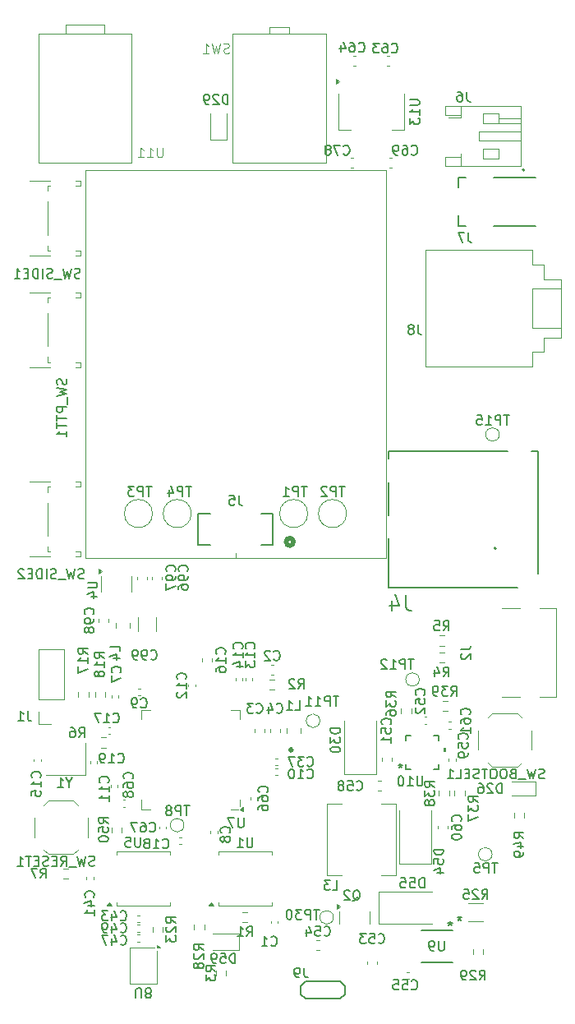
<source format=gbo>
%TF.GenerationSoftware,KiCad,Pcbnew,9.0.0*%
%TF.CreationDate,2025-06-22T14:00:25-06:00*%
%TF.ProjectId,OSS Radio Hardware Design,4f535320-5261-4646-996f-204861726477,rev?*%
%TF.SameCoordinates,Original*%
%TF.FileFunction,Legend,Bot*%
%TF.FilePolarity,Positive*%
%FSLAX46Y46*%
G04 Gerber Fmt 4.6, Leading zero omitted, Abs format (unit mm)*
G04 Created by KiCad (PCBNEW 9.0.0) date 2025-06-22 14:00:25*
%MOMM*%
%LPD*%
G01*
G04 APERTURE LIST*
%ADD10C,0.100000*%
%ADD11C,0.300000*%
%ADD12C,0.150000*%
%ADD13C,0.120000*%
%ADD14C,0.152400*%
%ADD15C,0.508000*%
%ADD16C,0.127000*%
%ADD17C,0.200000*%
%ADD18C,0.000000*%
G04 APERTURE END LIST*
D10*
X82500000Y-100000000D02*
X82500000Y-99500000D01*
D11*
X88377500Y-119750000D02*
G75*
G02*
X88077500Y-119750000I-150000J0D01*
G01*
X88077500Y-119750000D02*
G75*
G02*
X88377500Y-119750000I150000J0D01*
G01*
D10*
X67000000Y-60000000D02*
X98000000Y-60000000D01*
X98000000Y-100000000D01*
X67000000Y-100000000D01*
X67000000Y-60000000D01*
D12*
X80454819Y-142583333D02*
X79978628Y-142250000D01*
X80454819Y-142011905D02*
X79454819Y-142011905D01*
X79454819Y-142011905D02*
X79454819Y-142392857D01*
X79454819Y-142392857D02*
X79502438Y-142488095D01*
X79502438Y-142488095D02*
X79550057Y-142535714D01*
X79550057Y-142535714D02*
X79645295Y-142583333D01*
X79645295Y-142583333D02*
X79788152Y-142583333D01*
X79788152Y-142583333D02*
X79883390Y-142535714D01*
X79883390Y-142535714D02*
X79931009Y-142488095D01*
X79931009Y-142488095D02*
X79978628Y-142392857D01*
X79978628Y-142392857D02*
X79978628Y-142011905D01*
X79454819Y-142916667D02*
X79454819Y-143535714D01*
X79454819Y-143535714D02*
X79835771Y-143202381D01*
X79835771Y-143202381D02*
X79835771Y-143345238D01*
X79835771Y-143345238D02*
X79883390Y-143440476D01*
X79883390Y-143440476D02*
X79931009Y-143488095D01*
X79931009Y-143488095D02*
X80026247Y-143535714D01*
X80026247Y-143535714D02*
X80264342Y-143535714D01*
X80264342Y-143535714D02*
X80359580Y-143488095D01*
X80359580Y-143488095D02*
X80407200Y-143440476D01*
X80407200Y-143440476D02*
X80454819Y-143345238D01*
X80454819Y-143345238D02*
X80454819Y-143059524D01*
X80454819Y-143059524D02*
X80407200Y-142964286D01*
X80407200Y-142964286D02*
X80359580Y-142916667D01*
X83164580Y-109307142D02*
X83212200Y-109259523D01*
X83212200Y-109259523D02*
X83259819Y-109116666D01*
X83259819Y-109116666D02*
X83259819Y-109021428D01*
X83259819Y-109021428D02*
X83212200Y-108878571D01*
X83212200Y-108878571D02*
X83116961Y-108783333D01*
X83116961Y-108783333D02*
X83021723Y-108735714D01*
X83021723Y-108735714D02*
X82831247Y-108688095D01*
X82831247Y-108688095D02*
X82688390Y-108688095D01*
X82688390Y-108688095D02*
X82497914Y-108735714D01*
X82497914Y-108735714D02*
X82402676Y-108783333D01*
X82402676Y-108783333D02*
X82307438Y-108878571D01*
X82307438Y-108878571D02*
X82259819Y-109021428D01*
X82259819Y-109021428D02*
X82259819Y-109116666D01*
X82259819Y-109116666D02*
X82307438Y-109259523D01*
X82307438Y-109259523D02*
X82355057Y-109307142D01*
X83259819Y-110259523D02*
X83259819Y-109688095D01*
X83259819Y-109973809D02*
X82259819Y-109973809D01*
X82259819Y-109973809D02*
X82402676Y-109878571D01*
X82402676Y-109878571D02*
X82497914Y-109783333D01*
X82497914Y-109783333D02*
X82545533Y-109688095D01*
X82593152Y-111116666D02*
X83259819Y-111116666D01*
X82212200Y-110878571D02*
X82926485Y-110640476D01*
X82926485Y-110640476D02*
X82926485Y-111259523D01*
X67976190Y-131657200D02*
X67833333Y-131704819D01*
X67833333Y-131704819D02*
X67595238Y-131704819D01*
X67595238Y-131704819D02*
X67500000Y-131657200D01*
X67500000Y-131657200D02*
X67452381Y-131609580D01*
X67452381Y-131609580D02*
X67404762Y-131514342D01*
X67404762Y-131514342D02*
X67404762Y-131419104D01*
X67404762Y-131419104D02*
X67452381Y-131323866D01*
X67452381Y-131323866D02*
X67500000Y-131276247D01*
X67500000Y-131276247D02*
X67595238Y-131228628D01*
X67595238Y-131228628D02*
X67785714Y-131181009D01*
X67785714Y-131181009D02*
X67880952Y-131133390D01*
X67880952Y-131133390D02*
X67928571Y-131085771D01*
X67928571Y-131085771D02*
X67976190Y-130990533D01*
X67976190Y-130990533D02*
X67976190Y-130895295D01*
X67976190Y-130895295D02*
X67928571Y-130800057D01*
X67928571Y-130800057D02*
X67880952Y-130752438D01*
X67880952Y-130752438D02*
X67785714Y-130704819D01*
X67785714Y-130704819D02*
X67547619Y-130704819D01*
X67547619Y-130704819D02*
X67404762Y-130752438D01*
X67071428Y-130704819D02*
X66833333Y-131704819D01*
X66833333Y-131704819D02*
X66642857Y-130990533D01*
X66642857Y-130990533D02*
X66452381Y-131704819D01*
X66452381Y-131704819D02*
X66214286Y-130704819D01*
X66071429Y-131800057D02*
X65309524Y-131800057D01*
X64500000Y-131704819D02*
X64833333Y-131228628D01*
X65071428Y-131704819D02*
X65071428Y-130704819D01*
X65071428Y-130704819D02*
X64690476Y-130704819D01*
X64690476Y-130704819D02*
X64595238Y-130752438D01*
X64595238Y-130752438D02*
X64547619Y-130800057D01*
X64547619Y-130800057D02*
X64500000Y-130895295D01*
X64500000Y-130895295D02*
X64500000Y-131038152D01*
X64500000Y-131038152D02*
X64547619Y-131133390D01*
X64547619Y-131133390D02*
X64595238Y-131181009D01*
X64595238Y-131181009D02*
X64690476Y-131228628D01*
X64690476Y-131228628D02*
X65071428Y-131228628D01*
X64071428Y-131181009D02*
X63738095Y-131181009D01*
X63595238Y-131704819D02*
X64071428Y-131704819D01*
X64071428Y-131704819D02*
X64071428Y-130704819D01*
X64071428Y-130704819D02*
X63595238Y-130704819D01*
X63214285Y-131657200D02*
X63071428Y-131704819D01*
X63071428Y-131704819D02*
X62833333Y-131704819D01*
X62833333Y-131704819D02*
X62738095Y-131657200D01*
X62738095Y-131657200D02*
X62690476Y-131609580D01*
X62690476Y-131609580D02*
X62642857Y-131514342D01*
X62642857Y-131514342D02*
X62642857Y-131419104D01*
X62642857Y-131419104D02*
X62690476Y-131323866D01*
X62690476Y-131323866D02*
X62738095Y-131276247D01*
X62738095Y-131276247D02*
X62833333Y-131228628D01*
X62833333Y-131228628D02*
X63023809Y-131181009D01*
X63023809Y-131181009D02*
X63119047Y-131133390D01*
X63119047Y-131133390D02*
X63166666Y-131085771D01*
X63166666Y-131085771D02*
X63214285Y-130990533D01*
X63214285Y-130990533D02*
X63214285Y-130895295D01*
X63214285Y-130895295D02*
X63166666Y-130800057D01*
X63166666Y-130800057D02*
X63119047Y-130752438D01*
X63119047Y-130752438D02*
X63023809Y-130704819D01*
X63023809Y-130704819D02*
X62785714Y-130704819D01*
X62785714Y-130704819D02*
X62642857Y-130752438D01*
X62214285Y-131181009D02*
X61880952Y-131181009D01*
X61738095Y-131704819D02*
X62214285Y-131704819D01*
X62214285Y-131704819D02*
X62214285Y-130704819D01*
X62214285Y-130704819D02*
X61738095Y-130704819D01*
X61452380Y-130704819D02*
X60880952Y-130704819D01*
X61166666Y-131704819D02*
X61166666Y-130704819D01*
X60023809Y-131704819D02*
X60595237Y-131704819D01*
X60309523Y-131704819D02*
X60309523Y-130704819D01*
X60309523Y-130704819D02*
X60404761Y-130847676D01*
X60404761Y-130847676D02*
X60499999Y-130942914D01*
X60499999Y-130942914D02*
X60595237Y-130990533D01*
X83666666Y-138954819D02*
X83999999Y-138478628D01*
X84238094Y-138954819D02*
X84238094Y-137954819D01*
X84238094Y-137954819D02*
X83857142Y-137954819D01*
X83857142Y-137954819D02*
X83761904Y-138002438D01*
X83761904Y-138002438D02*
X83714285Y-138050057D01*
X83714285Y-138050057D02*
X83666666Y-138145295D01*
X83666666Y-138145295D02*
X83666666Y-138288152D01*
X83666666Y-138288152D02*
X83714285Y-138383390D01*
X83714285Y-138383390D02*
X83761904Y-138431009D01*
X83761904Y-138431009D02*
X83857142Y-138478628D01*
X83857142Y-138478628D02*
X84238094Y-138478628D01*
X82714285Y-138954819D02*
X83285713Y-138954819D01*
X82999999Y-138954819D02*
X82999999Y-137954819D01*
X82999999Y-137954819D02*
X83095237Y-138097676D01*
X83095237Y-138097676D02*
X83190475Y-138192914D01*
X83190475Y-138192914D02*
X83285713Y-138240533D01*
X101308333Y-75954819D02*
X101308333Y-76669104D01*
X101308333Y-76669104D02*
X101355952Y-76811961D01*
X101355952Y-76811961D02*
X101451190Y-76907200D01*
X101451190Y-76907200D02*
X101594047Y-76954819D01*
X101594047Y-76954819D02*
X101689285Y-76954819D01*
X100689285Y-76383390D02*
X100784523Y-76335771D01*
X100784523Y-76335771D02*
X100832142Y-76288152D01*
X100832142Y-76288152D02*
X100879761Y-76192914D01*
X100879761Y-76192914D02*
X100879761Y-76145295D01*
X100879761Y-76145295D02*
X100832142Y-76050057D01*
X100832142Y-76050057D02*
X100784523Y-76002438D01*
X100784523Y-76002438D02*
X100689285Y-75954819D01*
X100689285Y-75954819D02*
X100498809Y-75954819D01*
X100498809Y-75954819D02*
X100403571Y-76002438D01*
X100403571Y-76002438D02*
X100355952Y-76050057D01*
X100355952Y-76050057D02*
X100308333Y-76145295D01*
X100308333Y-76145295D02*
X100308333Y-76192914D01*
X100308333Y-76192914D02*
X100355952Y-76288152D01*
X100355952Y-76288152D02*
X100403571Y-76335771D01*
X100403571Y-76335771D02*
X100498809Y-76383390D01*
X100498809Y-76383390D02*
X100689285Y-76383390D01*
X100689285Y-76383390D02*
X100784523Y-76431009D01*
X100784523Y-76431009D02*
X100832142Y-76478628D01*
X100832142Y-76478628D02*
X100879761Y-76573866D01*
X100879761Y-76573866D02*
X100879761Y-76764342D01*
X100879761Y-76764342D02*
X100832142Y-76859580D01*
X100832142Y-76859580D02*
X100784523Y-76907200D01*
X100784523Y-76907200D02*
X100689285Y-76954819D01*
X100689285Y-76954819D02*
X100498809Y-76954819D01*
X100498809Y-76954819D02*
X100403571Y-76907200D01*
X100403571Y-76907200D02*
X100355952Y-76859580D01*
X100355952Y-76859580D02*
X100308333Y-76764342D01*
X100308333Y-76764342D02*
X100308333Y-76573866D01*
X100308333Y-76573866D02*
X100355952Y-76478628D01*
X100355952Y-76478628D02*
X100403571Y-76431009D01*
X100403571Y-76431009D02*
X100498809Y-76383390D01*
X114326190Y-122657200D02*
X114183333Y-122704819D01*
X114183333Y-122704819D02*
X113945238Y-122704819D01*
X113945238Y-122704819D02*
X113850000Y-122657200D01*
X113850000Y-122657200D02*
X113802381Y-122609580D01*
X113802381Y-122609580D02*
X113754762Y-122514342D01*
X113754762Y-122514342D02*
X113754762Y-122419104D01*
X113754762Y-122419104D02*
X113802381Y-122323866D01*
X113802381Y-122323866D02*
X113850000Y-122276247D01*
X113850000Y-122276247D02*
X113945238Y-122228628D01*
X113945238Y-122228628D02*
X114135714Y-122181009D01*
X114135714Y-122181009D02*
X114230952Y-122133390D01*
X114230952Y-122133390D02*
X114278571Y-122085771D01*
X114278571Y-122085771D02*
X114326190Y-121990533D01*
X114326190Y-121990533D02*
X114326190Y-121895295D01*
X114326190Y-121895295D02*
X114278571Y-121800057D01*
X114278571Y-121800057D02*
X114230952Y-121752438D01*
X114230952Y-121752438D02*
X114135714Y-121704819D01*
X114135714Y-121704819D02*
X113897619Y-121704819D01*
X113897619Y-121704819D02*
X113754762Y-121752438D01*
X113421428Y-121704819D02*
X113183333Y-122704819D01*
X113183333Y-122704819D02*
X112992857Y-121990533D01*
X112992857Y-121990533D02*
X112802381Y-122704819D01*
X112802381Y-122704819D02*
X112564286Y-121704819D01*
X112421429Y-122800057D02*
X111659524Y-122800057D01*
X111088095Y-122181009D02*
X110945238Y-122228628D01*
X110945238Y-122228628D02*
X110897619Y-122276247D01*
X110897619Y-122276247D02*
X110850000Y-122371485D01*
X110850000Y-122371485D02*
X110850000Y-122514342D01*
X110850000Y-122514342D02*
X110897619Y-122609580D01*
X110897619Y-122609580D02*
X110945238Y-122657200D01*
X110945238Y-122657200D02*
X111040476Y-122704819D01*
X111040476Y-122704819D02*
X111421428Y-122704819D01*
X111421428Y-122704819D02*
X111421428Y-121704819D01*
X111421428Y-121704819D02*
X111088095Y-121704819D01*
X111088095Y-121704819D02*
X110992857Y-121752438D01*
X110992857Y-121752438D02*
X110945238Y-121800057D01*
X110945238Y-121800057D02*
X110897619Y-121895295D01*
X110897619Y-121895295D02*
X110897619Y-121990533D01*
X110897619Y-121990533D02*
X110945238Y-122085771D01*
X110945238Y-122085771D02*
X110992857Y-122133390D01*
X110992857Y-122133390D02*
X111088095Y-122181009D01*
X111088095Y-122181009D02*
X111421428Y-122181009D01*
X110230952Y-121704819D02*
X110040476Y-121704819D01*
X110040476Y-121704819D02*
X109945238Y-121752438D01*
X109945238Y-121752438D02*
X109850000Y-121847676D01*
X109850000Y-121847676D02*
X109802381Y-122038152D01*
X109802381Y-122038152D02*
X109802381Y-122371485D01*
X109802381Y-122371485D02*
X109850000Y-122561961D01*
X109850000Y-122561961D02*
X109945238Y-122657200D01*
X109945238Y-122657200D02*
X110040476Y-122704819D01*
X110040476Y-122704819D02*
X110230952Y-122704819D01*
X110230952Y-122704819D02*
X110326190Y-122657200D01*
X110326190Y-122657200D02*
X110421428Y-122561961D01*
X110421428Y-122561961D02*
X110469047Y-122371485D01*
X110469047Y-122371485D02*
X110469047Y-122038152D01*
X110469047Y-122038152D02*
X110421428Y-121847676D01*
X110421428Y-121847676D02*
X110326190Y-121752438D01*
X110326190Y-121752438D02*
X110230952Y-121704819D01*
X109183333Y-121704819D02*
X108992857Y-121704819D01*
X108992857Y-121704819D02*
X108897619Y-121752438D01*
X108897619Y-121752438D02*
X108802381Y-121847676D01*
X108802381Y-121847676D02*
X108754762Y-122038152D01*
X108754762Y-122038152D02*
X108754762Y-122371485D01*
X108754762Y-122371485D02*
X108802381Y-122561961D01*
X108802381Y-122561961D02*
X108897619Y-122657200D01*
X108897619Y-122657200D02*
X108992857Y-122704819D01*
X108992857Y-122704819D02*
X109183333Y-122704819D01*
X109183333Y-122704819D02*
X109278571Y-122657200D01*
X109278571Y-122657200D02*
X109373809Y-122561961D01*
X109373809Y-122561961D02*
X109421428Y-122371485D01*
X109421428Y-122371485D02*
X109421428Y-122038152D01*
X109421428Y-122038152D02*
X109373809Y-121847676D01*
X109373809Y-121847676D02*
X109278571Y-121752438D01*
X109278571Y-121752438D02*
X109183333Y-121704819D01*
X108469047Y-121704819D02*
X107897619Y-121704819D01*
X108183333Y-122704819D02*
X108183333Y-121704819D01*
X107611904Y-122657200D02*
X107469047Y-122704819D01*
X107469047Y-122704819D02*
X107230952Y-122704819D01*
X107230952Y-122704819D02*
X107135714Y-122657200D01*
X107135714Y-122657200D02*
X107088095Y-122609580D01*
X107088095Y-122609580D02*
X107040476Y-122514342D01*
X107040476Y-122514342D02*
X107040476Y-122419104D01*
X107040476Y-122419104D02*
X107088095Y-122323866D01*
X107088095Y-122323866D02*
X107135714Y-122276247D01*
X107135714Y-122276247D02*
X107230952Y-122228628D01*
X107230952Y-122228628D02*
X107421428Y-122181009D01*
X107421428Y-122181009D02*
X107516666Y-122133390D01*
X107516666Y-122133390D02*
X107564285Y-122085771D01*
X107564285Y-122085771D02*
X107611904Y-121990533D01*
X107611904Y-121990533D02*
X107611904Y-121895295D01*
X107611904Y-121895295D02*
X107564285Y-121800057D01*
X107564285Y-121800057D02*
X107516666Y-121752438D01*
X107516666Y-121752438D02*
X107421428Y-121704819D01*
X107421428Y-121704819D02*
X107183333Y-121704819D01*
X107183333Y-121704819D02*
X107040476Y-121752438D01*
X106611904Y-122181009D02*
X106278571Y-122181009D01*
X106135714Y-122704819D02*
X106611904Y-122704819D01*
X106611904Y-122704819D02*
X106611904Y-121704819D01*
X106611904Y-121704819D02*
X106135714Y-121704819D01*
X105230952Y-122704819D02*
X105707142Y-122704819D01*
X105707142Y-122704819D02*
X105707142Y-121704819D01*
X104373809Y-122704819D02*
X104945237Y-122704819D01*
X104659523Y-122704819D02*
X104659523Y-121704819D01*
X104659523Y-121704819D02*
X104754761Y-121847676D01*
X104754761Y-121847676D02*
X104849999Y-121942914D01*
X104849999Y-121942914D02*
X104945237Y-121990533D01*
X110738094Y-85256819D02*
X110166666Y-85256819D01*
X110452380Y-86256819D02*
X110452380Y-85256819D01*
X109833332Y-86256819D02*
X109833332Y-85256819D01*
X109833332Y-85256819D02*
X109452380Y-85256819D01*
X109452380Y-85256819D02*
X109357142Y-85304438D01*
X109357142Y-85304438D02*
X109309523Y-85352057D01*
X109309523Y-85352057D02*
X109261904Y-85447295D01*
X109261904Y-85447295D02*
X109261904Y-85590152D01*
X109261904Y-85590152D02*
X109309523Y-85685390D01*
X109309523Y-85685390D02*
X109357142Y-85733009D01*
X109357142Y-85733009D02*
X109452380Y-85780628D01*
X109452380Y-85780628D02*
X109833332Y-85780628D01*
X108309523Y-86256819D02*
X108880951Y-86256819D01*
X108595237Y-86256819D02*
X108595237Y-85256819D01*
X108595237Y-85256819D02*
X108690475Y-85399676D01*
X108690475Y-85399676D02*
X108785713Y-85494914D01*
X108785713Y-85494914D02*
X108880951Y-85542533D01*
X107404761Y-85256819D02*
X107880951Y-85256819D01*
X107880951Y-85256819D02*
X107928570Y-85733009D01*
X107928570Y-85733009D02*
X107880951Y-85685390D01*
X107880951Y-85685390D02*
X107785713Y-85637771D01*
X107785713Y-85637771D02*
X107547618Y-85637771D01*
X107547618Y-85637771D02*
X107452380Y-85685390D01*
X107452380Y-85685390D02*
X107404761Y-85733009D01*
X107404761Y-85733009D02*
X107357142Y-85828247D01*
X107357142Y-85828247D02*
X107357142Y-86066342D01*
X107357142Y-86066342D02*
X107404761Y-86161580D01*
X107404761Y-86161580D02*
X107452380Y-86209200D01*
X107452380Y-86209200D02*
X107547618Y-86256819D01*
X107547618Y-86256819D02*
X107785713Y-86256819D01*
X107785713Y-86256819D02*
X107880951Y-86209200D01*
X107880951Y-86209200D02*
X107928570Y-86161580D01*
X101964285Y-133954819D02*
X101964285Y-132954819D01*
X101964285Y-132954819D02*
X101726190Y-132954819D01*
X101726190Y-132954819D02*
X101583333Y-133002438D01*
X101583333Y-133002438D02*
X101488095Y-133097676D01*
X101488095Y-133097676D02*
X101440476Y-133192914D01*
X101440476Y-133192914D02*
X101392857Y-133383390D01*
X101392857Y-133383390D02*
X101392857Y-133526247D01*
X101392857Y-133526247D02*
X101440476Y-133716723D01*
X101440476Y-133716723D02*
X101488095Y-133811961D01*
X101488095Y-133811961D02*
X101583333Y-133907200D01*
X101583333Y-133907200D02*
X101726190Y-133954819D01*
X101726190Y-133954819D02*
X101964285Y-133954819D01*
X100488095Y-132954819D02*
X100964285Y-132954819D01*
X100964285Y-132954819D02*
X101011904Y-133431009D01*
X101011904Y-133431009D02*
X100964285Y-133383390D01*
X100964285Y-133383390D02*
X100869047Y-133335771D01*
X100869047Y-133335771D02*
X100630952Y-133335771D01*
X100630952Y-133335771D02*
X100535714Y-133383390D01*
X100535714Y-133383390D02*
X100488095Y-133431009D01*
X100488095Y-133431009D02*
X100440476Y-133526247D01*
X100440476Y-133526247D02*
X100440476Y-133764342D01*
X100440476Y-133764342D02*
X100488095Y-133859580D01*
X100488095Y-133859580D02*
X100535714Y-133907200D01*
X100535714Y-133907200D02*
X100630952Y-133954819D01*
X100630952Y-133954819D02*
X100869047Y-133954819D01*
X100869047Y-133954819D02*
X100964285Y-133907200D01*
X100964285Y-133907200D02*
X101011904Y-133859580D01*
X99535714Y-132954819D02*
X100011904Y-132954819D01*
X100011904Y-132954819D02*
X100059523Y-133431009D01*
X100059523Y-133431009D02*
X100011904Y-133383390D01*
X100011904Y-133383390D02*
X99916666Y-133335771D01*
X99916666Y-133335771D02*
X99678571Y-133335771D01*
X99678571Y-133335771D02*
X99583333Y-133383390D01*
X99583333Y-133383390D02*
X99535714Y-133431009D01*
X99535714Y-133431009D02*
X99488095Y-133526247D01*
X99488095Y-133526247D02*
X99488095Y-133764342D01*
X99488095Y-133764342D02*
X99535714Y-133859580D01*
X99535714Y-133859580D02*
X99583333Y-133907200D01*
X99583333Y-133907200D02*
X99678571Y-133954819D01*
X99678571Y-133954819D02*
X99916666Y-133954819D01*
X99916666Y-133954819D02*
X100011904Y-133907200D01*
X100011904Y-133907200D02*
X100059523Y-133859580D01*
X93642857Y-58359580D02*
X93690476Y-58407200D01*
X93690476Y-58407200D02*
X93833333Y-58454819D01*
X93833333Y-58454819D02*
X93928571Y-58454819D01*
X93928571Y-58454819D02*
X94071428Y-58407200D01*
X94071428Y-58407200D02*
X94166666Y-58311961D01*
X94166666Y-58311961D02*
X94214285Y-58216723D01*
X94214285Y-58216723D02*
X94261904Y-58026247D01*
X94261904Y-58026247D02*
X94261904Y-57883390D01*
X94261904Y-57883390D02*
X94214285Y-57692914D01*
X94214285Y-57692914D02*
X94166666Y-57597676D01*
X94166666Y-57597676D02*
X94071428Y-57502438D01*
X94071428Y-57502438D02*
X93928571Y-57454819D01*
X93928571Y-57454819D02*
X93833333Y-57454819D01*
X93833333Y-57454819D02*
X93690476Y-57502438D01*
X93690476Y-57502438D02*
X93642857Y-57550057D01*
X93309523Y-57454819D02*
X92642857Y-57454819D01*
X92642857Y-57454819D02*
X93071428Y-58454819D01*
X92119047Y-57883390D02*
X92214285Y-57835771D01*
X92214285Y-57835771D02*
X92261904Y-57788152D01*
X92261904Y-57788152D02*
X92309523Y-57692914D01*
X92309523Y-57692914D02*
X92309523Y-57645295D01*
X92309523Y-57645295D02*
X92261904Y-57550057D01*
X92261904Y-57550057D02*
X92214285Y-57502438D01*
X92214285Y-57502438D02*
X92119047Y-57454819D01*
X92119047Y-57454819D02*
X91928571Y-57454819D01*
X91928571Y-57454819D02*
X91833333Y-57502438D01*
X91833333Y-57502438D02*
X91785714Y-57550057D01*
X91785714Y-57550057D02*
X91738095Y-57645295D01*
X91738095Y-57645295D02*
X91738095Y-57692914D01*
X91738095Y-57692914D02*
X91785714Y-57788152D01*
X91785714Y-57788152D02*
X91833333Y-57835771D01*
X91833333Y-57835771D02*
X91928571Y-57883390D01*
X91928571Y-57883390D02*
X92119047Y-57883390D01*
X92119047Y-57883390D02*
X92214285Y-57931009D01*
X92214285Y-57931009D02*
X92261904Y-57978628D01*
X92261904Y-57978628D02*
X92309523Y-58073866D01*
X92309523Y-58073866D02*
X92309523Y-58264342D01*
X92309523Y-58264342D02*
X92261904Y-58359580D01*
X92261904Y-58359580D02*
X92214285Y-58407200D01*
X92214285Y-58407200D02*
X92119047Y-58454819D01*
X92119047Y-58454819D02*
X91928571Y-58454819D01*
X91928571Y-58454819D02*
X91833333Y-58407200D01*
X91833333Y-58407200D02*
X91785714Y-58359580D01*
X91785714Y-58359580D02*
X91738095Y-58264342D01*
X91738095Y-58264342D02*
X91738095Y-58073866D01*
X91738095Y-58073866D02*
X91785714Y-57978628D01*
X91785714Y-57978628D02*
X91833333Y-57931009D01*
X91833333Y-57931009D02*
X91928571Y-57883390D01*
X103024819Y-123582142D02*
X102548628Y-123248809D01*
X103024819Y-123010714D02*
X102024819Y-123010714D01*
X102024819Y-123010714D02*
X102024819Y-123391666D01*
X102024819Y-123391666D02*
X102072438Y-123486904D01*
X102072438Y-123486904D02*
X102120057Y-123534523D01*
X102120057Y-123534523D02*
X102215295Y-123582142D01*
X102215295Y-123582142D02*
X102358152Y-123582142D01*
X102358152Y-123582142D02*
X102453390Y-123534523D01*
X102453390Y-123534523D02*
X102501009Y-123486904D01*
X102501009Y-123486904D02*
X102548628Y-123391666D01*
X102548628Y-123391666D02*
X102548628Y-123010714D01*
X102024819Y-123915476D02*
X102024819Y-124534523D01*
X102024819Y-124534523D02*
X102405771Y-124201190D01*
X102405771Y-124201190D02*
X102405771Y-124344047D01*
X102405771Y-124344047D02*
X102453390Y-124439285D01*
X102453390Y-124439285D02*
X102501009Y-124486904D01*
X102501009Y-124486904D02*
X102596247Y-124534523D01*
X102596247Y-124534523D02*
X102834342Y-124534523D01*
X102834342Y-124534523D02*
X102929580Y-124486904D01*
X102929580Y-124486904D02*
X102977200Y-124439285D01*
X102977200Y-124439285D02*
X103024819Y-124344047D01*
X103024819Y-124344047D02*
X103024819Y-124058333D01*
X103024819Y-124058333D02*
X102977200Y-123963095D01*
X102977200Y-123963095D02*
X102929580Y-123915476D01*
X102453390Y-125105952D02*
X102405771Y-125010714D01*
X102405771Y-125010714D02*
X102358152Y-124963095D01*
X102358152Y-124963095D02*
X102262914Y-124915476D01*
X102262914Y-124915476D02*
X102215295Y-124915476D01*
X102215295Y-124915476D02*
X102120057Y-124963095D01*
X102120057Y-124963095D02*
X102072438Y-125010714D01*
X102072438Y-125010714D02*
X102024819Y-125105952D01*
X102024819Y-125105952D02*
X102024819Y-125296428D01*
X102024819Y-125296428D02*
X102072438Y-125391666D01*
X102072438Y-125391666D02*
X102120057Y-125439285D01*
X102120057Y-125439285D02*
X102215295Y-125486904D01*
X102215295Y-125486904D02*
X102262914Y-125486904D01*
X102262914Y-125486904D02*
X102358152Y-125439285D01*
X102358152Y-125439285D02*
X102405771Y-125391666D01*
X102405771Y-125391666D02*
X102453390Y-125296428D01*
X102453390Y-125296428D02*
X102453390Y-125105952D01*
X102453390Y-125105952D02*
X102501009Y-125010714D01*
X102501009Y-125010714D02*
X102548628Y-124963095D01*
X102548628Y-124963095D02*
X102643866Y-124915476D01*
X102643866Y-124915476D02*
X102834342Y-124915476D01*
X102834342Y-124915476D02*
X102929580Y-124963095D01*
X102929580Y-124963095D02*
X102977200Y-125010714D01*
X102977200Y-125010714D02*
X103024819Y-125105952D01*
X103024819Y-125105952D02*
X103024819Y-125296428D01*
X103024819Y-125296428D02*
X102977200Y-125391666D01*
X102977200Y-125391666D02*
X102929580Y-125439285D01*
X102929580Y-125439285D02*
X102834342Y-125486904D01*
X102834342Y-125486904D02*
X102643866Y-125486904D01*
X102643866Y-125486904D02*
X102548628Y-125439285D01*
X102548628Y-125439285D02*
X102501009Y-125391666D01*
X102501009Y-125391666D02*
X102453390Y-125296428D01*
X86166666Y-139859580D02*
X86214285Y-139907200D01*
X86214285Y-139907200D02*
X86357142Y-139954819D01*
X86357142Y-139954819D02*
X86452380Y-139954819D01*
X86452380Y-139954819D02*
X86595237Y-139907200D01*
X86595237Y-139907200D02*
X86690475Y-139811961D01*
X86690475Y-139811961D02*
X86738094Y-139716723D01*
X86738094Y-139716723D02*
X86785713Y-139526247D01*
X86785713Y-139526247D02*
X86785713Y-139383390D01*
X86785713Y-139383390D02*
X86738094Y-139192914D01*
X86738094Y-139192914D02*
X86690475Y-139097676D01*
X86690475Y-139097676D02*
X86595237Y-139002438D01*
X86595237Y-139002438D02*
X86452380Y-138954819D01*
X86452380Y-138954819D02*
X86357142Y-138954819D01*
X86357142Y-138954819D02*
X86214285Y-139002438D01*
X86214285Y-139002438D02*
X86166666Y-139050057D01*
X85214285Y-139954819D02*
X85785713Y-139954819D01*
X85499999Y-139954819D02*
X85499999Y-138954819D01*
X85499999Y-138954819D02*
X85595237Y-139097676D01*
X85595237Y-139097676D02*
X85690475Y-139192914D01*
X85690475Y-139192914D02*
X85785713Y-139240533D01*
X70642857Y-139745580D02*
X70690476Y-139793200D01*
X70690476Y-139793200D02*
X70833333Y-139840819D01*
X70833333Y-139840819D02*
X70928571Y-139840819D01*
X70928571Y-139840819D02*
X71071428Y-139793200D01*
X71071428Y-139793200D02*
X71166666Y-139697961D01*
X71166666Y-139697961D02*
X71214285Y-139602723D01*
X71214285Y-139602723D02*
X71261904Y-139412247D01*
X71261904Y-139412247D02*
X71261904Y-139269390D01*
X71261904Y-139269390D02*
X71214285Y-139078914D01*
X71214285Y-139078914D02*
X71166666Y-138983676D01*
X71166666Y-138983676D02*
X71071428Y-138888438D01*
X71071428Y-138888438D02*
X70928571Y-138840819D01*
X70928571Y-138840819D02*
X70833333Y-138840819D01*
X70833333Y-138840819D02*
X70690476Y-138888438D01*
X70690476Y-138888438D02*
X70642857Y-138936057D01*
X69785714Y-139174152D02*
X69785714Y-139840819D01*
X70023809Y-138793200D02*
X70261904Y-139507485D01*
X70261904Y-139507485D02*
X69642857Y-139507485D01*
X69357142Y-138840819D02*
X68690476Y-138840819D01*
X68690476Y-138840819D02*
X69119047Y-139840819D01*
X84261904Y-128799819D02*
X84261904Y-129609342D01*
X84261904Y-129609342D02*
X84214285Y-129704580D01*
X84214285Y-129704580D02*
X84166666Y-129752200D01*
X84166666Y-129752200D02*
X84071428Y-129799819D01*
X84071428Y-129799819D02*
X83880952Y-129799819D01*
X83880952Y-129799819D02*
X83785714Y-129752200D01*
X83785714Y-129752200D02*
X83738095Y-129704580D01*
X83738095Y-129704580D02*
X83690476Y-129609342D01*
X83690476Y-129609342D02*
X83690476Y-128799819D01*
X82690476Y-129799819D02*
X83261904Y-129799819D01*
X82976190Y-129799819D02*
X82976190Y-128799819D01*
X82976190Y-128799819D02*
X83071428Y-128942676D01*
X83071428Y-128942676D02*
X83166666Y-129037914D01*
X83166666Y-129037914D02*
X83261904Y-129085533D01*
X72711904Y-128754819D02*
X72711904Y-129564342D01*
X72711904Y-129564342D02*
X72664285Y-129659580D01*
X72664285Y-129659580D02*
X72616666Y-129707200D01*
X72616666Y-129707200D02*
X72521428Y-129754819D01*
X72521428Y-129754819D02*
X72330952Y-129754819D01*
X72330952Y-129754819D02*
X72235714Y-129707200D01*
X72235714Y-129707200D02*
X72188095Y-129659580D01*
X72188095Y-129659580D02*
X72140476Y-129564342D01*
X72140476Y-129564342D02*
X72140476Y-128754819D01*
X71188095Y-128754819D02*
X71664285Y-128754819D01*
X71664285Y-128754819D02*
X71711904Y-129231009D01*
X71711904Y-129231009D02*
X71664285Y-129183390D01*
X71664285Y-129183390D02*
X71569047Y-129135771D01*
X71569047Y-129135771D02*
X71330952Y-129135771D01*
X71330952Y-129135771D02*
X71235714Y-129183390D01*
X71235714Y-129183390D02*
X71188095Y-129231009D01*
X71188095Y-129231009D02*
X71140476Y-129326247D01*
X71140476Y-129326247D02*
X71140476Y-129564342D01*
X71140476Y-129564342D02*
X71188095Y-129659580D01*
X71188095Y-129659580D02*
X71235714Y-129707200D01*
X71235714Y-129707200D02*
X71330952Y-129754819D01*
X71330952Y-129754819D02*
X71569047Y-129754819D01*
X71569047Y-129754819D02*
X71664285Y-129707200D01*
X71664285Y-129707200D02*
X71711904Y-129659580D01*
X67254819Y-102488095D02*
X68064342Y-102488095D01*
X68064342Y-102488095D02*
X68159580Y-102535714D01*
X68159580Y-102535714D02*
X68207200Y-102583333D01*
X68207200Y-102583333D02*
X68254819Y-102678571D01*
X68254819Y-102678571D02*
X68254819Y-102869047D01*
X68254819Y-102869047D02*
X68207200Y-102964285D01*
X68207200Y-102964285D02*
X68159580Y-103011904D01*
X68159580Y-103011904D02*
X68064342Y-103059523D01*
X68064342Y-103059523D02*
X67254819Y-103059523D01*
X67588152Y-103964285D02*
X68254819Y-103964285D01*
X67207200Y-103726190D02*
X67921485Y-103488095D01*
X67921485Y-103488095D02*
X67921485Y-104107142D01*
X69404819Y-127307142D02*
X68928628Y-126973809D01*
X69404819Y-126735714D02*
X68404819Y-126735714D01*
X68404819Y-126735714D02*
X68404819Y-127116666D01*
X68404819Y-127116666D02*
X68452438Y-127211904D01*
X68452438Y-127211904D02*
X68500057Y-127259523D01*
X68500057Y-127259523D02*
X68595295Y-127307142D01*
X68595295Y-127307142D02*
X68738152Y-127307142D01*
X68738152Y-127307142D02*
X68833390Y-127259523D01*
X68833390Y-127259523D02*
X68881009Y-127211904D01*
X68881009Y-127211904D02*
X68928628Y-127116666D01*
X68928628Y-127116666D02*
X68928628Y-126735714D01*
X68404819Y-128211904D02*
X68404819Y-127735714D01*
X68404819Y-127735714D02*
X68881009Y-127688095D01*
X68881009Y-127688095D02*
X68833390Y-127735714D01*
X68833390Y-127735714D02*
X68785771Y-127830952D01*
X68785771Y-127830952D02*
X68785771Y-128069047D01*
X68785771Y-128069047D02*
X68833390Y-128164285D01*
X68833390Y-128164285D02*
X68881009Y-128211904D01*
X68881009Y-128211904D02*
X68976247Y-128259523D01*
X68976247Y-128259523D02*
X69214342Y-128259523D01*
X69214342Y-128259523D02*
X69309580Y-128211904D01*
X69309580Y-128211904D02*
X69357200Y-128164285D01*
X69357200Y-128164285D02*
X69404819Y-128069047D01*
X69404819Y-128069047D02*
X69404819Y-127830952D01*
X69404819Y-127830952D02*
X69357200Y-127735714D01*
X69357200Y-127735714D02*
X69309580Y-127688095D01*
X68404819Y-128878571D02*
X68404819Y-128973809D01*
X68404819Y-128973809D02*
X68452438Y-129069047D01*
X68452438Y-129069047D02*
X68500057Y-129116666D01*
X68500057Y-129116666D02*
X68595295Y-129164285D01*
X68595295Y-129164285D02*
X68785771Y-129211904D01*
X68785771Y-129211904D02*
X69023866Y-129211904D01*
X69023866Y-129211904D02*
X69214342Y-129164285D01*
X69214342Y-129164285D02*
X69309580Y-129116666D01*
X69309580Y-129116666D02*
X69357200Y-129069047D01*
X69357200Y-129069047D02*
X69404819Y-128973809D01*
X69404819Y-128973809D02*
X69404819Y-128878571D01*
X69404819Y-128878571D02*
X69357200Y-128783333D01*
X69357200Y-128783333D02*
X69309580Y-128735714D01*
X69309580Y-128735714D02*
X69214342Y-128688095D01*
X69214342Y-128688095D02*
X69023866Y-128640476D01*
X69023866Y-128640476D02*
X68785771Y-128640476D01*
X68785771Y-128640476D02*
X68595295Y-128688095D01*
X68595295Y-128688095D02*
X68500057Y-128735714D01*
X68500057Y-128735714D02*
X68452438Y-128783333D01*
X68452438Y-128783333D02*
X68404819Y-128878571D01*
X93292319Y-117510714D02*
X92292319Y-117510714D01*
X92292319Y-117510714D02*
X92292319Y-117748809D01*
X92292319Y-117748809D02*
X92339938Y-117891666D01*
X92339938Y-117891666D02*
X92435176Y-117986904D01*
X92435176Y-117986904D02*
X92530414Y-118034523D01*
X92530414Y-118034523D02*
X92720890Y-118082142D01*
X92720890Y-118082142D02*
X92863747Y-118082142D01*
X92863747Y-118082142D02*
X93054223Y-118034523D01*
X93054223Y-118034523D02*
X93149461Y-117986904D01*
X93149461Y-117986904D02*
X93244700Y-117891666D01*
X93244700Y-117891666D02*
X93292319Y-117748809D01*
X93292319Y-117748809D02*
X93292319Y-117510714D01*
X92292319Y-118415476D02*
X92292319Y-119034523D01*
X92292319Y-119034523D02*
X92673271Y-118701190D01*
X92673271Y-118701190D02*
X92673271Y-118844047D01*
X92673271Y-118844047D02*
X92720890Y-118939285D01*
X92720890Y-118939285D02*
X92768509Y-118986904D01*
X92768509Y-118986904D02*
X92863747Y-119034523D01*
X92863747Y-119034523D02*
X93101842Y-119034523D01*
X93101842Y-119034523D02*
X93197080Y-118986904D01*
X93197080Y-118986904D02*
X93244700Y-118939285D01*
X93244700Y-118939285D02*
X93292319Y-118844047D01*
X93292319Y-118844047D02*
X93292319Y-118558333D01*
X93292319Y-118558333D02*
X93244700Y-118463095D01*
X93244700Y-118463095D02*
X93197080Y-118415476D01*
X92292319Y-119653571D02*
X92292319Y-119748809D01*
X92292319Y-119748809D02*
X92339938Y-119844047D01*
X92339938Y-119844047D02*
X92387557Y-119891666D01*
X92387557Y-119891666D02*
X92482795Y-119939285D01*
X92482795Y-119939285D02*
X92673271Y-119986904D01*
X92673271Y-119986904D02*
X92911366Y-119986904D01*
X92911366Y-119986904D02*
X93101842Y-119939285D01*
X93101842Y-119939285D02*
X93197080Y-119891666D01*
X93197080Y-119891666D02*
X93244700Y-119844047D01*
X93244700Y-119844047D02*
X93292319Y-119748809D01*
X93292319Y-119748809D02*
X93292319Y-119653571D01*
X93292319Y-119653571D02*
X93244700Y-119558333D01*
X93244700Y-119558333D02*
X93197080Y-119510714D01*
X93197080Y-119510714D02*
X93101842Y-119463095D01*
X93101842Y-119463095D02*
X92911366Y-119415476D01*
X92911366Y-119415476D02*
X92673271Y-119415476D01*
X92673271Y-119415476D02*
X92482795Y-119463095D01*
X92482795Y-119463095D02*
X92387557Y-119510714D01*
X92387557Y-119510714D02*
X92339938Y-119558333D01*
X92339938Y-119558333D02*
X92292319Y-119653571D01*
X66480951Y-71107200D02*
X66338094Y-71154819D01*
X66338094Y-71154819D02*
X66099999Y-71154819D01*
X66099999Y-71154819D02*
X66004761Y-71107200D01*
X66004761Y-71107200D02*
X65957142Y-71059580D01*
X65957142Y-71059580D02*
X65909523Y-70964342D01*
X65909523Y-70964342D02*
X65909523Y-70869104D01*
X65909523Y-70869104D02*
X65957142Y-70773866D01*
X65957142Y-70773866D02*
X66004761Y-70726247D01*
X66004761Y-70726247D02*
X66099999Y-70678628D01*
X66099999Y-70678628D02*
X66290475Y-70631009D01*
X66290475Y-70631009D02*
X66385713Y-70583390D01*
X66385713Y-70583390D02*
X66433332Y-70535771D01*
X66433332Y-70535771D02*
X66480951Y-70440533D01*
X66480951Y-70440533D02*
X66480951Y-70345295D01*
X66480951Y-70345295D02*
X66433332Y-70250057D01*
X66433332Y-70250057D02*
X66385713Y-70202438D01*
X66385713Y-70202438D02*
X66290475Y-70154819D01*
X66290475Y-70154819D02*
X66052380Y-70154819D01*
X66052380Y-70154819D02*
X65909523Y-70202438D01*
X65576189Y-70154819D02*
X65338094Y-71154819D01*
X65338094Y-71154819D02*
X65147618Y-70440533D01*
X65147618Y-70440533D02*
X64957142Y-71154819D01*
X64957142Y-71154819D02*
X64719047Y-70154819D01*
X64576190Y-71250057D02*
X63814285Y-71250057D01*
X63623808Y-71107200D02*
X63480951Y-71154819D01*
X63480951Y-71154819D02*
X63242856Y-71154819D01*
X63242856Y-71154819D02*
X63147618Y-71107200D01*
X63147618Y-71107200D02*
X63099999Y-71059580D01*
X63099999Y-71059580D02*
X63052380Y-70964342D01*
X63052380Y-70964342D02*
X63052380Y-70869104D01*
X63052380Y-70869104D02*
X63099999Y-70773866D01*
X63099999Y-70773866D02*
X63147618Y-70726247D01*
X63147618Y-70726247D02*
X63242856Y-70678628D01*
X63242856Y-70678628D02*
X63433332Y-70631009D01*
X63433332Y-70631009D02*
X63528570Y-70583390D01*
X63528570Y-70583390D02*
X63576189Y-70535771D01*
X63576189Y-70535771D02*
X63623808Y-70440533D01*
X63623808Y-70440533D02*
X63623808Y-70345295D01*
X63623808Y-70345295D02*
X63576189Y-70250057D01*
X63576189Y-70250057D02*
X63528570Y-70202438D01*
X63528570Y-70202438D02*
X63433332Y-70154819D01*
X63433332Y-70154819D02*
X63195237Y-70154819D01*
X63195237Y-70154819D02*
X63052380Y-70202438D01*
X62623808Y-71154819D02*
X62623808Y-70154819D01*
X62147618Y-71154819D02*
X62147618Y-70154819D01*
X62147618Y-70154819D02*
X61909523Y-70154819D01*
X61909523Y-70154819D02*
X61766666Y-70202438D01*
X61766666Y-70202438D02*
X61671428Y-70297676D01*
X61671428Y-70297676D02*
X61623809Y-70392914D01*
X61623809Y-70392914D02*
X61576190Y-70583390D01*
X61576190Y-70583390D02*
X61576190Y-70726247D01*
X61576190Y-70726247D02*
X61623809Y-70916723D01*
X61623809Y-70916723D02*
X61671428Y-71011961D01*
X61671428Y-71011961D02*
X61766666Y-71107200D01*
X61766666Y-71107200D02*
X61909523Y-71154819D01*
X61909523Y-71154819D02*
X62147618Y-71154819D01*
X61147618Y-70631009D02*
X60814285Y-70631009D01*
X60671428Y-71154819D02*
X61147618Y-71154819D01*
X61147618Y-71154819D02*
X61147618Y-70154819D01*
X61147618Y-70154819D02*
X60671428Y-70154819D01*
X59719047Y-71154819D02*
X60290475Y-71154819D01*
X60004761Y-71154819D02*
X60004761Y-70154819D01*
X60004761Y-70154819D02*
X60099999Y-70297676D01*
X60099999Y-70297676D02*
X60195237Y-70392914D01*
X60195237Y-70392914D02*
X60290475Y-70440533D01*
X93766803Y-92603769D02*
X93195375Y-92603769D01*
X93481089Y-93603769D02*
X93481089Y-92603769D01*
X92862041Y-93603769D02*
X92862041Y-92603769D01*
X92862041Y-92603769D02*
X92481089Y-92603769D01*
X92481089Y-92603769D02*
X92385851Y-92651388D01*
X92385851Y-92651388D02*
X92338232Y-92699007D01*
X92338232Y-92699007D02*
X92290613Y-92794245D01*
X92290613Y-92794245D02*
X92290613Y-92937102D01*
X92290613Y-92937102D02*
X92338232Y-93032340D01*
X92338232Y-93032340D02*
X92385851Y-93079959D01*
X92385851Y-93079959D02*
X92481089Y-93127578D01*
X92481089Y-93127578D02*
X92862041Y-93127578D01*
X91909660Y-92699007D02*
X91862041Y-92651388D01*
X91862041Y-92651388D02*
X91766803Y-92603769D01*
X91766803Y-92603769D02*
X91528708Y-92603769D01*
X91528708Y-92603769D02*
X91433470Y-92651388D01*
X91433470Y-92651388D02*
X91385851Y-92699007D01*
X91385851Y-92699007D02*
X91338232Y-92794245D01*
X91338232Y-92794245D02*
X91338232Y-92889483D01*
X91338232Y-92889483D02*
X91385851Y-93032340D01*
X91385851Y-93032340D02*
X91957279Y-93603769D01*
X91957279Y-93603769D02*
X91338232Y-93603769D01*
X100888094Y-110404819D02*
X100316666Y-110404819D01*
X100602380Y-111404819D02*
X100602380Y-110404819D01*
X99983332Y-111404819D02*
X99983332Y-110404819D01*
X99983332Y-110404819D02*
X99602380Y-110404819D01*
X99602380Y-110404819D02*
X99507142Y-110452438D01*
X99507142Y-110452438D02*
X99459523Y-110500057D01*
X99459523Y-110500057D02*
X99411904Y-110595295D01*
X99411904Y-110595295D02*
X99411904Y-110738152D01*
X99411904Y-110738152D02*
X99459523Y-110833390D01*
X99459523Y-110833390D02*
X99507142Y-110881009D01*
X99507142Y-110881009D02*
X99602380Y-110928628D01*
X99602380Y-110928628D02*
X99983332Y-110928628D01*
X98459523Y-111404819D02*
X99030951Y-111404819D01*
X98745237Y-111404819D02*
X98745237Y-110404819D01*
X98745237Y-110404819D02*
X98840475Y-110547676D01*
X98840475Y-110547676D02*
X98935713Y-110642914D01*
X98935713Y-110642914D02*
X99030951Y-110690533D01*
X98078570Y-110500057D02*
X98030951Y-110452438D01*
X98030951Y-110452438D02*
X97935713Y-110404819D01*
X97935713Y-110404819D02*
X97697618Y-110404819D01*
X97697618Y-110404819D02*
X97602380Y-110452438D01*
X97602380Y-110452438D02*
X97554761Y-110500057D01*
X97554761Y-110500057D02*
X97507142Y-110595295D01*
X97507142Y-110595295D02*
X97507142Y-110690533D01*
X97507142Y-110690533D02*
X97554761Y-110833390D01*
X97554761Y-110833390D02*
X98126189Y-111404819D01*
X98126189Y-111404819D02*
X97507142Y-111404819D01*
X77966801Y-92603769D02*
X77395373Y-92603769D01*
X77681087Y-93603769D02*
X77681087Y-92603769D01*
X77062039Y-93603769D02*
X77062039Y-92603769D01*
X77062039Y-92603769D02*
X76681087Y-92603769D01*
X76681087Y-92603769D02*
X76585849Y-92651388D01*
X76585849Y-92651388D02*
X76538230Y-92699007D01*
X76538230Y-92699007D02*
X76490611Y-92794245D01*
X76490611Y-92794245D02*
X76490611Y-92937102D01*
X76490611Y-92937102D02*
X76538230Y-93032340D01*
X76538230Y-93032340D02*
X76585849Y-93079959D01*
X76585849Y-93079959D02*
X76681087Y-93127578D01*
X76681087Y-93127578D02*
X77062039Y-93127578D01*
X75633468Y-92937102D02*
X75633468Y-93603769D01*
X75871563Y-92556150D02*
X76109658Y-93270435D01*
X76109658Y-93270435D02*
X75490611Y-93270435D01*
X92504166Y-134179819D02*
X92980356Y-134179819D01*
X92980356Y-134179819D02*
X92980356Y-133179819D01*
X92266070Y-133179819D02*
X91647023Y-133179819D01*
X91647023Y-133179819D02*
X91980356Y-133560771D01*
X91980356Y-133560771D02*
X91837499Y-133560771D01*
X91837499Y-133560771D02*
X91742261Y-133608390D01*
X91742261Y-133608390D02*
X91694642Y-133656009D01*
X91694642Y-133656009D02*
X91647023Y-133751247D01*
X91647023Y-133751247D02*
X91647023Y-133989342D01*
X91647023Y-133989342D02*
X91694642Y-134084580D01*
X91694642Y-134084580D02*
X91742261Y-134132200D01*
X91742261Y-134132200D02*
X91837499Y-134179819D01*
X91837499Y-134179819D02*
X92123213Y-134179819D01*
X92123213Y-134179819D02*
X92218451Y-134132200D01*
X92218451Y-134132200D02*
X92266070Y-134084580D01*
D10*
X74988094Y-57707419D02*
X74988094Y-58516942D01*
X74988094Y-58516942D02*
X74940475Y-58612180D01*
X74940475Y-58612180D02*
X74892856Y-58659800D01*
X74892856Y-58659800D02*
X74797618Y-58707419D01*
X74797618Y-58707419D02*
X74607142Y-58707419D01*
X74607142Y-58707419D02*
X74511904Y-58659800D01*
X74511904Y-58659800D02*
X74464285Y-58612180D01*
X74464285Y-58612180D02*
X74416666Y-58516942D01*
X74416666Y-58516942D02*
X74416666Y-57707419D01*
X73416666Y-58707419D02*
X73988094Y-58707419D01*
X73702380Y-58707419D02*
X73702380Y-57707419D01*
X73702380Y-57707419D02*
X73797618Y-57850276D01*
X73797618Y-57850276D02*
X73892856Y-57945514D01*
X73892856Y-57945514D02*
X73988094Y-57993133D01*
X72464285Y-58707419D02*
X73035713Y-58707419D01*
X72749999Y-58707419D02*
X72749999Y-57707419D01*
X72749999Y-57707419D02*
X72845237Y-57850276D01*
X72845237Y-57850276D02*
X72940475Y-57945514D01*
X72940475Y-57945514D02*
X73035713Y-57993133D01*
D12*
X65376190Y-123128628D02*
X65376190Y-123604819D01*
X65709523Y-122604819D02*
X65376190Y-123128628D01*
X65376190Y-123128628D02*
X65042857Y-122604819D01*
X64185714Y-123604819D02*
X64757142Y-123604819D01*
X64471428Y-123604819D02*
X64471428Y-122604819D01*
X64471428Y-122604819D02*
X64566666Y-122747676D01*
X64566666Y-122747676D02*
X64661904Y-122842914D01*
X64661904Y-122842914D02*
X64757142Y-122890533D01*
X101947080Y-114082142D02*
X101994700Y-114034523D01*
X101994700Y-114034523D02*
X102042319Y-113891666D01*
X102042319Y-113891666D02*
X102042319Y-113796428D01*
X102042319Y-113796428D02*
X101994700Y-113653571D01*
X101994700Y-113653571D02*
X101899461Y-113558333D01*
X101899461Y-113558333D02*
X101804223Y-113510714D01*
X101804223Y-113510714D02*
X101613747Y-113463095D01*
X101613747Y-113463095D02*
X101470890Y-113463095D01*
X101470890Y-113463095D02*
X101280414Y-113510714D01*
X101280414Y-113510714D02*
X101185176Y-113558333D01*
X101185176Y-113558333D02*
X101089938Y-113653571D01*
X101089938Y-113653571D02*
X101042319Y-113796428D01*
X101042319Y-113796428D02*
X101042319Y-113891666D01*
X101042319Y-113891666D02*
X101089938Y-114034523D01*
X101089938Y-114034523D02*
X101137557Y-114082142D01*
X101042319Y-114986904D02*
X101042319Y-114510714D01*
X101042319Y-114510714D02*
X101518509Y-114463095D01*
X101518509Y-114463095D02*
X101470890Y-114510714D01*
X101470890Y-114510714D02*
X101423271Y-114605952D01*
X101423271Y-114605952D02*
X101423271Y-114844047D01*
X101423271Y-114844047D02*
X101470890Y-114939285D01*
X101470890Y-114939285D02*
X101518509Y-114986904D01*
X101518509Y-114986904D02*
X101613747Y-115034523D01*
X101613747Y-115034523D02*
X101851842Y-115034523D01*
X101851842Y-115034523D02*
X101947080Y-114986904D01*
X101947080Y-114986904D02*
X101994700Y-114939285D01*
X101994700Y-114939285D02*
X102042319Y-114844047D01*
X102042319Y-114844047D02*
X102042319Y-114605952D01*
X102042319Y-114605952D02*
X101994700Y-114510714D01*
X101994700Y-114510714D02*
X101947080Y-114463095D01*
X101137557Y-115415476D02*
X101089938Y-115463095D01*
X101089938Y-115463095D02*
X101042319Y-115558333D01*
X101042319Y-115558333D02*
X101042319Y-115796428D01*
X101042319Y-115796428D02*
X101089938Y-115891666D01*
X101089938Y-115891666D02*
X101137557Y-115939285D01*
X101137557Y-115939285D02*
X101232795Y-115986904D01*
X101232795Y-115986904D02*
X101328033Y-115986904D01*
X101328033Y-115986904D02*
X101470890Y-115939285D01*
X101470890Y-115939285D02*
X102042319Y-115367857D01*
X102042319Y-115367857D02*
X102042319Y-115986904D01*
X86736666Y-115859580D02*
X86784285Y-115907200D01*
X86784285Y-115907200D02*
X86927142Y-115954819D01*
X86927142Y-115954819D02*
X87022380Y-115954819D01*
X87022380Y-115954819D02*
X87165237Y-115907200D01*
X87165237Y-115907200D02*
X87260475Y-115811961D01*
X87260475Y-115811961D02*
X87308094Y-115716723D01*
X87308094Y-115716723D02*
X87355713Y-115526247D01*
X87355713Y-115526247D02*
X87355713Y-115383390D01*
X87355713Y-115383390D02*
X87308094Y-115192914D01*
X87308094Y-115192914D02*
X87260475Y-115097676D01*
X87260475Y-115097676D02*
X87165237Y-115002438D01*
X87165237Y-115002438D02*
X87022380Y-114954819D01*
X87022380Y-114954819D02*
X86927142Y-114954819D01*
X86927142Y-114954819D02*
X86784285Y-115002438D01*
X86784285Y-115002438D02*
X86736666Y-115050057D01*
X85879523Y-115288152D02*
X85879523Y-115954819D01*
X86117618Y-114907200D02*
X86355713Y-115621485D01*
X86355713Y-115621485D02*
X85736666Y-115621485D01*
X70619580Y-111783333D02*
X70667200Y-111735714D01*
X70667200Y-111735714D02*
X70714819Y-111592857D01*
X70714819Y-111592857D02*
X70714819Y-111497619D01*
X70714819Y-111497619D02*
X70667200Y-111354762D01*
X70667200Y-111354762D02*
X70571961Y-111259524D01*
X70571961Y-111259524D02*
X70476723Y-111211905D01*
X70476723Y-111211905D02*
X70286247Y-111164286D01*
X70286247Y-111164286D02*
X70143390Y-111164286D01*
X70143390Y-111164286D02*
X69952914Y-111211905D01*
X69952914Y-111211905D02*
X69857676Y-111259524D01*
X69857676Y-111259524D02*
X69762438Y-111354762D01*
X69762438Y-111354762D02*
X69714819Y-111497619D01*
X69714819Y-111497619D02*
X69714819Y-111592857D01*
X69714819Y-111592857D02*
X69762438Y-111735714D01*
X69762438Y-111735714D02*
X69810057Y-111783333D01*
X69714819Y-112116667D02*
X69714819Y-112783333D01*
X69714819Y-112783333D02*
X70714819Y-112354762D01*
X73866801Y-92603769D02*
X73295373Y-92603769D01*
X73581087Y-93603769D02*
X73581087Y-92603769D01*
X72962039Y-93603769D02*
X72962039Y-92603769D01*
X72962039Y-92603769D02*
X72581087Y-92603769D01*
X72581087Y-92603769D02*
X72485849Y-92651388D01*
X72485849Y-92651388D02*
X72438230Y-92699007D01*
X72438230Y-92699007D02*
X72390611Y-92794245D01*
X72390611Y-92794245D02*
X72390611Y-92937102D01*
X72390611Y-92937102D02*
X72438230Y-93032340D01*
X72438230Y-93032340D02*
X72485849Y-93079959D01*
X72485849Y-93079959D02*
X72581087Y-93127578D01*
X72581087Y-93127578D02*
X72962039Y-93127578D01*
X72057277Y-92603769D02*
X71438230Y-92603769D01*
X71438230Y-92603769D02*
X71771563Y-92984721D01*
X71771563Y-92984721D02*
X71628706Y-92984721D01*
X71628706Y-92984721D02*
X71533468Y-93032340D01*
X71533468Y-93032340D02*
X71485849Y-93079959D01*
X71485849Y-93079959D02*
X71438230Y-93175197D01*
X71438230Y-93175197D02*
X71438230Y-93413292D01*
X71438230Y-93413292D02*
X71485849Y-93508530D01*
X71485849Y-93508530D02*
X71533468Y-93556150D01*
X71533468Y-93556150D02*
X71628706Y-93603769D01*
X71628706Y-93603769D02*
X71914420Y-93603769D01*
X71914420Y-93603769D02*
X72009658Y-93556150D01*
X72009658Y-93556150D02*
X72057277Y-93508530D01*
X69359580Y-123107142D02*
X69407200Y-123059523D01*
X69407200Y-123059523D02*
X69454819Y-122916666D01*
X69454819Y-122916666D02*
X69454819Y-122821428D01*
X69454819Y-122821428D02*
X69407200Y-122678571D01*
X69407200Y-122678571D02*
X69311961Y-122583333D01*
X69311961Y-122583333D02*
X69216723Y-122535714D01*
X69216723Y-122535714D02*
X69026247Y-122488095D01*
X69026247Y-122488095D02*
X68883390Y-122488095D01*
X68883390Y-122488095D02*
X68692914Y-122535714D01*
X68692914Y-122535714D02*
X68597676Y-122583333D01*
X68597676Y-122583333D02*
X68502438Y-122678571D01*
X68502438Y-122678571D02*
X68454819Y-122821428D01*
X68454819Y-122821428D02*
X68454819Y-122916666D01*
X68454819Y-122916666D02*
X68502438Y-123059523D01*
X68502438Y-123059523D02*
X68550057Y-123107142D01*
X69454819Y-124059523D02*
X69454819Y-123488095D01*
X69454819Y-123773809D02*
X68454819Y-123773809D01*
X68454819Y-123773809D02*
X68597676Y-123678571D01*
X68597676Y-123678571D02*
X68692914Y-123583333D01*
X68692914Y-123583333D02*
X68740533Y-123488095D01*
X69454819Y-125011904D02*
X69454819Y-124440476D01*
X69454819Y-124726190D02*
X68454819Y-124726190D01*
X68454819Y-124726190D02*
X68597676Y-124630952D01*
X68597676Y-124630952D02*
X68692914Y-124535714D01*
X68692914Y-124535714D02*
X68740533Y-124440476D01*
X61083333Y-115754819D02*
X61083333Y-116469104D01*
X61083333Y-116469104D02*
X61130952Y-116611961D01*
X61130952Y-116611961D02*
X61226190Y-116707200D01*
X61226190Y-116707200D02*
X61369047Y-116754819D01*
X61369047Y-116754819D02*
X61464285Y-116754819D01*
X60083333Y-116754819D02*
X60654761Y-116754819D01*
X60369047Y-116754819D02*
X60369047Y-115754819D01*
X60369047Y-115754819D02*
X60464285Y-115897676D01*
X60464285Y-115897676D02*
X60559523Y-115992914D01*
X60559523Y-115992914D02*
X60654761Y-116040533D01*
X76254580Y-101357142D02*
X76302200Y-101309523D01*
X76302200Y-101309523D02*
X76349819Y-101166666D01*
X76349819Y-101166666D02*
X76349819Y-101071428D01*
X76349819Y-101071428D02*
X76302200Y-100928571D01*
X76302200Y-100928571D02*
X76206961Y-100833333D01*
X76206961Y-100833333D02*
X76111723Y-100785714D01*
X76111723Y-100785714D02*
X75921247Y-100738095D01*
X75921247Y-100738095D02*
X75778390Y-100738095D01*
X75778390Y-100738095D02*
X75587914Y-100785714D01*
X75587914Y-100785714D02*
X75492676Y-100833333D01*
X75492676Y-100833333D02*
X75397438Y-100928571D01*
X75397438Y-100928571D02*
X75349819Y-101071428D01*
X75349819Y-101071428D02*
X75349819Y-101166666D01*
X75349819Y-101166666D02*
X75397438Y-101309523D01*
X75397438Y-101309523D02*
X75445057Y-101357142D01*
X76349819Y-101833333D02*
X76349819Y-102023809D01*
X76349819Y-102023809D02*
X76302200Y-102119047D01*
X76302200Y-102119047D02*
X76254580Y-102166666D01*
X76254580Y-102166666D02*
X76111723Y-102261904D01*
X76111723Y-102261904D02*
X75921247Y-102309523D01*
X75921247Y-102309523D02*
X75540295Y-102309523D01*
X75540295Y-102309523D02*
X75445057Y-102261904D01*
X75445057Y-102261904D02*
X75397438Y-102214285D01*
X75397438Y-102214285D02*
X75349819Y-102119047D01*
X75349819Y-102119047D02*
X75349819Y-101928571D01*
X75349819Y-101928571D02*
X75397438Y-101833333D01*
X75397438Y-101833333D02*
X75445057Y-101785714D01*
X75445057Y-101785714D02*
X75540295Y-101738095D01*
X75540295Y-101738095D02*
X75778390Y-101738095D01*
X75778390Y-101738095D02*
X75873628Y-101785714D01*
X75873628Y-101785714D02*
X75921247Y-101833333D01*
X75921247Y-101833333D02*
X75968866Y-101928571D01*
X75968866Y-101928571D02*
X75968866Y-102119047D01*
X75968866Y-102119047D02*
X75921247Y-102214285D01*
X75921247Y-102214285D02*
X75873628Y-102261904D01*
X75873628Y-102261904D02*
X75778390Y-102309523D01*
X75349819Y-102642857D02*
X75349819Y-103309523D01*
X75349819Y-103309523D02*
X76349819Y-102880952D01*
X89866801Y-92603769D02*
X89295373Y-92603769D01*
X89581087Y-93603769D02*
X89581087Y-92603769D01*
X88962039Y-93603769D02*
X88962039Y-92603769D01*
X88962039Y-92603769D02*
X88581087Y-92603769D01*
X88581087Y-92603769D02*
X88485849Y-92651388D01*
X88485849Y-92651388D02*
X88438230Y-92699007D01*
X88438230Y-92699007D02*
X88390611Y-92794245D01*
X88390611Y-92794245D02*
X88390611Y-92937102D01*
X88390611Y-92937102D02*
X88438230Y-93032340D01*
X88438230Y-93032340D02*
X88485849Y-93079959D01*
X88485849Y-93079959D02*
X88581087Y-93127578D01*
X88581087Y-93127578D02*
X88962039Y-93127578D01*
X87438230Y-93603769D02*
X88009658Y-93603769D01*
X87723944Y-93603769D02*
X87723944Y-92603769D01*
X87723944Y-92603769D02*
X87819182Y-92746626D01*
X87819182Y-92746626D02*
X87914420Y-92841864D01*
X87914420Y-92841864D02*
X88009658Y-92889483D01*
X62359580Y-122607142D02*
X62407200Y-122559523D01*
X62407200Y-122559523D02*
X62454819Y-122416666D01*
X62454819Y-122416666D02*
X62454819Y-122321428D01*
X62454819Y-122321428D02*
X62407200Y-122178571D01*
X62407200Y-122178571D02*
X62311961Y-122083333D01*
X62311961Y-122083333D02*
X62216723Y-122035714D01*
X62216723Y-122035714D02*
X62026247Y-121988095D01*
X62026247Y-121988095D02*
X61883390Y-121988095D01*
X61883390Y-121988095D02*
X61692914Y-122035714D01*
X61692914Y-122035714D02*
X61597676Y-122083333D01*
X61597676Y-122083333D02*
X61502438Y-122178571D01*
X61502438Y-122178571D02*
X61454819Y-122321428D01*
X61454819Y-122321428D02*
X61454819Y-122416666D01*
X61454819Y-122416666D02*
X61502438Y-122559523D01*
X61502438Y-122559523D02*
X61550057Y-122607142D01*
X62454819Y-123559523D02*
X62454819Y-122988095D01*
X62454819Y-123273809D02*
X61454819Y-123273809D01*
X61454819Y-123273809D02*
X61597676Y-123178571D01*
X61597676Y-123178571D02*
X61692914Y-123083333D01*
X61692914Y-123083333D02*
X61740533Y-122988095D01*
X61454819Y-124464285D02*
X61454819Y-123988095D01*
X61454819Y-123988095D02*
X61931009Y-123940476D01*
X61931009Y-123940476D02*
X61883390Y-123988095D01*
X61883390Y-123988095D02*
X61835771Y-124083333D01*
X61835771Y-124083333D02*
X61835771Y-124321428D01*
X61835771Y-124321428D02*
X61883390Y-124416666D01*
X61883390Y-124416666D02*
X61931009Y-124464285D01*
X61931009Y-124464285D02*
X62026247Y-124511904D01*
X62026247Y-124511904D02*
X62264342Y-124511904D01*
X62264342Y-124511904D02*
X62359580Y-124464285D01*
X62359580Y-124464285D02*
X62407200Y-124416666D01*
X62407200Y-124416666D02*
X62454819Y-124321428D01*
X62454819Y-124321428D02*
X62454819Y-124083333D01*
X62454819Y-124083333D02*
X62407200Y-123988095D01*
X62407200Y-123988095D02*
X62359580Y-123940476D01*
X105729819Y-109416666D02*
X106444104Y-109416666D01*
X106444104Y-109416666D02*
X106586961Y-109369047D01*
X106586961Y-109369047D02*
X106682200Y-109273809D01*
X106682200Y-109273809D02*
X106729819Y-109130952D01*
X106729819Y-109130952D02*
X106729819Y-109035714D01*
X105825057Y-109845238D02*
X105777438Y-109892857D01*
X105777438Y-109892857D02*
X105729819Y-109988095D01*
X105729819Y-109988095D02*
X105729819Y-110226190D01*
X105729819Y-110226190D02*
X105777438Y-110321428D01*
X105777438Y-110321428D02*
X105825057Y-110369047D01*
X105825057Y-110369047D02*
X105920295Y-110416666D01*
X105920295Y-110416666D02*
X106015533Y-110416666D01*
X106015533Y-110416666D02*
X106158390Y-110369047D01*
X106158390Y-110369047D02*
X106729819Y-109797619D01*
X106729819Y-109797619D02*
X106729819Y-110416666D01*
X68964819Y-110307142D02*
X68488628Y-109973809D01*
X68964819Y-109735714D02*
X67964819Y-109735714D01*
X67964819Y-109735714D02*
X67964819Y-110116666D01*
X67964819Y-110116666D02*
X68012438Y-110211904D01*
X68012438Y-110211904D02*
X68060057Y-110259523D01*
X68060057Y-110259523D02*
X68155295Y-110307142D01*
X68155295Y-110307142D02*
X68298152Y-110307142D01*
X68298152Y-110307142D02*
X68393390Y-110259523D01*
X68393390Y-110259523D02*
X68441009Y-110211904D01*
X68441009Y-110211904D02*
X68488628Y-110116666D01*
X68488628Y-110116666D02*
X68488628Y-109735714D01*
X68964819Y-111259523D02*
X68964819Y-110688095D01*
X68964819Y-110973809D02*
X67964819Y-110973809D01*
X67964819Y-110973809D02*
X68107676Y-110878571D01*
X68107676Y-110878571D02*
X68202914Y-110783333D01*
X68202914Y-110783333D02*
X68250533Y-110688095D01*
X68393390Y-111830952D02*
X68345771Y-111735714D01*
X68345771Y-111735714D02*
X68298152Y-111688095D01*
X68298152Y-111688095D02*
X68202914Y-111640476D01*
X68202914Y-111640476D02*
X68155295Y-111640476D01*
X68155295Y-111640476D02*
X68060057Y-111688095D01*
X68060057Y-111688095D02*
X68012438Y-111735714D01*
X68012438Y-111735714D02*
X67964819Y-111830952D01*
X67964819Y-111830952D02*
X67964819Y-112021428D01*
X67964819Y-112021428D02*
X68012438Y-112116666D01*
X68012438Y-112116666D02*
X68060057Y-112164285D01*
X68060057Y-112164285D02*
X68155295Y-112211904D01*
X68155295Y-112211904D02*
X68202914Y-112211904D01*
X68202914Y-112211904D02*
X68298152Y-112164285D01*
X68298152Y-112164285D02*
X68345771Y-112116666D01*
X68345771Y-112116666D02*
X68393390Y-112021428D01*
X68393390Y-112021428D02*
X68393390Y-111830952D01*
X68393390Y-111830952D02*
X68441009Y-111735714D01*
X68441009Y-111735714D02*
X68488628Y-111688095D01*
X68488628Y-111688095D02*
X68583866Y-111640476D01*
X68583866Y-111640476D02*
X68774342Y-111640476D01*
X68774342Y-111640476D02*
X68869580Y-111688095D01*
X68869580Y-111688095D02*
X68917200Y-111735714D01*
X68917200Y-111735714D02*
X68964819Y-111830952D01*
X68964819Y-111830952D02*
X68964819Y-112021428D01*
X68964819Y-112021428D02*
X68917200Y-112116666D01*
X68917200Y-112116666D02*
X68869580Y-112164285D01*
X68869580Y-112164285D02*
X68774342Y-112211904D01*
X68774342Y-112211904D02*
X68583866Y-112211904D01*
X68583866Y-112211904D02*
X68488628Y-112164285D01*
X68488628Y-112164285D02*
X68441009Y-112116666D01*
X68441009Y-112116666D02*
X68393390Y-112021428D01*
X77761904Y-125506819D02*
X77190476Y-125506819D01*
X77476190Y-126506819D02*
X77476190Y-125506819D01*
X76857142Y-126506819D02*
X76857142Y-125506819D01*
X76857142Y-125506819D02*
X76476190Y-125506819D01*
X76476190Y-125506819D02*
X76380952Y-125554438D01*
X76380952Y-125554438D02*
X76333333Y-125602057D01*
X76333333Y-125602057D02*
X76285714Y-125697295D01*
X76285714Y-125697295D02*
X76285714Y-125840152D01*
X76285714Y-125840152D02*
X76333333Y-125935390D01*
X76333333Y-125935390D02*
X76380952Y-125983009D01*
X76380952Y-125983009D02*
X76476190Y-126030628D01*
X76476190Y-126030628D02*
X76857142Y-126030628D01*
X75714285Y-125935390D02*
X75809523Y-125887771D01*
X75809523Y-125887771D02*
X75857142Y-125840152D01*
X75857142Y-125840152D02*
X75904761Y-125744914D01*
X75904761Y-125744914D02*
X75904761Y-125697295D01*
X75904761Y-125697295D02*
X75857142Y-125602057D01*
X75857142Y-125602057D02*
X75809523Y-125554438D01*
X75809523Y-125554438D02*
X75714285Y-125506819D01*
X75714285Y-125506819D02*
X75523809Y-125506819D01*
X75523809Y-125506819D02*
X75428571Y-125554438D01*
X75428571Y-125554438D02*
X75380952Y-125602057D01*
X75380952Y-125602057D02*
X75333333Y-125697295D01*
X75333333Y-125697295D02*
X75333333Y-125744914D01*
X75333333Y-125744914D02*
X75380952Y-125840152D01*
X75380952Y-125840152D02*
X75428571Y-125887771D01*
X75428571Y-125887771D02*
X75523809Y-125935390D01*
X75523809Y-125935390D02*
X75714285Y-125935390D01*
X75714285Y-125935390D02*
X75809523Y-125983009D01*
X75809523Y-125983009D02*
X75857142Y-126030628D01*
X75857142Y-126030628D02*
X75904761Y-126125866D01*
X75904761Y-126125866D02*
X75904761Y-126316342D01*
X75904761Y-126316342D02*
X75857142Y-126411580D01*
X75857142Y-126411580D02*
X75809523Y-126459200D01*
X75809523Y-126459200D02*
X75714285Y-126506819D01*
X75714285Y-126506819D02*
X75523809Y-126506819D01*
X75523809Y-126506819D02*
X75428571Y-126459200D01*
X75428571Y-126459200D02*
X75380952Y-126411580D01*
X75380952Y-126411580D02*
X75333333Y-126316342D01*
X75333333Y-126316342D02*
X75333333Y-126125866D01*
X75333333Y-126125866D02*
X75380952Y-126030628D01*
X75380952Y-126030628D02*
X75428571Y-125983009D01*
X75428571Y-125983009D02*
X75523809Y-125935390D01*
X77359580Y-112457142D02*
X77407200Y-112409523D01*
X77407200Y-112409523D02*
X77454819Y-112266666D01*
X77454819Y-112266666D02*
X77454819Y-112171428D01*
X77454819Y-112171428D02*
X77407200Y-112028571D01*
X77407200Y-112028571D02*
X77311961Y-111933333D01*
X77311961Y-111933333D02*
X77216723Y-111885714D01*
X77216723Y-111885714D02*
X77026247Y-111838095D01*
X77026247Y-111838095D02*
X76883390Y-111838095D01*
X76883390Y-111838095D02*
X76692914Y-111885714D01*
X76692914Y-111885714D02*
X76597676Y-111933333D01*
X76597676Y-111933333D02*
X76502438Y-112028571D01*
X76502438Y-112028571D02*
X76454819Y-112171428D01*
X76454819Y-112171428D02*
X76454819Y-112266666D01*
X76454819Y-112266666D02*
X76502438Y-112409523D01*
X76502438Y-112409523D02*
X76550057Y-112457142D01*
X77454819Y-113409523D02*
X77454819Y-112838095D01*
X77454819Y-113123809D02*
X76454819Y-113123809D01*
X76454819Y-113123809D02*
X76597676Y-113028571D01*
X76597676Y-113028571D02*
X76692914Y-112933333D01*
X76692914Y-112933333D02*
X76740533Y-112838095D01*
X76550057Y-113790476D02*
X76502438Y-113838095D01*
X76502438Y-113838095D02*
X76454819Y-113933333D01*
X76454819Y-113933333D02*
X76454819Y-114171428D01*
X76454819Y-114171428D02*
X76502438Y-114266666D01*
X76502438Y-114266666D02*
X76550057Y-114314285D01*
X76550057Y-114314285D02*
X76645295Y-114361904D01*
X76645295Y-114361904D02*
X76740533Y-114361904D01*
X76740533Y-114361904D02*
X76883390Y-114314285D01*
X76883390Y-114314285D02*
X77454819Y-113742857D01*
X77454819Y-113742857D02*
X77454819Y-114361904D01*
X89892857Y-121359580D02*
X89940476Y-121407200D01*
X89940476Y-121407200D02*
X90083333Y-121454819D01*
X90083333Y-121454819D02*
X90178571Y-121454819D01*
X90178571Y-121454819D02*
X90321428Y-121407200D01*
X90321428Y-121407200D02*
X90416666Y-121311961D01*
X90416666Y-121311961D02*
X90464285Y-121216723D01*
X90464285Y-121216723D02*
X90511904Y-121026247D01*
X90511904Y-121026247D02*
X90511904Y-120883390D01*
X90511904Y-120883390D02*
X90464285Y-120692914D01*
X90464285Y-120692914D02*
X90416666Y-120597676D01*
X90416666Y-120597676D02*
X90321428Y-120502438D01*
X90321428Y-120502438D02*
X90178571Y-120454819D01*
X90178571Y-120454819D02*
X90083333Y-120454819D01*
X90083333Y-120454819D02*
X89940476Y-120502438D01*
X89940476Y-120502438D02*
X89892857Y-120550057D01*
X89559523Y-120454819D02*
X88940476Y-120454819D01*
X88940476Y-120454819D02*
X89273809Y-120835771D01*
X89273809Y-120835771D02*
X89130952Y-120835771D01*
X89130952Y-120835771D02*
X89035714Y-120883390D01*
X89035714Y-120883390D02*
X88988095Y-120931009D01*
X88988095Y-120931009D02*
X88940476Y-121026247D01*
X88940476Y-121026247D02*
X88940476Y-121264342D01*
X88940476Y-121264342D02*
X88988095Y-121359580D01*
X88988095Y-121359580D02*
X89035714Y-121407200D01*
X89035714Y-121407200D02*
X89130952Y-121454819D01*
X89130952Y-121454819D02*
X89416666Y-121454819D01*
X89416666Y-121454819D02*
X89511904Y-121407200D01*
X89511904Y-121407200D02*
X89559523Y-121359580D01*
X88607142Y-120454819D02*
X87940476Y-120454819D01*
X87940476Y-120454819D02*
X88369047Y-121454819D01*
X71859580Y-122707142D02*
X71907200Y-122659523D01*
X71907200Y-122659523D02*
X71954819Y-122516666D01*
X71954819Y-122516666D02*
X71954819Y-122421428D01*
X71954819Y-122421428D02*
X71907200Y-122278571D01*
X71907200Y-122278571D02*
X71811961Y-122183333D01*
X71811961Y-122183333D02*
X71716723Y-122135714D01*
X71716723Y-122135714D02*
X71526247Y-122088095D01*
X71526247Y-122088095D02*
X71383390Y-122088095D01*
X71383390Y-122088095D02*
X71192914Y-122135714D01*
X71192914Y-122135714D02*
X71097676Y-122183333D01*
X71097676Y-122183333D02*
X71002438Y-122278571D01*
X71002438Y-122278571D02*
X70954819Y-122421428D01*
X70954819Y-122421428D02*
X70954819Y-122516666D01*
X70954819Y-122516666D02*
X71002438Y-122659523D01*
X71002438Y-122659523D02*
X71050057Y-122707142D01*
X70954819Y-123564285D02*
X70954819Y-123373809D01*
X70954819Y-123373809D02*
X71002438Y-123278571D01*
X71002438Y-123278571D02*
X71050057Y-123230952D01*
X71050057Y-123230952D02*
X71192914Y-123135714D01*
X71192914Y-123135714D02*
X71383390Y-123088095D01*
X71383390Y-123088095D02*
X71764342Y-123088095D01*
X71764342Y-123088095D02*
X71859580Y-123135714D01*
X71859580Y-123135714D02*
X71907200Y-123183333D01*
X71907200Y-123183333D02*
X71954819Y-123278571D01*
X71954819Y-123278571D02*
X71954819Y-123469047D01*
X71954819Y-123469047D02*
X71907200Y-123564285D01*
X71907200Y-123564285D02*
X71859580Y-123611904D01*
X71859580Y-123611904D02*
X71764342Y-123659523D01*
X71764342Y-123659523D02*
X71526247Y-123659523D01*
X71526247Y-123659523D02*
X71431009Y-123611904D01*
X71431009Y-123611904D02*
X71383390Y-123564285D01*
X71383390Y-123564285D02*
X71335771Y-123469047D01*
X71335771Y-123469047D02*
X71335771Y-123278571D01*
X71335771Y-123278571D02*
X71383390Y-123183333D01*
X71383390Y-123183333D02*
X71431009Y-123135714D01*
X71431009Y-123135714D02*
X71526247Y-123088095D01*
X71383390Y-124230952D02*
X71335771Y-124135714D01*
X71335771Y-124135714D02*
X71288152Y-124088095D01*
X71288152Y-124088095D02*
X71192914Y-124040476D01*
X71192914Y-124040476D02*
X71145295Y-124040476D01*
X71145295Y-124040476D02*
X71050057Y-124088095D01*
X71050057Y-124088095D02*
X71002438Y-124135714D01*
X71002438Y-124135714D02*
X70954819Y-124230952D01*
X70954819Y-124230952D02*
X70954819Y-124421428D01*
X70954819Y-124421428D02*
X71002438Y-124516666D01*
X71002438Y-124516666D02*
X71050057Y-124564285D01*
X71050057Y-124564285D02*
X71145295Y-124611904D01*
X71145295Y-124611904D02*
X71192914Y-124611904D01*
X71192914Y-124611904D02*
X71288152Y-124564285D01*
X71288152Y-124564285D02*
X71335771Y-124516666D01*
X71335771Y-124516666D02*
X71383390Y-124421428D01*
X71383390Y-124421428D02*
X71383390Y-124230952D01*
X71383390Y-124230952D02*
X71431009Y-124135714D01*
X71431009Y-124135714D02*
X71478628Y-124088095D01*
X71478628Y-124088095D02*
X71573866Y-124040476D01*
X71573866Y-124040476D02*
X71764342Y-124040476D01*
X71764342Y-124040476D02*
X71859580Y-124088095D01*
X71859580Y-124088095D02*
X71907200Y-124135714D01*
X71907200Y-124135714D02*
X71954819Y-124230952D01*
X71954819Y-124230952D02*
X71954819Y-124421428D01*
X71954819Y-124421428D02*
X71907200Y-124516666D01*
X71907200Y-124516666D02*
X71859580Y-124564285D01*
X71859580Y-124564285D02*
X71764342Y-124611904D01*
X71764342Y-124611904D02*
X71573866Y-124611904D01*
X71573866Y-124611904D02*
X71478628Y-124564285D01*
X71478628Y-124564285D02*
X71431009Y-124516666D01*
X71431009Y-124516666D02*
X71383390Y-124421428D01*
X104014304Y-139435519D02*
X104014304Y-140245042D01*
X104014304Y-140245042D02*
X103966685Y-140340280D01*
X103966685Y-140340280D02*
X103919066Y-140387900D01*
X103919066Y-140387900D02*
X103823828Y-140435519D01*
X103823828Y-140435519D02*
X103633352Y-140435519D01*
X103633352Y-140435519D02*
X103538114Y-140387900D01*
X103538114Y-140387900D02*
X103490495Y-140340280D01*
X103490495Y-140340280D02*
X103442876Y-140245042D01*
X103442876Y-140245042D02*
X103442876Y-139435519D01*
X102919066Y-140435519D02*
X102728590Y-140435519D01*
X102728590Y-140435519D02*
X102633352Y-140387900D01*
X102633352Y-140387900D02*
X102585733Y-140340280D01*
X102585733Y-140340280D02*
X102490495Y-140197423D01*
X102490495Y-140197423D02*
X102442876Y-140006947D01*
X102442876Y-140006947D02*
X102442876Y-139625995D01*
X102442876Y-139625995D02*
X102490495Y-139530757D01*
X102490495Y-139530757D02*
X102538114Y-139483138D01*
X102538114Y-139483138D02*
X102633352Y-139435519D01*
X102633352Y-139435519D02*
X102823828Y-139435519D01*
X102823828Y-139435519D02*
X102919066Y-139483138D01*
X102919066Y-139483138D02*
X102966685Y-139530757D01*
X102966685Y-139530757D02*
X103014304Y-139625995D01*
X103014304Y-139625995D02*
X103014304Y-139864090D01*
X103014304Y-139864090D02*
X102966685Y-139959328D01*
X102966685Y-139959328D02*
X102919066Y-140006947D01*
X102919066Y-140006947D02*
X102823828Y-140054566D01*
X102823828Y-140054566D02*
X102633352Y-140054566D01*
X102633352Y-140054566D02*
X102538114Y-140006947D01*
X102538114Y-140006947D02*
X102490495Y-139959328D01*
X102490495Y-139959328D02*
X102442876Y-139864090D01*
X105601899Y-136860319D02*
X105601899Y-137098414D01*
X105839994Y-137003176D02*
X105601899Y-137098414D01*
X105601899Y-137098414D02*
X105363804Y-137003176D01*
X105744756Y-137288890D02*
X105601899Y-137098414D01*
X105601899Y-137098414D02*
X105459042Y-137288890D01*
X104632499Y-137419820D02*
X104632499Y-137657915D01*
X104870594Y-137562677D02*
X104632499Y-137657915D01*
X104632499Y-137657915D02*
X104394404Y-137562677D01*
X104775356Y-137848391D02*
X104632499Y-137657915D01*
X104632499Y-137657915D02*
X104489642Y-137848391D01*
X98459580Y-117107142D02*
X98507200Y-117059523D01*
X98507200Y-117059523D02*
X98554819Y-116916666D01*
X98554819Y-116916666D02*
X98554819Y-116821428D01*
X98554819Y-116821428D02*
X98507200Y-116678571D01*
X98507200Y-116678571D02*
X98411961Y-116583333D01*
X98411961Y-116583333D02*
X98316723Y-116535714D01*
X98316723Y-116535714D02*
X98126247Y-116488095D01*
X98126247Y-116488095D02*
X97983390Y-116488095D01*
X97983390Y-116488095D02*
X97792914Y-116535714D01*
X97792914Y-116535714D02*
X97697676Y-116583333D01*
X97697676Y-116583333D02*
X97602438Y-116678571D01*
X97602438Y-116678571D02*
X97554819Y-116821428D01*
X97554819Y-116821428D02*
X97554819Y-116916666D01*
X97554819Y-116916666D02*
X97602438Y-117059523D01*
X97602438Y-117059523D02*
X97650057Y-117107142D01*
X97554819Y-118011904D02*
X97554819Y-117535714D01*
X97554819Y-117535714D02*
X98031009Y-117488095D01*
X98031009Y-117488095D02*
X97983390Y-117535714D01*
X97983390Y-117535714D02*
X97935771Y-117630952D01*
X97935771Y-117630952D02*
X97935771Y-117869047D01*
X97935771Y-117869047D02*
X97983390Y-117964285D01*
X97983390Y-117964285D02*
X98031009Y-118011904D01*
X98031009Y-118011904D02*
X98126247Y-118059523D01*
X98126247Y-118059523D02*
X98364342Y-118059523D01*
X98364342Y-118059523D02*
X98459580Y-118011904D01*
X98459580Y-118011904D02*
X98507200Y-117964285D01*
X98507200Y-117964285D02*
X98554819Y-117869047D01*
X98554819Y-117869047D02*
X98554819Y-117630952D01*
X98554819Y-117630952D02*
X98507200Y-117535714D01*
X98507200Y-117535714D02*
X98459580Y-117488095D01*
X98554819Y-119011904D02*
X98554819Y-118440476D01*
X98554819Y-118726190D02*
X97554819Y-118726190D01*
X97554819Y-118726190D02*
X97697676Y-118630952D01*
X97697676Y-118630952D02*
X97792914Y-118535714D01*
X97792914Y-118535714D02*
X97840533Y-118440476D01*
X93138094Y-114204819D02*
X92566666Y-114204819D01*
X92852380Y-115204819D02*
X92852380Y-114204819D01*
X92233332Y-115204819D02*
X92233332Y-114204819D01*
X92233332Y-114204819D02*
X91852380Y-114204819D01*
X91852380Y-114204819D02*
X91757142Y-114252438D01*
X91757142Y-114252438D02*
X91709523Y-114300057D01*
X91709523Y-114300057D02*
X91661904Y-114395295D01*
X91661904Y-114395295D02*
X91661904Y-114538152D01*
X91661904Y-114538152D02*
X91709523Y-114633390D01*
X91709523Y-114633390D02*
X91757142Y-114681009D01*
X91757142Y-114681009D02*
X91852380Y-114728628D01*
X91852380Y-114728628D02*
X92233332Y-114728628D01*
X90709523Y-115204819D02*
X91280951Y-115204819D01*
X90995237Y-115204819D02*
X90995237Y-114204819D01*
X90995237Y-114204819D02*
X91090475Y-114347676D01*
X91090475Y-114347676D02*
X91185713Y-114442914D01*
X91185713Y-114442914D02*
X91280951Y-114490533D01*
X89757142Y-115204819D02*
X90328570Y-115204819D01*
X90042856Y-115204819D02*
X90042856Y-114204819D01*
X90042856Y-114204819D02*
X90138094Y-114347676D01*
X90138094Y-114347676D02*
X90233332Y-114442914D01*
X90233332Y-114442914D02*
X90328570Y-114490533D01*
X70642857Y-137245580D02*
X70690476Y-137293200D01*
X70690476Y-137293200D02*
X70833333Y-137340819D01*
X70833333Y-137340819D02*
X70928571Y-137340819D01*
X70928571Y-137340819D02*
X71071428Y-137293200D01*
X71071428Y-137293200D02*
X71166666Y-137197961D01*
X71166666Y-137197961D02*
X71214285Y-137102723D01*
X71214285Y-137102723D02*
X71261904Y-136912247D01*
X71261904Y-136912247D02*
X71261904Y-136769390D01*
X71261904Y-136769390D02*
X71214285Y-136578914D01*
X71214285Y-136578914D02*
X71166666Y-136483676D01*
X71166666Y-136483676D02*
X71071428Y-136388438D01*
X71071428Y-136388438D02*
X70928571Y-136340819D01*
X70928571Y-136340819D02*
X70833333Y-136340819D01*
X70833333Y-136340819D02*
X70690476Y-136388438D01*
X70690476Y-136388438D02*
X70642857Y-136436057D01*
X69785714Y-136674152D02*
X69785714Y-137340819D01*
X70023809Y-136293200D02*
X70261904Y-137007485D01*
X70261904Y-137007485D02*
X69642857Y-137007485D01*
X69357142Y-136340819D02*
X68738095Y-136340819D01*
X68738095Y-136340819D02*
X69071428Y-136721771D01*
X69071428Y-136721771D02*
X68928571Y-136721771D01*
X68928571Y-136721771D02*
X68833333Y-136769390D01*
X68833333Y-136769390D02*
X68785714Y-136817009D01*
X68785714Y-136817009D02*
X68738095Y-136912247D01*
X68738095Y-136912247D02*
X68738095Y-137150342D01*
X68738095Y-137150342D02*
X68785714Y-137245580D01*
X68785714Y-137245580D02*
X68833333Y-137293200D01*
X68833333Y-137293200D02*
X68928571Y-137340819D01*
X68928571Y-137340819D02*
X69214285Y-137340819D01*
X69214285Y-137340819D02*
X69309523Y-137293200D01*
X69309523Y-137293200D02*
X69357142Y-137245580D01*
X67284819Y-109857142D02*
X66808628Y-109523809D01*
X67284819Y-109285714D02*
X66284819Y-109285714D01*
X66284819Y-109285714D02*
X66284819Y-109666666D01*
X66284819Y-109666666D02*
X66332438Y-109761904D01*
X66332438Y-109761904D02*
X66380057Y-109809523D01*
X66380057Y-109809523D02*
X66475295Y-109857142D01*
X66475295Y-109857142D02*
X66618152Y-109857142D01*
X66618152Y-109857142D02*
X66713390Y-109809523D01*
X66713390Y-109809523D02*
X66761009Y-109761904D01*
X66761009Y-109761904D02*
X66808628Y-109666666D01*
X66808628Y-109666666D02*
X66808628Y-109285714D01*
X67284819Y-110809523D02*
X67284819Y-110238095D01*
X67284819Y-110523809D02*
X66284819Y-110523809D01*
X66284819Y-110523809D02*
X66427676Y-110428571D01*
X66427676Y-110428571D02*
X66522914Y-110333333D01*
X66522914Y-110333333D02*
X66570533Y-110238095D01*
X66284819Y-111142857D02*
X66284819Y-111809523D01*
X66284819Y-111809523D02*
X67284819Y-111380952D01*
X94980357Y-123834580D02*
X95027976Y-123882200D01*
X95027976Y-123882200D02*
X95170833Y-123929819D01*
X95170833Y-123929819D02*
X95266071Y-123929819D01*
X95266071Y-123929819D02*
X95408928Y-123882200D01*
X95408928Y-123882200D02*
X95504166Y-123786961D01*
X95504166Y-123786961D02*
X95551785Y-123691723D01*
X95551785Y-123691723D02*
X95599404Y-123501247D01*
X95599404Y-123501247D02*
X95599404Y-123358390D01*
X95599404Y-123358390D02*
X95551785Y-123167914D01*
X95551785Y-123167914D02*
X95504166Y-123072676D01*
X95504166Y-123072676D02*
X95408928Y-122977438D01*
X95408928Y-122977438D02*
X95266071Y-122929819D01*
X95266071Y-122929819D02*
X95170833Y-122929819D01*
X95170833Y-122929819D02*
X95027976Y-122977438D01*
X95027976Y-122977438D02*
X94980357Y-123025057D01*
X94075595Y-122929819D02*
X94551785Y-122929819D01*
X94551785Y-122929819D02*
X94599404Y-123406009D01*
X94599404Y-123406009D02*
X94551785Y-123358390D01*
X94551785Y-123358390D02*
X94456547Y-123310771D01*
X94456547Y-123310771D02*
X94218452Y-123310771D01*
X94218452Y-123310771D02*
X94123214Y-123358390D01*
X94123214Y-123358390D02*
X94075595Y-123406009D01*
X94075595Y-123406009D02*
X94027976Y-123501247D01*
X94027976Y-123501247D02*
X94027976Y-123739342D01*
X94027976Y-123739342D02*
X94075595Y-123834580D01*
X94075595Y-123834580D02*
X94123214Y-123882200D01*
X94123214Y-123882200D02*
X94218452Y-123929819D01*
X94218452Y-123929819D02*
X94456547Y-123929819D01*
X94456547Y-123929819D02*
X94551785Y-123882200D01*
X94551785Y-123882200D02*
X94599404Y-123834580D01*
X93456547Y-123358390D02*
X93551785Y-123310771D01*
X93551785Y-123310771D02*
X93599404Y-123263152D01*
X93599404Y-123263152D02*
X93647023Y-123167914D01*
X93647023Y-123167914D02*
X93647023Y-123120295D01*
X93647023Y-123120295D02*
X93599404Y-123025057D01*
X93599404Y-123025057D02*
X93551785Y-122977438D01*
X93551785Y-122977438D02*
X93456547Y-122929819D01*
X93456547Y-122929819D02*
X93266071Y-122929819D01*
X93266071Y-122929819D02*
X93170833Y-122977438D01*
X93170833Y-122977438D02*
X93123214Y-123025057D01*
X93123214Y-123025057D02*
X93075595Y-123120295D01*
X93075595Y-123120295D02*
X93075595Y-123167914D01*
X93075595Y-123167914D02*
X93123214Y-123263152D01*
X93123214Y-123263152D02*
X93170833Y-123310771D01*
X93170833Y-123310771D02*
X93266071Y-123358390D01*
X93266071Y-123358390D02*
X93456547Y-123358390D01*
X93456547Y-123358390D02*
X93551785Y-123406009D01*
X93551785Y-123406009D02*
X93599404Y-123453628D01*
X93599404Y-123453628D02*
X93647023Y-123548866D01*
X93647023Y-123548866D02*
X93647023Y-123739342D01*
X93647023Y-123739342D02*
X93599404Y-123834580D01*
X93599404Y-123834580D02*
X93551785Y-123882200D01*
X93551785Y-123882200D02*
X93456547Y-123929819D01*
X93456547Y-123929819D02*
X93266071Y-123929819D01*
X93266071Y-123929819D02*
X93170833Y-123882200D01*
X93170833Y-123882200D02*
X93123214Y-123834580D01*
X93123214Y-123834580D02*
X93075595Y-123739342D01*
X93075595Y-123739342D02*
X93075595Y-123548866D01*
X93075595Y-123548866D02*
X93123214Y-123453628D01*
X93123214Y-123453628D02*
X93170833Y-123406009D01*
X93170833Y-123406009D02*
X93266071Y-123358390D01*
X88616666Y-115654819D02*
X89092856Y-115654819D01*
X89092856Y-115654819D02*
X89092856Y-114654819D01*
X87759523Y-115654819D02*
X88330951Y-115654819D01*
X88045237Y-115654819D02*
X88045237Y-114654819D01*
X88045237Y-114654819D02*
X88140475Y-114797676D01*
X88140475Y-114797676D02*
X88235713Y-114892914D01*
X88235713Y-114892914D02*
X88330951Y-114940533D01*
X79204819Y-140357142D02*
X78728628Y-140023809D01*
X79204819Y-139785714D02*
X78204819Y-139785714D01*
X78204819Y-139785714D02*
X78204819Y-140166666D01*
X78204819Y-140166666D02*
X78252438Y-140261904D01*
X78252438Y-140261904D02*
X78300057Y-140309523D01*
X78300057Y-140309523D02*
X78395295Y-140357142D01*
X78395295Y-140357142D02*
X78538152Y-140357142D01*
X78538152Y-140357142D02*
X78633390Y-140309523D01*
X78633390Y-140309523D02*
X78681009Y-140261904D01*
X78681009Y-140261904D02*
X78728628Y-140166666D01*
X78728628Y-140166666D02*
X78728628Y-139785714D01*
X78300057Y-140738095D02*
X78252438Y-140785714D01*
X78252438Y-140785714D02*
X78204819Y-140880952D01*
X78204819Y-140880952D02*
X78204819Y-141119047D01*
X78204819Y-141119047D02*
X78252438Y-141214285D01*
X78252438Y-141214285D02*
X78300057Y-141261904D01*
X78300057Y-141261904D02*
X78395295Y-141309523D01*
X78395295Y-141309523D02*
X78490533Y-141309523D01*
X78490533Y-141309523D02*
X78633390Y-141261904D01*
X78633390Y-141261904D02*
X79204819Y-140690476D01*
X79204819Y-140690476D02*
X79204819Y-141309523D01*
X78633390Y-141880952D02*
X78585771Y-141785714D01*
X78585771Y-141785714D02*
X78538152Y-141738095D01*
X78538152Y-141738095D02*
X78442914Y-141690476D01*
X78442914Y-141690476D02*
X78395295Y-141690476D01*
X78395295Y-141690476D02*
X78300057Y-141738095D01*
X78300057Y-141738095D02*
X78252438Y-141785714D01*
X78252438Y-141785714D02*
X78204819Y-141880952D01*
X78204819Y-141880952D02*
X78204819Y-142071428D01*
X78204819Y-142071428D02*
X78252438Y-142166666D01*
X78252438Y-142166666D02*
X78300057Y-142214285D01*
X78300057Y-142214285D02*
X78395295Y-142261904D01*
X78395295Y-142261904D02*
X78442914Y-142261904D01*
X78442914Y-142261904D02*
X78538152Y-142214285D01*
X78538152Y-142214285D02*
X78585771Y-142166666D01*
X78585771Y-142166666D02*
X78633390Y-142071428D01*
X78633390Y-142071428D02*
X78633390Y-141880952D01*
X78633390Y-141880952D02*
X78681009Y-141785714D01*
X78681009Y-141785714D02*
X78728628Y-141738095D01*
X78728628Y-141738095D02*
X78823866Y-141690476D01*
X78823866Y-141690476D02*
X79014342Y-141690476D01*
X79014342Y-141690476D02*
X79109580Y-141738095D01*
X79109580Y-141738095D02*
X79157200Y-141785714D01*
X79157200Y-141785714D02*
X79204819Y-141880952D01*
X79204819Y-141880952D02*
X79204819Y-142071428D01*
X79204819Y-142071428D02*
X79157200Y-142166666D01*
X79157200Y-142166666D02*
X79109580Y-142214285D01*
X79109580Y-142214285D02*
X79014342Y-142261904D01*
X79014342Y-142261904D02*
X78823866Y-142261904D01*
X78823866Y-142261904D02*
X78728628Y-142214285D01*
X78728628Y-142214285D02*
X78681009Y-142166666D01*
X78681009Y-142166666D02*
X78633390Y-142071428D01*
X106333333Y-51954819D02*
X106333333Y-52669104D01*
X106333333Y-52669104D02*
X106380952Y-52811961D01*
X106380952Y-52811961D02*
X106476190Y-52907200D01*
X106476190Y-52907200D02*
X106619047Y-52954819D01*
X106619047Y-52954819D02*
X106714285Y-52954819D01*
X105428571Y-51954819D02*
X105619047Y-51954819D01*
X105619047Y-51954819D02*
X105714285Y-52002438D01*
X105714285Y-52002438D02*
X105761904Y-52050057D01*
X105761904Y-52050057D02*
X105857142Y-52192914D01*
X105857142Y-52192914D02*
X105904761Y-52383390D01*
X105904761Y-52383390D02*
X105904761Y-52764342D01*
X105904761Y-52764342D02*
X105857142Y-52859580D01*
X105857142Y-52859580D02*
X105809523Y-52907200D01*
X105809523Y-52907200D02*
X105714285Y-52954819D01*
X105714285Y-52954819D02*
X105523809Y-52954819D01*
X105523809Y-52954819D02*
X105428571Y-52907200D01*
X105428571Y-52907200D02*
X105380952Y-52859580D01*
X105380952Y-52859580D02*
X105333333Y-52764342D01*
X105333333Y-52764342D02*
X105333333Y-52526247D01*
X105333333Y-52526247D02*
X105380952Y-52431009D01*
X105380952Y-52431009D02*
X105428571Y-52383390D01*
X105428571Y-52383390D02*
X105523809Y-52335771D01*
X105523809Y-52335771D02*
X105714285Y-52335771D01*
X105714285Y-52335771D02*
X105809523Y-52383390D01*
X105809523Y-52383390D02*
X105857142Y-52431009D01*
X105857142Y-52431009D02*
X105904761Y-52526247D01*
X91642857Y-138829580D02*
X91690476Y-138877200D01*
X91690476Y-138877200D02*
X91833333Y-138924819D01*
X91833333Y-138924819D02*
X91928571Y-138924819D01*
X91928571Y-138924819D02*
X92071428Y-138877200D01*
X92071428Y-138877200D02*
X92166666Y-138781961D01*
X92166666Y-138781961D02*
X92214285Y-138686723D01*
X92214285Y-138686723D02*
X92261904Y-138496247D01*
X92261904Y-138496247D02*
X92261904Y-138353390D01*
X92261904Y-138353390D02*
X92214285Y-138162914D01*
X92214285Y-138162914D02*
X92166666Y-138067676D01*
X92166666Y-138067676D02*
X92071428Y-137972438D01*
X92071428Y-137972438D02*
X91928571Y-137924819D01*
X91928571Y-137924819D02*
X91833333Y-137924819D01*
X91833333Y-137924819D02*
X91690476Y-137972438D01*
X91690476Y-137972438D02*
X91642857Y-138020057D01*
X90738095Y-137924819D02*
X91214285Y-137924819D01*
X91214285Y-137924819D02*
X91261904Y-138401009D01*
X91261904Y-138401009D02*
X91214285Y-138353390D01*
X91214285Y-138353390D02*
X91119047Y-138305771D01*
X91119047Y-138305771D02*
X90880952Y-138305771D01*
X90880952Y-138305771D02*
X90785714Y-138353390D01*
X90785714Y-138353390D02*
X90738095Y-138401009D01*
X90738095Y-138401009D02*
X90690476Y-138496247D01*
X90690476Y-138496247D02*
X90690476Y-138734342D01*
X90690476Y-138734342D02*
X90738095Y-138829580D01*
X90738095Y-138829580D02*
X90785714Y-138877200D01*
X90785714Y-138877200D02*
X90880952Y-138924819D01*
X90880952Y-138924819D02*
X91119047Y-138924819D01*
X91119047Y-138924819D02*
X91214285Y-138877200D01*
X91214285Y-138877200D02*
X91261904Y-138829580D01*
X89833333Y-138258152D02*
X89833333Y-138924819D01*
X90071428Y-137877200D02*
X90309523Y-138591485D01*
X90309523Y-138591485D02*
X89690476Y-138591485D01*
X73787857Y-110359580D02*
X73835476Y-110407200D01*
X73835476Y-110407200D02*
X73978333Y-110454819D01*
X73978333Y-110454819D02*
X74073571Y-110454819D01*
X74073571Y-110454819D02*
X74216428Y-110407200D01*
X74216428Y-110407200D02*
X74311666Y-110311961D01*
X74311666Y-110311961D02*
X74359285Y-110216723D01*
X74359285Y-110216723D02*
X74406904Y-110026247D01*
X74406904Y-110026247D02*
X74406904Y-109883390D01*
X74406904Y-109883390D02*
X74359285Y-109692914D01*
X74359285Y-109692914D02*
X74311666Y-109597676D01*
X74311666Y-109597676D02*
X74216428Y-109502438D01*
X74216428Y-109502438D02*
X74073571Y-109454819D01*
X74073571Y-109454819D02*
X73978333Y-109454819D01*
X73978333Y-109454819D02*
X73835476Y-109502438D01*
X73835476Y-109502438D02*
X73787857Y-109550057D01*
X73311666Y-110454819D02*
X73121190Y-110454819D01*
X73121190Y-110454819D02*
X73025952Y-110407200D01*
X73025952Y-110407200D02*
X72978333Y-110359580D01*
X72978333Y-110359580D02*
X72883095Y-110216723D01*
X72883095Y-110216723D02*
X72835476Y-110026247D01*
X72835476Y-110026247D02*
X72835476Y-109645295D01*
X72835476Y-109645295D02*
X72883095Y-109550057D01*
X72883095Y-109550057D02*
X72930714Y-109502438D01*
X72930714Y-109502438D02*
X73025952Y-109454819D01*
X73025952Y-109454819D02*
X73216428Y-109454819D01*
X73216428Y-109454819D02*
X73311666Y-109502438D01*
X73311666Y-109502438D02*
X73359285Y-109550057D01*
X73359285Y-109550057D02*
X73406904Y-109645295D01*
X73406904Y-109645295D02*
X73406904Y-109883390D01*
X73406904Y-109883390D02*
X73359285Y-109978628D01*
X73359285Y-109978628D02*
X73311666Y-110026247D01*
X73311666Y-110026247D02*
X73216428Y-110073866D01*
X73216428Y-110073866D02*
X73025952Y-110073866D01*
X73025952Y-110073866D02*
X72930714Y-110026247D01*
X72930714Y-110026247D02*
X72883095Y-109978628D01*
X72883095Y-109978628D02*
X72835476Y-109883390D01*
X72359285Y-110454819D02*
X72168809Y-110454819D01*
X72168809Y-110454819D02*
X72073571Y-110407200D01*
X72073571Y-110407200D02*
X72025952Y-110359580D01*
X72025952Y-110359580D02*
X71930714Y-110216723D01*
X71930714Y-110216723D02*
X71883095Y-110026247D01*
X71883095Y-110026247D02*
X71883095Y-109645295D01*
X71883095Y-109645295D02*
X71930714Y-109550057D01*
X71930714Y-109550057D02*
X71978333Y-109502438D01*
X71978333Y-109502438D02*
X72073571Y-109454819D01*
X72073571Y-109454819D02*
X72264047Y-109454819D01*
X72264047Y-109454819D02*
X72359285Y-109502438D01*
X72359285Y-109502438D02*
X72406904Y-109550057D01*
X72406904Y-109550057D02*
X72454523Y-109645295D01*
X72454523Y-109645295D02*
X72454523Y-109883390D01*
X72454523Y-109883390D02*
X72406904Y-109978628D01*
X72406904Y-109978628D02*
X72359285Y-110026247D01*
X72359285Y-110026247D02*
X72264047Y-110073866D01*
X72264047Y-110073866D02*
X72073571Y-110073866D01*
X72073571Y-110073866D02*
X71978333Y-110026247D01*
X71978333Y-110026247D02*
X71930714Y-109978628D01*
X71930714Y-109978628D02*
X71883095Y-109883390D01*
X103916666Y-112204819D02*
X104249999Y-111728628D01*
X104488094Y-112204819D02*
X104488094Y-111204819D01*
X104488094Y-111204819D02*
X104107142Y-111204819D01*
X104107142Y-111204819D02*
X104011904Y-111252438D01*
X104011904Y-111252438D02*
X103964285Y-111300057D01*
X103964285Y-111300057D02*
X103916666Y-111395295D01*
X103916666Y-111395295D02*
X103916666Y-111538152D01*
X103916666Y-111538152D02*
X103964285Y-111633390D01*
X103964285Y-111633390D02*
X104011904Y-111681009D01*
X104011904Y-111681009D02*
X104107142Y-111728628D01*
X104107142Y-111728628D02*
X104488094Y-111728628D01*
X103059523Y-111538152D02*
X103059523Y-112204819D01*
X103297618Y-111157200D02*
X103535713Y-111871485D01*
X103535713Y-111871485D02*
X102916666Y-111871485D01*
X82833333Y-93523969D02*
X82833333Y-94238254D01*
X82833333Y-94238254D02*
X82880952Y-94381111D01*
X82880952Y-94381111D02*
X82976190Y-94476350D01*
X82976190Y-94476350D02*
X83119047Y-94523969D01*
X83119047Y-94523969D02*
X83214285Y-94523969D01*
X81880952Y-93523969D02*
X82357142Y-93523969D01*
X82357142Y-93523969D02*
X82404761Y-94000159D01*
X82404761Y-94000159D02*
X82357142Y-93952540D01*
X82357142Y-93952540D02*
X82261904Y-93904921D01*
X82261904Y-93904921D02*
X82023809Y-93904921D01*
X82023809Y-93904921D02*
X81928571Y-93952540D01*
X81928571Y-93952540D02*
X81880952Y-94000159D01*
X81880952Y-94000159D02*
X81833333Y-94095397D01*
X81833333Y-94095397D02*
X81833333Y-94333492D01*
X81833333Y-94333492D02*
X81880952Y-94428730D01*
X81880952Y-94428730D02*
X81928571Y-94476350D01*
X81928571Y-94476350D02*
X82023809Y-94523969D01*
X82023809Y-94523969D02*
X82261904Y-94523969D01*
X82261904Y-94523969D02*
X82357142Y-94476350D01*
X82357142Y-94476350D02*
X82404761Y-94428730D01*
X73642857Y-128109580D02*
X73690476Y-128157200D01*
X73690476Y-128157200D02*
X73833333Y-128204819D01*
X73833333Y-128204819D02*
X73928571Y-128204819D01*
X73928571Y-128204819D02*
X74071428Y-128157200D01*
X74071428Y-128157200D02*
X74166666Y-128061961D01*
X74166666Y-128061961D02*
X74214285Y-127966723D01*
X74214285Y-127966723D02*
X74261904Y-127776247D01*
X74261904Y-127776247D02*
X74261904Y-127633390D01*
X74261904Y-127633390D02*
X74214285Y-127442914D01*
X74214285Y-127442914D02*
X74166666Y-127347676D01*
X74166666Y-127347676D02*
X74071428Y-127252438D01*
X74071428Y-127252438D02*
X73928571Y-127204819D01*
X73928571Y-127204819D02*
X73833333Y-127204819D01*
X73833333Y-127204819D02*
X73690476Y-127252438D01*
X73690476Y-127252438D02*
X73642857Y-127300057D01*
X72785714Y-127204819D02*
X72976190Y-127204819D01*
X72976190Y-127204819D02*
X73071428Y-127252438D01*
X73071428Y-127252438D02*
X73119047Y-127300057D01*
X73119047Y-127300057D02*
X73214285Y-127442914D01*
X73214285Y-127442914D02*
X73261904Y-127633390D01*
X73261904Y-127633390D02*
X73261904Y-128014342D01*
X73261904Y-128014342D02*
X73214285Y-128109580D01*
X73214285Y-128109580D02*
X73166666Y-128157200D01*
X73166666Y-128157200D02*
X73071428Y-128204819D01*
X73071428Y-128204819D02*
X72880952Y-128204819D01*
X72880952Y-128204819D02*
X72785714Y-128157200D01*
X72785714Y-128157200D02*
X72738095Y-128109580D01*
X72738095Y-128109580D02*
X72690476Y-128014342D01*
X72690476Y-128014342D02*
X72690476Y-127776247D01*
X72690476Y-127776247D02*
X72738095Y-127681009D01*
X72738095Y-127681009D02*
X72785714Y-127633390D01*
X72785714Y-127633390D02*
X72880952Y-127585771D01*
X72880952Y-127585771D02*
X73071428Y-127585771D01*
X73071428Y-127585771D02*
X73166666Y-127633390D01*
X73166666Y-127633390D02*
X73214285Y-127681009D01*
X73214285Y-127681009D02*
X73261904Y-127776247D01*
X72357142Y-127204819D02*
X71690476Y-127204819D01*
X71690476Y-127204819D02*
X72119047Y-128204819D01*
X99042319Y-114332142D02*
X98566128Y-113998809D01*
X99042319Y-113760714D02*
X98042319Y-113760714D01*
X98042319Y-113760714D02*
X98042319Y-114141666D01*
X98042319Y-114141666D02*
X98089938Y-114236904D01*
X98089938Y-114236904D02*
X98137557Y-114284523D01*
X98137557Y-114284523D02*
X98232795Y-114332142D01*
X98232795Y-114332142D02*
X98375652Y-114332142D01*
X98375652Y-114332142D02*
X98470890Y-114284523D01*
X98470890Y-114284523D02*
X98518509Y-114236904D01*
X98518509Y-114236904D02*
X98566128Y-114141666D01*
X98566128Y-114141666D02*
X98566128Y-113760714D01*
X98042319Y-114665476D02*
X98042319Y-115284523D01*
X98042319Y-115284523D02*
X98423271Y-114951190D01*
X98423271Y-114951190D02*
X98423271Y-115094047D01*
X98423271Y-115094047D02*
X98470890Y-115189285D01*
X98470890Y-115189285D02*
X98518509Y-115236904D01*
X98518509Y-115236904D02*
X98613747Y-115284523D01*
X98613747Y-115284523D02*
X98851842Y-115284523D01*
X98851842Y-115284523D02*
X98947080Y-115236904D01*
X98947080Y-115236904D02*
X98994700Y-115189285D01*
X98994700Y-115189285D02*
X99042319Y-115094047D01*
X99042319Y-115094047D02*
X99042319Y-114808333D01*
X99042319Y-114808333D02*
X98994700Y-114713095D01*
X98994700Y-114713095D02*
X98947080Y-114665476D01*
X98042319Y-116141666D02*
X98042319Y-115951190D01*
X98042319Y-115951190D02*
X98089938Y-115855952D01*
X98089938Y-115855952D02*
X98137557Y-115808333D01*
X98137557Y-115808333D02*
X98280414Y-115713095D01*
X98280414Y-115713095D02*
X98470890Y-115665476D01*
X98470890Y-115665476D02*
X98851842Y-115665476D01*
X98851842Y-115665476D02*
X98947080Y-115713095D01*
X98947080Y-115713095D02*
X98994700Y-115760714D01*
X98994700Y-115760714D02*
X99042319Y-115855952D01*
X99042319Y-115855952D02*
X99042319Y-116046428D01*
X99042319Y-116046428D02*
X98994700Y-116141666D01*
X98994700Y-116141666D02*
X98947080Y-116189285D01*
X98947080Y-116189285D02*
X98851842Y-116236904D01*
X98851842Y-116236904D02*
X98613747Y-116236904D01*
X98613747Y-116236904D02*
X98518509Y-116189285D01*
X98518509Y-116189285D02*
X98470890Y-116141666D01*
X98470890Y-116141666D02*
X98423271Y-116046428D01*
X98423271Y-116046428D02*
X98423271Y-115855952D01*
X98423271Y-115855952D02*
X98470890Y-115760714D01*
X98470890Y-115760714D02*
X98518509Y-115713095D01*
X98518509Y-115713095D02*
X98613747Y-115665476D01*
X70392857Y-121009580D02*
X70440476Y-121057200D01*
X70440476Y-121057200D02*
X70583333Y-121104819D01*
X70583333Y-121104819D02*
X70678571Y-121104819D01*
X70678571Y-121104819D02*
X70821428Y-121057200D01*
X70821428Y-121057200D02*
X70916666Y-120961961D01*
X70916666Y-120961961D02*
X70964285Y-120866723D01*
X70964285Y-120866723D02*
X71011904Y-120676247D01*
X71011904Y-120676247D02*
X71011904Y-120533390D01*
X71011904Y-120533390D02*
X70964285Y-120342914D01*
X70964285Y-120342914D02*
X70916666Y-120247676D01*
X70916666Y-120247676D02*
X70821428Y-120152438D01*
X70821428Y-120152438D02*
X70678571Y-120104819D01*
X70678571Y-120104819D02*
X70583333Y-120104819D01*
X70583333Y-120104819D02*
X70440476Y-120152438D01*
X70440476Y-120152438D02*
X70392857Y-120200057D01*
X69440476Y-121104819D02*
X70011904Y-121104819D01*
X69726190Y-121104819D02*
X69726190Y-120104819D01*
X69726190Y-120104819D02*
X69821428Y-120247676D01*
X69821428Y-120247676D02*
X69916666Y-120342914D01*
X69916666Y-120342914D02*
X70011904Y-120390533D01*
X68964285Y-121104819D02*
X68773809Y-121104819D01*
X68773809Y-121104819D02*
X68678571Y-121057200D01*
X68678571Y-121057200D02*
X68630952Y-121009580D01*
X68630952Y-121009580D02*
X68535714Y-120866723D01*
X68535714Y-120866723D02*
X68488095Y-120676247D01*
X68488095Y-120676247D02*
X68488095Y-120295295D01*
X68488095Y-120295295D02*
X68535714Y-120200057D01*
X68535714Y-120200057D02*
X68583333Y-120152438D01*
X68583333Y-120152438D02*
X68678571Y-120104819D01*
X68678571Y-120104819D02*
X68869047Y-120104819D01*
X68869047Y-120104819D02*
X68964285Y-120152438D01*
X68964285Y-120152438D02*
X69011904Y-120200057D01*
X69011904Y-120200057D02*
X69059523Y-120295295D01*
X69059523Y-120295295D02*
X69059523Y-120533390D01*
X69059523Y-120533390D02*
X69011904Y-120628628D01*
X69011904Y-120628628D02*
X68964285Y-120676247D01*
X68964285Y-120676247D02*
X68869047Y-120723866D01*
X68869047Y-120723866D02*
X68678571Y-120723866D01*
X68678571Y-120723866D02*
X68583333Y-120676247D01*
X68583333Y-120676247D02*
X68535714Y-120628628D01*
X68535714Y-120628628D02*
X68488095Y-120533390D01*
X106609580Y-116107142D02*
X106657200Y-116059523D01*
X106657200Y-116059523D02*
X106704819Y-115916666D01*
X106704819Y-115916666D02*
X106704819Y-115821428D01*
X106704819Y-115821428D02*
X106657200Y-115678571D01*
X106657200Y-115678571D02*
X106561961Y-115583333D01*
X106561961Y-115583333D02*
X106466723Y-115535714D01*
X106466723Y-115535714D02*
X106276247Y-115488095D01*
X106276247Y-115488095D02*
X106133390Y-115488095D01*
X106133390Y-115488095D02*
X105942914Y-115535714D01*
X105942914Y-115535714D02*
X105847676Y-115583333D01*
X105847676Y-115583333D02*
X105752438Y-115678571D01*
X105752438Y-115678571D02*
X105704819Y-115821428D01*
X105704819Y-115821428D02*
X105704819Y-115916666D01*
X105704819Y-115916666D02*
X105752438Y-116059523D01*
X105752438Y-116059523D02*
X105800057Y-116107142D01*
X105704819Y-116964285D02*
X105704819Y-116773809D01*
X105704819Y-116773809D02*
X105752438Y-116678571D01*
X105752438Y-116678571D02*
X105800057Y-116630952D01*
X105800057Y-116630952D02*
X105942914Y-116535714D01*
X105942914Y-116535714D02*
X106133390Y-116488095D01*
X106133390Y-116488095D02*
X106514342Y-116488095D01*
X106514342Y-116488095D02*
X106609580Y-116535714D01*
X106609580Y-116535714D02*
X106657200Y-116583333D01*
X106657200Y-116583333D02*
X106704819Y-116678571D01*
X106704819Y-116678571D02*
X106704819Y-116869047D01*
X106704819Y-116869047D02*
X106657200Y-116964285D01*
X106657200Y-116964285D02*
X106609580Y-117011904D01*
X106609580Y-117011904D02*
X106514342Y-117059523D01*
X106514342Y-117059523D02*
X106276247Y-117059523D01*
X106276247Y-117059523D02*
X106181009Y-117011904D01*
X106181009Y-117011904D02*
X106133390Y-116964285D01*
X106133390Y-116964285D02*
X106085771Y-116869047D01*
X106085771Y-116869047D02*
X106085771Y-116678571D01*
X106085771Y-116678571D02*
X106133390Y-116583333D01*
X106133390Y-116583333D02*
X106181009Y-116535714D01*
X106181009Y-116535714D02*
X106276247Y-116488095D01*
X106704819Y-118011904D02*
X106704819Y-117440476D01*
X106704819Y-117726190D02*
X105704819Y-117726190D01*
X105704819Y-117726190D02*
X105847676Y-117630952D01*
X105847676Y-117630952D02*
X105942914Y-117535714D01*
X105942914Y-117535714D02*
X105990533Y-117440476D01*
X82464285Y-141704819D02*
X82464285Y-140704819D01*
X82464285Y-140704819D02*
X82226190Y-140704819D01*
X82226190Y-140704819D02*
X82083333Y-140752438D01*
X82083333Y-140752438D02*
X81988095Y-140847676D01*
X81988095Y-140847676D02*
X81940476Y-140942914D01*
X81940476Y-140942914D02*
X81892857Y-141133390D01*
X81892857Y-141133390D02*
X81892857Y-141276247D01*
X81892857Y-141276247D02*
X81940476Y-141466723D01*
X81940476Y-141466723D02*
X81988095Y-141561961D01*
X81988095Y-141561961D02*
X82083333Y-141657200D01*
X82083333Y-141657200D02*
X82226190Y-141704819D01*
X82226190Y-141704819D02*
X82464285Y-141704819D01*
X80988095Y-140704819D02*
X81464285Y-140704819D01*
X81464285Y-140704819D02*
X81511904Y-141181009D01*
X81511904Y-141181009D02*
X81464285Y-141133390D01*
X81464285Y-141133390D02*
X81369047Y-141085771D01*
X81369047Y-141085771D02*
X81130952Y-141085771D01*
X81130952Y-141085771D02*
X81035714Y-141133390D01*
X81035714Y-141133390D02*
X80988095Y-141181009D01*
X80988095Y-141181009D02*
X80940476Y-141276247D01*
X80940476Y-141276247D02*
X80940476Y-141514342D01*
X80940476Y-141514342D02*
X80988095Y-141609580D01*
X80988095Y-141609580D02*
X81035714Y-141657200D01*
X81035714Y-141657200D02*
X81130952Y-141704819D01*
X81130952Y-141704819D02*
X81369047Y-141704819D01*
X81369047Y-141704819D02*
X81464285Y-141657200D01*
X81464285Y-141657200D02*
X81511904Y-141609580D01*
X80464285Y-141704819D02*
X80273809Y-141704819D01*
X80273809Y-141704819D02*
X80178571Y-141657200D01*
X80178571Y-141657200D02*
X80130952Y-141609580D01*
X80130952Y-141609580D02*
X80035714Y-141466723D01*
X80035714Y-141466723D02*
X79988095Y-141276247D01*
X79988095Y-141276247D02*
X79988095Y-140895295D01*
X79988095Y-140895295D02*
X80035714Y-140800057D01*
X80035714Y-140800057D02*
X80083333Y-140752438D01*
X80083333Y-140752438D02*
X80178571Y-140704819D01*
X80178571Y-140704819D02*
X80369047Y-140704819D01*
X80369047Y-140704819D02*
X80464285Y-140752438D01*
X80464285Y-140752438D02*
X80511904Y-140800057D01*
X80511904Y-140800057D02*
X80559523Y-140895295D01*
X80559523Y-140895295D02*
X80559523Y-141133390D01*
X80559523Y-141133390D02*
X80511904Y-141228628D01*
X80511904Y-141228628D02*
X80464285Y-141276247D01*
X80464285Y-141276247D02*
X80369047Y-141323866D01*
X80369047Y-141323866D02*
X80178571Y-141323866D01*
X80178571Y-141323866D02*
X80083333Y-141276247D01*
X80083333Y-141276247D02*
X80035714Y-141228628D01*
X80035714Y-141228628D02*
X79988095Y-141133390D01*
X106481333Y-66454819D02*
X106481333Y-67169104D01*
X106481333Y-67169104D02*
X106528952Y-67311961D01*
X106528952Y-67311961D02*
X106624190Y-67407200D01*
X106624190Y-67407200D02*
X106767047Y-67454819D01*
X106767047Y-67454819D02*
X106862285Y-67454819D01*
X106100380Y-66454819D02*
X105433714Y-66454819D01*
X105433714Y-66454819D02*
X105862285Y-67454819D01*
X100033621Y-103821925D02*
X100033621Y-104965401D01*
X100033621Y-104965401D02*
X100109852Y-105194096D01*
X100109852Y-105194096D02*
X100262316Y-105346560D01*
X100262316Y-105346560D02*
X100491011Y-105422791D01*
X100491011Y-105422791D02*
X100643474Y-105422791D01*
X98585219Y-104355547D02*
X98585219Y-105422791D01*
X98966377Y-103745694D02*
X99347536Y-104889169D01*
X99347536Y-104889169D02*
X98356523Y-104889169D01*
X72746666Y-115319580D02*
X72794285Y-115367200D01*
X72794285Y-115367200D02*
X72937142Y-115414819D01*
X72937142Y-115414819D02*
X73032380Y-115414819D01*
X73032380Y-115414819D02*
X73175237Y-115367200D01*
X73175237Y-115367200D02*
X73270475Y-115271961D01*
X73270475Y-115271961D02*
X73318094Y-115176723D01*
X73318094Y-115176723D02*
X73365713Y-114986247D01*
X73365713Y-114986247D02*
X73365713Y-114843390D01*
X73365713Y-114843390D02*
X73318094Y-114652914D01*
X73318094Y-114652914D02*
X73270475Y-114557676D01*
X73270475Y-114557676D02*
X73175237Y-114462438D01*
X73175237Y-114462438D02*
X73032380Y-114414819D01*
X73032380Y-114414819D02*
X72937142Y-114414819D01*
X72937142Y-114414819D02*
X72794285Y-114462438D01*
X72794285Y-114462438D02*
X72746666Y-114510057D01*
X72270475Y-115414819D02*
X72079999Y-115414819D01*
X72079999Y-115414819D02*
X71984761Y-115367200D01*
X71984761Y-115367200D02*
X71937142Y-115319580D01*
X71937142Y-115319580D02*
X71841904Y-115176723D01*
X71841904Y-115176723D02*
X71794285Y-114986247D01*
X71794285Y-114986247D02*
X71794285Y-114605295D01*
X71794285Y-114605295D02*
X71841904Y-114510057D01*
X71841904Y-114510057D02*
X71889523Y-114462438D01*
X71889523Y-114462438D02*
X71984761Y-114414819D01*
X71984761Y-114414819D02*
X72175237Y-114414819D01*
X72175237Y-114414819D02*
X72270475Y-114462438D01*
X72270475Y-114462438D02*
X72318094Y-114510057D01*
X72318094Y-114510057D02*
X72365713Y-114605295D01*
X72365713Y-114605295D02*
X72365713Y-114843390D01*
X72365713Y-114843390D02*
X72318094Y-114938628D01*
X72318094Y-114938628D02*
X72270475Y-114986247D01*
X72270475Y-114986247D02*
X72175237Y-115033866D01*
X72175237Y-115033866D02*
X71984761Y-115033866D01*
X71984761Y-115033866D02*
X71889523Y-114986247D01*
X71889523Y-114986247D02*
X71841904Y-114938628D01*
X71841904Y-114938628D02*
X71794285Y-114843390D01*
X100642857Y-144359580D02*
X100690476Y-144407200D01*
X100690476Y-144407200D02*
X100833333Y-144454819D01*
X100833333Y-144454819D02*
X100928571Y-144454819D01*
X100928571Y-144454819D02*
X101071428Y-144407200D01*
X101071428Y-144407200D02*
X101166666Y-144311961D01*
X101166666Y-144311961D02*
X101214285Y-144216723D01*
X101214285Y-144216723D02*
X101261904Y-144026247D01*
X101261904Y-144026247D02*
X101261904Y-143883390D01*
X101261904Y-143883390D02*
X101214285Y-143692914D01*
X101214285Y-143692914D02*
X101166666Y-143597676D01*
X101166666Y-143597676D02*
X101071428Y-143502438D01*
X101071428Y-143502438D02*
X100928571Y-143454819D01*
X100928571Y-143454819D02*
X100833333Y-143454819D01*
X100833333Y-143454819D02*
X100690476Y-143502438D01*
X100690476Y-143502438D02*
X100642857Y-143550057D01*
X99738095Y-143454819D02*
X100214285Y-143454819D01*
X100214285Y-143454819D02*
X100261904Y-143931009D01*
X100261904Y-143931009D02*
X100214285Y-143883390D01*
X100214285Y-143883390D02*
X100119047Y-143835771D01*
X100119047Y-143835771D02*
X99880952Y-143835771D01*
X99880952Y-143835771D02*
X99785714Y-143883390D01*
X99785714Y-143883390D02*
X99738095Y-143931009D01*
X99738095Y-143931009D02*
X99690476Y-144026247D01*
X99690476Y-144026247D02*
X99690476Y-144264342D01*
X99690476Y-144264342D02*
X99738095Y-144359580D01*
X99738095Y-144359580D02*
X99785714Y-144407200D01*
X99785714Y-144407200D02*
X99880952Y-144454819D01*
X99880952Y-144454819D02*
X100119047Y-144454819D01*
X100119047Y-144454819D02*
X100214285Y-144407200D01*
X100214285Y-144407200D02*
X100261904Y-144359580D01*
X98785714Y-143454819D02*
X99261904Y-143454819D01*
X99261904Y-143454819D02*
X99309523Y-143931009D01*
X99309523Y-143931009D02*
X99261904Y-143883390D01*
X99261904Y-143883390D02*
X99166666Y-143835771D01*
X99166666Y-143835771D02*
X98928571Y-143835771D01*
X98928571Y-143835771D02*
X98833333Y-143883390D01*
X98833333Y-143883390D02*
X98785714Y-143931009D01*
X98785714Y-143931009D02*
X98738095Y-144026247D01*
X98738095Y-144026247D02*
X98738095Y-144264342D01*
X98738095Y-144264342D02*
X98785714Y-144359580D01*
X98785714Y-144359580D02*
X98833333Y-144407200D01*
X98833333Y-144407200D02*
X98928571Y-144454819D01*
X98928571Y-144454819D02*
X99166666Y-144454819D01*
X99166666Y-144454819D02*
X99261904Y-144407200D01*
X99261904Y-144407200D02*
X99309523Y-144359580D01*
X104730357Y-114179819D02*
X105063690Y-113703628D01*
X105301785Y-114179819D02*
X105301785Y-113179819D01*
X105301785Y-113179819D02*
X104920833Y-113179819D01*
X104920833Y-113179819D02*
X104825595Y-113227438D01*
X104825595Y-113227438D02*
X104777976Y-113275057D01*
X104777976Y-113275057D02*
X104730357Y-113370295D01*
X104730357Y-113370295D02*
X104730357Y-113513152D01*
X104730357Y-113513152D02*
X104777976Y-113608390D01*
X104777976Y-113608390D02*
X104825595Y-113656009D01*
X104825595Y-113656009D02*
X104920833Y-113703628D01*
X104920833Y-113703628D02*
X105301785Y-113703628D01*
X104397023Y-113179819D02*
X103777976Y-113179819D01*
X103777976Y-113179819D02*
X104111309Y-113560771D01*
X104111309Y-113560771D02*
X103968452Y-113560771D01*
X103968452Y-113560771D02*
X103873214Y-113608390D01*
X103873214Y-113608390D02*
X103825595Y-113656009D01*
X103825595Y-113656009D02*
X103777976Y-113751247D01*
X103777976Y-113751247D02*
X103777976Y-113989342D01*
X103777976Y-113989342D02*
X103825595Y-114084580D01*
X103825595Y-114084580D02*
X103873214Y-114132200D01*
X103873214Y-114132200D02*
X103968452Y-114179819D01*
X103968452Y-114179819D02*
X104254166Y-114179819D01*
X104254166Y-114179819D02*
X104349404Y-114132200D01*
X104349404Y-114132200D02*
X104397023Y-114084580D01*
X103301785Y-114179819D02*
X103111309Y-114179819D01*
X103111309Y-114179819D02*
X103016071Y-114132200D01*
X103016071Y-114132200D02*
X102968452Y-114084580D01*
X102968452Y-114084580D02*
X102873214Y-113941723D01*
X102873214Y-113941723D02*
X102825595Y-113751247D01*
X102825595Y-113751247D02*
X102825595Y-113370295D01*
X102825595Y-113370295D02*
X102873214Y-113275057D01*
X102873214Y-113275057D02*
X102920833Y-113227438D01*
X102920833Y-113227438D02*
X103016071Y-113179819D01*
X103016071Y-113179819D02*
X103206547Y-113179819D01*
X103206547Y-113179819D02*
X103301785Y-113227438D01*
X103301785Y-113227438D02*
X103349404Y-113275057D01*
X103349404Y-113275057D02*
X103397023Y-113370295D01*
X103397023Y-113370295D02*
X103397023Y-113608390D01*
X103397023Y-113608390D02*
X103349404Y-113703628D01*
X103349404Y-113703628D02*
X103301785Y-113751247D01*
X103301785Y-113751247D02*
X103206547Y-113798866D01*
X103206547Y-113798866D02*
X103016071Y-113798866D01*
X103016071Y-113798866D02*
X102920833Y-113751247D01*
X102920833Y-113751247D02*
X102873214Y-113703628D01*
X102873214Y-113703628D02*
X102825595Y-113608390D01*
X107489819Y-125107142D02*
X107013628Y-124773809D01*
X107489819Y-124535714D02*
X106489819Y-124535714D01*
X106489819Y-124535714D02*
X106489819Y-124916666D01*
X106489819Y-124916666D02*
X106537438Y-125011904D01*
X106537438Y-125011904D02*
X106585057Y-125059523D01*
X106585057Y-125059523D02*
X106680295Y-125107142D01*
X106680295Y-125107142D02*
X106823152Y-125107142D01*
X106823152Y-125107142D02*
X106918390Y-125059523D01*
X106918390Y-125059523D02*
X106966009Y-125011904D01*
X106966009Y-125011904D02*
X107013628Y-124916666D01*
X107013628Y-124916666D02*
X107013628Y-124535714D01*
X106489819Y-125440476D02*
X106489819Y-126059523D01*
X106489819Y-126059523D02*
X106870771Y-125726190D01*
X106870771Y-125726190D02*
X106870771Y-125869047D01*
X106870771Y-125869047D02*
X106918390Y-125964285D01*
X106918390Y-125964285D02*
X106966009Y-126011904D01*
X106966009Y-126011904D02*
X107061247Y-126059523D01*
X107061247Y-126059523D02*
X107299342Y-126059523D01*
X107299342Y-126059523D02*
X107394580Y-126011904D01*
X107394580Y-126011904D02*
X107442200Y-125964285D01*
X107442200Y-125964285D02*
X107489819Y-125869047D01*
X107489819Y-125869047D02*
X107489819Y-125583333D01*
X107489819Y-125583333D02*
X107442200Y-125488095D01*
X107442200Y-125488095D02*
X107394580Y-125440476D01*
X106489819Y-126392857D02*
X106489819Y-127059523D01*
X106489819Y-127059523D02*
X107489819Y-126630952D01*
X94595238Y-135300057D02*
X94690476Y-135252438D01*
X94690476Y-135252438D02*
X94785714Y-135157200D01*
X94785714Y-135157200D02*
X94928571Y-135014342D01*
X94928571Y-135014342D02*
X95023809Y-134966723D01*
X95023809Y-134966723D02*
X95119047Y-134966723D01*
X95071428Y-135204819D02*
X95166666Y-135157200D01*
X95166666Y-135157200D02*
X95261904Y-135061961D01*
X95261904Y-135061961D02*
X95309523Y-134871485D01*
X95309523Y-134871485D02*
X95309523Y-134538152D01*
X95309523Y-134538152D02*
X95261904Y-134347676D01*
X95261904Y-134347676D02*
X95166666Y-134252438D01*
X95166666Y-134252438D02*
X95071428Y-134204819D01*
X95071428Y-134204819D02*
X94880952Y-134204819D01*
X94880952Y-134204819D02*
X94785714Y-134252438D01*
X94785714Y-134252438D02*
X94690476Y-134347676D01*
X94690476Y-134347676D02*
X94642857Y-134538152D01*
X94642857Y-134538152D02*
X94642857Y-134871485D01*
X94642857Y-134871485D02*
X94690476Y-135061961D01*
X94690476Y-135061961D02*
X94785714Y-135157200D01*
X94785714Y-135157200D02*
X94880952Y-135204819D01*
X94880952Y-135204819D02*
X95071428Y-135204819D01*
X94261904Y-134300057D02*
X94214285Y-134252438D01*
X94214285Y-134252438D02*
X94119047Y-134204819D01*
X94119047Y-134204819D02*
X93880952Y-134204819D01*
X93880952Y-134204819D02*
X93785714Y-134252438D01*
X93785714Y-134252438D02*
X93738095Y-134300057D01*
X93738095Y-134300057D02*
X93690476Y-134395295D01*
X93690476Y-134395295D02*
X93690476Y-134490533D01*
X93690476Y-134490533D02*
X93738095Y-134633390D01*
X93738095Y-134633390D02*
X94309523Y-135204819D01*
X94309523Y-135204819D02*
X93690476Y-135204819D01*
X107642857Y-143454819D02*
X107976190Y-142978628D01*
X108214285Y-143454819D02*
X108214285Y-142454819D01*
X108214285Y-142454819D02*
X107833333Y-142454819D01*
X107833333Y-142454819D02*
X107738095Y-142502438D01*
X107738095Y-142502438D02*
X107690476Y-142550057D01*
X107690476Y-142550057D02*
X107642857Y-142645295D01*
X107642857Y-142645295D02*
X107642857Y-142788152D01*
X107642857Y-142788152D02*
X107690476Y-142883390D01*
X107690476Y-142883390D02*
X107738095Y-142931009D01*
X107738095Y-142931009D02*
X107833333Y-142978628D01*
X107833333Y-142978628D02*
X108214285Y-142978628D01*
X107261904Y-142550057D02*
X107214285Y-142502438D01*
X107214285Y-142502438D02*
X107119047Y-142454819D01*
X107119047Y-142454819D02*
X106880952Y-142454819D01*
X106880952Y-142454819D02*
X106785714Y-142502438D01*
X106785714Y-142502438D02*
X106738095Y-142550057D01*
X106738095Y-142550057D02*
X106690476Y-142645295D01*
X106690476Y-142645295D02*
X106690476Y-142740533D01*
X106690476Y-142740533D02*
X106738095Y-142883390D01*
X106738095Y-142883390D02*
X107309523Y-143454819D01*
X107309523Y-143454819D02*
X106690476Y-143454819D01*
X106214285Y-143454819D02*
X106023809Y-143454819D01*
X106023809Y-143454819D02*
X105928571Y-143407200D01*
X105928571Y-143407200D02*
X105880952Y-143359580D01*
X105880952Y-143359580D02*
X105785714Y-143216723D01*
X105785714Y-143216723D02*
X105738095Y-143026247D01*
X105738095Y-143026247D02*
X105738095Y-142645295D01*
X105738095Y-142645295D02*
X105785714Y-142550057D01*
X105785714Y-142550057D02*
X105833333Y-142502438D01*
X105833333Y-142502438D02*
X105928571Y-142454819D01*
X105928571Y-142454819D02*
X106119047Y-142454819D01*
X106119047Y-142454819D02*
X106214285Y-142502438D01*
X106214285Y-142502438D02*
X106261904Y-142550057D01*
X106261904Y-142550057D02*
X106309523Y-142645295D01*
X106309523Y-142645295D02*
X106309523Y-142883390D01*
X106309523Y-142883390D02*
X106261904Y-142978628D01*
X106261904Y-142978628D02*
X106214285Y-143026247D01*
X106214285Y-143026247D02*
X106119047Y-143073866D01*
X106119047Y-143073866D02*
X105928571Y-143073866D01*
X105928571Y-143073866D02*
X105833333Y-143026247D01*
X105833333Y-143026247D02*
X105785714Y-142978628D01*
X105785714Y-142978628D02*
X105738095Y-142883390D01*
X69892857Y-116859580D02*
X69940476Y-116907200D01*
X69940476Y-116907200D02*
X70083333Y-116954819D01*
X70083333Y-116954819D02*
X70178571Y-116954819D01*
X70178571Y-116954819D02*
X70321428Y-116907200D01*
X70321428Y-116907200D02*
X70416666Y-116811961D01*
X70416666Y-116811961D02*
X70464285Y-116716723D01*
X70464285Y-116716723D02*
X70511904Y-116526247D01*
X70511904Y-116526247D02*
X70511904Y-116383390D01*
X70511904Y-116383390D02*
X70464285Y-116192914D01*
X70464285Y-116192914D02*
X70416666Y-116097676D01*
X70416666Y-116097676D02*
X70321428Y-116002438D01*
X70321428Y-116002438D02*
X70178571Y-115954819D01*
X70178571Y-115954819D02*
X70083333Y-115954819D01*
X70083333Y-115954819D02*
X69940476Y-116002438D01*
X69940476Y-116002438D02*
X69892857Y-116050057D01*
X68940476Y-116954819D02*
X69511904Y-116954819D01*
X69226190Y-116954819D02*
X69226190Y-115954819D01*
X69226190Y-115954819D02*
X69321428Y-116097676D01*
X69321428Y-116097676D02*
X69416666Y-116192914D01*
X69416666Y-116192914D02*
X69511904Y-116240533D01*
X68607142Y-115954819D02*
X67940476Y-115954819D01*
X67940476Y-115954819D02*
X68369047Y-116954819D01*
X91138094Y-136204819D02*
X90566666Y-136204819D01*
X90852380Y-137204819D02*
X90852380Y-136204819D01*
X90233332Y-137204819D02*
X90233332Y-136204819D01*
X90233332Y-136204819D02*
X89852380Y-136204819D01*
X89852380Y-136204819D02*
X89757142Y-136252438D01*
X89757142Y-136252438D02*
X89709523Y-136300057D01*
X89709523Y-136300057D02*
X89661904Y-136395295D01*
X89661904Y-136395295D02*
X89661904Y-136538152D01*
X89661904Y-136538152D02*
X89709523Y-136633390D01*
X89709523Y-136633390D02*
X89757142Y-136681009D01*
X89757142Y-136681009D02*
X89852380Y-136728628D01*
X89852380Y-136728628D02*
X90233332Y-136728628D01*
X89328570Y-136204819D02*
X88709523Y-136204819D01*
X88709523Y-136204819D02*
X89042856Y-136585771D01*
X89042856Y-136585771D02*
X88899999Y-136585771D01*
X88899999Y-136585771D02*
X88804761Y-136633390D01*
X88804761Y-136633390D02*
X88757142Y-136681009D01*
X88757142Y-136681009D02*
X88709523Y-136776247D01*
X88709523Y-136776247D02*
X88709523Y-137014342D01*
X88709523Y-137014342D02*
X88757142Y-137109580D01*
X88757142Y-137109580D02*
X88804761Y-137157200D01*
X88804761Y-137157200D02*
X88899999Y-137204819D01*
X88899999Y-137204819D02*
X89185713Y-137204819D01*
X89185713Y-137204819D02*
X89280951Y-137157200D01*
X89280951Y-137157200D02*
X89328570Y-137109580D01*
X88090475Y-136204819D02*
X87995237Y-136204819D01*
X87995237Y-136204819D02*
X87899999Y-136252438D01*
X87899999Y-136252438D02*
X87852380Y-136300057D01*
X87852380Y-136300057D02*
X87804761Y-136395295D01*
X87804761Y-136395295D02*
X87757142Y-136585771D01*
X87757142Y-136585771D02*
X87757142Y-136823866D01*
X87757142Y-136823866D02*
X87804761Y-137014342D01*
X87804761Y-137014342D02*
X87852380Y-137109580D01*
X87852380Y-137109580D02*
X87899999Y-137157200D01*
X87899999Y-137157200D02*
X87995237Y-137204819D01*
X87995237Y-137204819D02*
X88090475Y-137204819D01*
X88090475Y-137204819D02*
X88185713Y-137157200D01*
X88185713Y-137157200D02*
X88233332Y-137109580D01*
X88233332Y-137109580D02*
X88280951Y-137014342D01*
X88280951Y-137014342D02*
X88328570Y-136823866D01*
X88328570Y-136823866D02*
X88328570Y-136585771D01*
X88328570Y-136585771D02*
X88280951Y-136395295D01*
X88280951Y-136395295D02*
X88233332Y-136300057D01*
X88233332Y-136300057D02*
X88185713Y-136252438D01*
X88185713Y-136252438D02*
X88090475Y-136204819D01*
X100454819Y-52761905D02*
X101264342Y-52761905D01*
X101264342Y-52761905D02*
X101359580Y-52809524D01*
X101359580Y-52809524D02*
X101407200Y-52857143D01*
X101407200Y-52857143D02*
X101454819Y-52952381D01*
X101454819Y-52952381D02*
X101454819Y-53142857D01*
X101454819Y-53142857D02*
X101407200Y-53238095D01*
X101407200Y-53238095D02*
X101359580Y-53285714D01*
X101359580Y-53285714D02*
X101264342Y-53333333D01*
X101264342Y-53333333D02*
X100454819Y-53333333D01*
X101454819Y-54333333D02*
X101454819Y-53761905D01*
X101454819Y-54047619D02*
X100454819Y-54047619D01*
X100454819Y-54047619D02*
X100597676Y-53952381D01*
X100597676Y-53952381D02*
X100692914Y-53857143D01*
X100692914Y-53857143D02*
X100740533Y-53761905D01*
X100454819Y-54666667D02*
X100454819Y-55285714D01*
X100454819Y-55285714D02*
X100835771Y-54952381D01*
X100835771Y-54952381D02*
X100835771Y-55095238D01*
X100835771Y-55095238D02*
X100883390Y-55190476D01*
X100883390Y-55190476D02*
X100931009Y-55238095D01*
X100931009Y-55238095D02*
X101026247Y-55285714D01*
X101026247Y-55285714D02*
X101264342Y-55285714D01*
X101264342Y-55285714D02*
X101359580Y-55238095D01*
X101359580Y-55238095D02*
X101407200Y-55190476D01*
X101407200Y-55190476D02*
X101454819Y-55095238D01*
X101454819Y-55095238D02*
X101454819Y-54809524D01*
X101454819Y-54809524D02*
X101407200Y-54714286D01*
X101407200Y-54714286D02*
X101359580Y-54666667D01*
X81389580Y-109857142D02*
X81437200Y-109809523D01*
X81437200Y-109809523D02*
X81484819Y-109666666D01*
X81484819Y-109666666D02*
X81484819Y-109571428D01*
X81484819Y-109571428D02*
X81437200Y-109428571D01*
X81437200Y-109428571D02*
X81341961Y-109333333D01*
X81341961Y-109333333D02*
X81246723Y-109285714D01*
X81246723Y-109285714D02*
X81056247Y-109238095D01*
X81056247Y-109238095D02*
X80913390Y-109238095D01*
X80913390Y-109238095D02*
X80722914Y-109285714D01*
X80722914Y-109285714D02*
X80627676Y-109333333D01*
X80627676Y-109333333D02*
X80532438Y-109428571D01*
X80532438Y-109428571D02*
X80484819Y-109571428D01*
X80484819Y-109571428D02*
X80484819Y-109666666D01*
X80484819Y-109666666D02*
X80532438Y-109809523D01*
X80532438Y-109809523D02*
X80580057Y-109857142D01*
X81484819Y-110809523D02*
X81484819Y-110238095D01*
X81484819Y-110523809D02*
X80484819Y-110523809D01*
X80484819Y-110523809D02*
X80627676Y-110428571D01*
X80627676Y-110428571D02*
X80722914Y-110333333D01*
X80722914Y-110333333D02*
X80770533Y-110238095D01*
X80484819Y-111666666D02*
X80484819Y-111476190D01*
X80484819Y-111476190D02*
X80532438Y-111380952D01*
X80532438Y-111380952D02*
X80580057Y-111333333D01*
X80580057Y-111333333D02*
X80722914Y-111238095D01*
X80722914Y-111238095D02*
X80913390Y-111190476D01*
X80913390Y-111190476D02*
X81294342Y-111190476D01*
X81294342Y-111190476D02*
X81389580Y-111238095D01*
X81389580Y-111238095D02*
X81437200Y-111285714D01*
X81437200Y-111285714D02*
X81484819Y-111380952D01*
X81484819Y-111380952D02*
X81484819Y-111571428D01*
X81484819Y-111571428D02*
X81437200Y-111666666D01*
X81437200Y-111666666D02*
X81389580Y-111714285D01*
X81389580Y-111714285D02*
X81294342Y-111761904D01*
X81294342Y-111761904D02*
X81056247Y-111761904D01*
X81056247Y-111761904D02*
X80961009Y-111714285D01*
X80961009Y-111714285D02*
X80913390Y-111666666D01*
X80913390Y-111666666D02*
X80865771Y-111571428D01*
X80865771Y-111571428D02*
X80865771Y-111380952D01*
X80865771Y-111380952D02*
X80913390Y-111285714D01*
X80913390Y-111285714D02*
X80961009Y-111238095D01*
X80961009Y-111238095D02*
X81056247Y-111190476D01*
X109964285Y-124204819D02*
X109964285Y-123204819D01*
X109964285Y-123204819D02*
X109726190Y-123204819D01*
X109726190Y-123204819D02*
X109583333Y-123252438D01*
X109583333Y-123252438D02*
X109488095Y-123347676D01*
X109488095Y-123347676D02*
X109440476Y-123442914D01*
X109440476Y-123442914D02*
X109392857Y-123633390D01*
X109392857Y-123633390D02*
X109392857Y-123776247D01*
X109392857Y-123776247D02*
X109440476Y-123966723D01*
X109440476Y-123966723D02*
X109488095Y-124061961D01*
X109488095Y-124061961D02*
X109583333Y-124157200D01*
X109583333Y-124157200D02*
X109726190Y-124204819D01*
X109726190Y-124204819D02*
X109964285Y-124204819D01*
X109011904Y-123300057D02*
X108964285Y-123252438D01*
X108964285Y-123252438D02*
X108869047Y-123204819D01*
X108869047Y-123204819D02*
X108630952Y-123204819D01*
X108630952Y-123204819D02*
X108535714Y-123252438D01*
X108535714Y-123252438D02*
X108488095Y-123300057D01*
X108488095Y-123300057D02*
X108440476Y-123395295D01*
X108440476Y-123395295D02*
X108440476Y-123490533D01*
X108440476Y-123490533D02*
X108488095Y-123633390D01*
X108488095Y-123633390D02*
X109059523Y-124204819D01*
X109059523Y-124204819D02*
X108440476Y-124204819D01*
X107583333Y-123204819D02*
X107773809Y-123204819D01*
X107773809Y-123204819D02*
X107869047Y-123252438D01*
X107869047Y-123252438D02*
X107916666Y-123300057D01*
X107916666Y-123300057D02*
X108011904Y-123442914D01*
X108011904Y-123442914D02*
X108059523Y-123633390D01*
X108059523Y-123633390D02*
X108059523Y-124014342D01*
X108059523Y-124014342D02*
X108011904Y-124109580D01*
X108011904Y-124109580D02*
X107964285Y-124157200D01*
X107964285Y-124157200D02*
X107869047Y-124204819D01*
X107869047Y-124204819D02*
X107678571Y-124204819D01*
X107678571Y-124204819D02*
X107583333Y-124157200D01*
X107583333Y-124157200D02*
X107535714Y-124109580D01*
X107535714Y-124109580D02*
X107488095Y-124014342D01*
X107488095Y-124014342D02*
X107488095Y-123776247D01*
X107488095Y-123776247D02*
X107535714Y-123681009D01*
X107535714Y-123681009D02*
X107583333Y-123633390D01*
X107583333Y-123633390D02*
X107678571Y-123585771D01*
X107678571Y-123585771D02*
X107869047Y-123585771D01*
X107869047Y-123585771D02*
X107964285Y-123633390D01*
X107964285Y-123633390D02*
X108011904Y-123681009D01*
X108011904Y-123681009D02*
X108059523Y-123776247D01*
X81859580Y-128283333D02*
X81907200Y-128235714D01*
X81907200Y-128235714D02*
X81954819Y-128092857D01*
X81954819Y-128092857D02*
X81954819Y-127997619D01*
X81954819Y-127997619D02*
X81907200Y-127854762D01*
X81907200Y-127854762D02*
X81811961Y-127759524D01*
X81811961Y-127759524D02*
X81716723Y-127711905D01*
X81716723Y-127711905D02*
X81526247Y-127664286D01*
X81526247Y-127664286D02*
X81383390Y-127664286D01*
X81383390Y-127664286D02*
X81192914Y-127711905D01*
X81192914Y-127711905D02*
X81097676Y-127759524D01*
X81097676Y-127759524D02*
X81002438Y-127854762D01*
X81002438Y-127854762D02*
X80954819Y-127997619D01*
X80954819Y-127997619D02*
X80954819Y-128092857D01*
X80954819Y-128092857D02*
X81002438Y-128235714D01*
X81002438Y-128235714D02*
X81050057Y-128283333D01*
X81383390Y-128854762D02*
X81335771Y-128759524D01*
X81335771Y-128759524D02*
X81288152Y-128711905D01*
X81288152Y-128711905D02*
X81192914Y-128664286D01*
X81192914Y-128664286D02*
X81145295Y-128664286D01*
X81145295Y-128664286D02*
X81050057Y-128711905D01*
X81050057Y-128711905D02*
X81002438Y-128759524D01*
X81002438Y-128759524D02*
X80954819Y-128854762D01*
X80954819Y-128854762D02*
X80954819Y-129045238D01*
X80954819Y-129045238D02*
X81002438Y-129140476D01*
X81002438Y-129140476D02*
X81050057Y-129188095D01*
X81050057Y-129188095D02*
X81145295Y-129235714D01*
X81145295Y-129235714D02*
X81192914Y-129235714D01*
X81192914Y-129235714D02*
X81288152Y-129188095D01*
X81288152Y-129188095D02*
X81335771Y-129140476D01*
X81335771Y-129140476D02*
X81383390Y-129045238D01*
X81383390Y-129045238D02*
X81383390Y-128854762D01*
X81383390Y-128854762D02*
X81431009Y-128759524D01*
X81431009Y-128759524D02*
X81478628Y-128711905D01*
X81478628Y-128711905D02*
X81573866Y-128664286D01*
X81573866Y-128664286D02*
X81764342Y-128664286D01*
X81764342Y-128664286D02*
X81859580Y-128711905D01*
X81859580Y-128711905D02*
X81907200Y-128759524D01*
X81907200Y-128759524D02*
X81954819Y-128854762D01*
X81954819Y-128854762D02*
X81954819Y-129045238D01*
X81954819Y-129045238D02*
X81907200Y-129140476D01*
X81907200Y-129140476D02*
X81859580Y-129188095D01*
X81859580Y-129188095D02*
X81764342Y-129235714D01*
X81764342Y-129235714D02*
X81573866Y-129235714D01*
X81573866Y-129235714D02*
X81478628Y-129188095D01*
X81478628Y-129188095D02*
X81431009Y-129140476D01*
X81431009Y-129140476D02*
X81383390Y-129045238D01*
X81714285Y-53204819D02*
X81714285Y-52204819D01*
X81714285Y-52204819D02*
X81476190Y-52204819D01*
X81476190Y-52204819D02*
X81333333Y-52252438D01*
X81333333Y-52252438D02*
X81238095Y-52347676D01*
X81238095Y-52347676D02*
X81190476Y-52442914D01*
X81190476Y-52442914D02*
X81142857Y-52633390D01*
X81142857Y-52633390D02*
X81142857Y-52776247D01*
X81142857Y-52776247D02*
X81190476Y-52966723D01*
X81190476Y-52966723D02*
X81238095Y-53061961D01*
X81238095Y-53061961D02*
X81333333Y-53157200D01*
X81333333Y-53157200D02*
X81476190Y-53204819D01*
X81476190Y-53204819D02*
X81714285Y-53204819D01*
X80761904Y-52300057D02*
X80714285Y-52252438D01*
X80714285Y-52252438D02*
X80619047Y-52204819D01*
X80619047Y-52204819D02*
X80380952Y-52204819D01*
X80380952Y-52204819D02*
X80285714Y-52252438D01*
X80285714Y-52252438D02*
X80238095Y-52300057D01*
X80238095Y-52300057D02*
X80190476Y-52395295D01*
X80190476Y-52395295D02*
X80190476Y-52490533D01*
X80190476Y-52490533D02*
X80238095Y-52633390D01*
X80238095Y-52633390D02*
X80809523Y-53204819D01*
X80809523Y-53204819D02*
X80190476Y-53204819D01*
X79714285Y-53204819D02*
X79523809Y-53204819D01*
X79523809Y-53204819D02*
X79428571Y-53157200D01*
X79428571Y-53157200D02*
X79380952Y-53109580D01*
X79380952Y-53109580D02*
X79285714Y-52966723D01*
X79285714Y-52966723D02*
X79238095Y-52776247D01*
X79238095Y-52776247D02*
X79238095Y-52395295D01*
X79238095Y-52395295D02*
X79285714Y-52300057D01*
X79285714Y-52300057D02*
X79333333Y-52252438D01*
X79333333Y-52252438D02*
X79428571Y-52204819D01*
X79428571Y-52204819D02*
X79619047Y-52204819D01*
X79619047Y-52204819D02*
X79714285Y-52252438D01*
X79714285Y-52252438D02*
X79761904Y-52300057D01*
X79761904Y-52300057D02*
X79809523Y-52395295D01*
X79809523Y-52395295D02*
X79809523Y-52633390D01*
X79809523Y-52633390D02*
X79761904Y-52728628D01*
X79761904Y-52728628D02*
X79714285Y-52776247D01*
X79714285Y-52776247D02*
X79619047Y-52823866D01*
X79619047Y-52823866D02*
X79428571Y-52823866D01*
X79428571Y-52823866D02*
X79333333Y-52776247D01*
X79333333Y-52776247D02*
X79285714Y-52728628D01*
X79285714Y-52728628D02*
X79238095Y-52633390D01*
X77504580Y-101357142D02*
X77552200Y-101309523D01*
X77552200Y-101309523D02*
X77599819Y-101166666D01*
X77599819Y-101166666D02*
X77599819Y-101071428D01*
X77599819Y-101071428D02*
X77552200Y-100928571D01*
X77552200Y-100928571D02*
X77456961Y-100833333D01*
X77456961Y-100833333D02*
X77361723Y-100785714D01*
X77361723Y-100785714D02*
X77171247Y-100738095D01*
X77171247Y-100738095D02*
X77028390Y-100738095D01*
X77028390Y-100738095D02*
X76837914Y-100785714D01*
X76837914Y-100785714D02*
X76742676Y-100833333D01*
X76742676Y-100833333D02*
X76647438Y-100928571D01*
X76647438Y-100928571D02*
X76599819Y-101071428D01*
X76599819Y-101071428D02*
X76599819Y-101166666D01*
X76599819Y-101166666D02*
X76647438Y-101309523D01*
X76647438Y-101309523D02*
X76695057Y-101357142D01*
X77599819Y-101833333D02*
X77599819Y-102023809D01*
X77599819Y-102023809D02*
X77552200Y-102119047D01*
X77552200Y-102119047D02*
X77504580Y-102166666D01*
X77504580Y-102166666D02*
X77361723Y-102261904D01*
X77361723Y-102261904D02*
X77171247Y-102309523D01*
X77171247Y-102309523D02*
X76790295Y-102309523D01*
X76790295Y-102309523D02*
X76695057Y-102261904D01*
X76695057Y-102261904D02*
X76647438Y-102214285D01*
X76647438Y-102214285D02*
X76599819Y-102119047D01*
X76599819Y-102119047D02*
X76599819Y-101928571D01*
X76599819Y-101928571D02*
X76647438Y-101833333D01*
X76647438Y-101833333D02*
X76695057Y-101785714D01*
X76695057Y-101785714D02*
X76790295Y-101738095D01*
X76790295Y-101738095D02*
X77028390Y-101738095D01*
X77028390Y-101738095D02*
X77123628Y-101785714D01*
X77123628Y-101785714D02*
X77171247Y-101833333D01*
X77171247Y-101833333D02*
X77218866Y-101928571D01*
X77218866Y-101928571D02*
X77218866Y-102119047D01*
X77218866Y-102119047D02*
X77171247Y-102214285D01*
X77171247Y-102214285D02*
X77123628Y-102261904D01*
X77123628Y-102261904D02*
X77028390Y-102309523D01*
X76599819Y-103166666D02*
X76599819Y-102976190D01*
X76599819Y-102976190D02*
X76647438Y-102880952D01*
X76647438Y-102880952D02*
X76695057Y-102833333D01*
X76695057Y-102833333D02*
X76837914Y-102738095D01*
X76837914Y-102738095D02*
X77028390Y-102690476D01*
X77028390Y-102690476D02*
X77409342Y-102690476D01*
X77409342Y-102690476D02*
X77504580Y-102738095D01*
X77504580Y-102738095D02*
X77552200Y-102785714D01*
X77552200Y-102785714D02*
X77599819Y-102880952D01*
X77599819Y-102880952D02*
X77599819Y-103071428D01*
X77599819Y-103071428D02*
X77552200Y-103166666D01*
X77552200Y-103166666D02*
X77504580Y-103214285D01*
X77504580Y-103214285D02*
X77409342Y-103261904D01*
X77409342Y-103261904D02*
X77171247Y-103261904D01*
X77171247Y-103261904D02*
X77076009Y-103214285D01*
X77076009Y-103214285D02*
X77028390Y-103166666D01*
X77028390Y-103166666D02*
X76980771Y-103071428D01*
X76980771Y-103071428D02*
X76980771Y-102880952D01*
X76980771Y-102880952D02*
X77028390Y-102785714D01*
X77028390Y-102785714D02*
X77076009Y-102738095D01*
X77076009Y-102738095D02*
X77171247Y-102690476D01*
X76358819Y-137589142D02*
X75882628Y-137255809D01*
X76358819Y-137017714D02*
X75358819Y-137017714D01*
X75358819Y-137017714D02*
X75358819Y-137398666D01*
X75358819Y-137398666D02*
X75406438Y-137493904D01*
X75406438Y-137493904D02*
X75454057Y-137541523D01*
X75454057Y-137541523D02*
X75549295Y-137589142D01*
X75549295Y-137589142D02*
X75692152Y-137589142D01*
X75692152Y-137589142D02*
X75787390Y-137541523D01*
X75787390Y-137541523D02*
X75835009Y-137493904D01*
X75835009Y-137493904D02*
X75882628Y-137398666D01*
X75882628Y-137398666D02*
X75882628Y-137017714D01*
X75454057Y-137970095D02*
X75406438Y-138017714D01*
X75406438Y-138017714D02*
X75358819Y-138112952D01*
X75358819Y-138112952D02*
X75358819Y-138351047D01*
X75358819Y-138351047D02*
X75406438Y-138446285D01*
X75406438Y-138446285D02*
X75454057Y-138493904D01*
X75454057Y-138493904D02*
X75549295Y-138541523D01*
X75549295Y-138541523D02*
X75644533Y-138541523D01*
X75644533Y-138541523D02*
X75787390Y-138493904D01*
X75787390Y-138493904D02*
X76358819Y-137922476D01*
X76358819Y-137922476D02*
X76358819Y-138541523D01*
X75358819Y-138874857D02*
X75358819Y-139493904D01*
X75358819Y-139493904D02*
X75739771Y-139160571D01*
X75739771Y-139160571D02*
X75739771Y-139303428D01*
X75739771Y-139303428D02*
X75787390Y-139398666D01*
X75787390Y-139398666D02*
X75835009Y-139446285D01*
X75835009Y-139446285D02*
X75930247Y-139493904D01*
X75930247Y-139493904D02*
X76168342Y-139493904D01*
X76168342Y-139493904D02*
X76263580Y-139446285D01*
X76263580Y-139446285D02*
X76311200Y-139398666D01*
X76311200Y-139398666D02*
X76358819Y-139303428D01*
X76358819Y-139303428D02*
X76358819Y-139017714D01*
X76358819Y-139017714D02*
X76311200Y-138922476D01*
X76311200Y-138922476D02*
X76263580Y-138874857D01*
X106359580Y-118632142D02*
X106407200Y-118584523D01*
X106407200Y-118584523D02*
X106454819Y-118441666D01*
X106454819Y-118441666D02*
X106454819Y-118346428D01*
X106454819Y-118346428D02*
X106407200Y-118203571D01*
X106407200Y-118203571D02*
X106311961Y-118108333D01*
X106311961Y-118108333D02*
X106216723Y-118060714D01*
X106216723Y-118060714D02*
X106026247Y-118013095D01*
X106026247Y-118013095D02*
X105883390Y-118013095D01*
X105883390Y-118013095D02*
X105692914Y-118060714D01*
X105692914Y-118060714D02*
X105597676Y-118108333D01*
X105597676Y-118108333D02*
X105502438Y-118203571D01*
X105502438Y-118203571D02*
X105454819Y-118346428D01*
X105454819Y-118346428D02*
X105454819Y-118441666D01*
X105454819Y-118441666D02*
X105502438Y-118584523D01*
X105502438Y-118584523D02*
X105550057Y-118632142D01*
X105454819Y-119536904D02*
X105454819Y-119060714D01*
X105454819Y-119060714D02*
X105931009Y-119013095D01*
X105931009Y-119013095D02*
X105883390Y-119060714D01*
X105883390Y-119060714D02*
X105835771Y-119155952D01*
X105835771Y-119155952D02*
X105835771Y-119394047D01*
X105835771Y-119394047D02*
X105883390Y-119489285D01*
X105883390Y-119489285D02*
X105931009Y-119536904D01*
X105931009Y-119536904D02*
X106026247Y-119584523D01*
X106026247Y-119584523D02*
X106264342Y-119584523D01*
X106264342Y-119584523D02*
X106359580Y-119536904D01*
X106359580Y-119536904D02*
X106407200Y-119489285D01*
X106407200Y-119489285D02*
X106454819Y-119394047D01*
X106454819Y-119394047D02*
X106454819Y-119155952D01*
X106454819Y-119155952D02*
X106407200Y-119060714D01*
X106407200Y-119060714D02*
X106359580Y-119013095D01*
X106454819Y-120060714D02*
X106454819Y-120251190D01*
X106454819Y-120251190D02*
X106407200Y-120346428D01*
X106407200Y-120346428D02*
X106359580Y-120394047D01*
X106359580Y-120394047D02*
X106216723Y-120489285D01*
X106216723Y-120489285D02*
X106026247Y-120536904D01*
X106026247Y-120536904D02*
X105645295Y-120536904D01*
X105645295Y-120536904D02*
X105550057Y-120489285D01*
X105550057Y-120489285D02*
X105502438Y-120441666D01*
X105502438Y-120441666D02*
X105454819Y-120346428D01*
X105454819Y-120346428D02*
X105454819Y-120155952D01*
X105454819Y-120155952D02*
X105502438Y-120060714D01*
X105502438Y-120060714D02*
X105550057Y-120013095D01*
X105550057Y-120013095D02*
X105645295Y-119965476D01*
X105645295Y-119965476D02*
X105883390Y-119965476D01*
X105883390Y-119965476D02*
X105978628Y-120013095D01*
X105978628Y-120013095D02*
X106026247Y-120060714D01*
X106026247Y-120060714D02*
X106073866Y-120155952D01*
X106073866Y-120155952D02*
X106073866Y-120346428D01*
X106073866Y-120346428D02*
X106026247Y-120441666D01*
X106026247Y-120441666D02*
X105978628Y-120489285D01*
X105978628Y-120489285D02*
X105883390Y-120536904D01*
X88961666Y-113454819D02*
X89294999Y-112978628D01*
X89533094Y-113454819D02*
X89533094Y-112454819D01*
X89533094Y-112454819D02*
X89152142Y-112454819D01*
X89152142Y-112454819D02*
X89056904Y-112502438D01*
X89056904Y-112502438D02*
X89009285Y-112550057D01*
X89009285Y-112550057D02*
X88961666Y-112645295D01*
X88961666Y-112645295D02*
X88961666Y-112788152D01*
X88961666Y-112788152D02*
X89009285Y-112883390D01*
X89009285Y-112883390D02*
X89056904Y-112931009D01*
X89056904Y-112931009D02*
X89152142Y-112978628D01*
X89152142Y-112978628D02*
X89533094Y-112978628D01*
X88580713Y-112550057D02*
X88533094Y-112502438D01*
X88533094Y-112502438D02*
X88437856Y-112454819D01*
X88437856Y-112454819D02*
X88199761Y-112454819D01*
X88199761Y-112454819D02*
X88104523Y-112502438D01*
X88104523Y-112502438D02*
X88056904Y-112550057D01*
X88056904Y-112550057D02*
X88009285Y-112645295D01*
X88009285Y-112645295D02*
X88009285Y-112740533D01*
X88009285Y-112740533D02*
X88056904Y-112883390D01*
X88056904Y-112883390D02*
X88628332Y-113454819D01*
X88628332Y-113454819D02*
X88009285Y-113454819D01*
X112204819Y-128857142D02*
X111728628Y-128523809D01*
X112204819Y-128285714D02*
X111204819Y-128285714D01*
X111204819Y-128285714D02*
X111204819Y-128666666D01*
X111204819Y-128666666D02*
X111252438Y-128761904D01*
X111252438Y-128761904D02*
X111300057Y-128809523D01*
X111300057Y-128809523D02*
X111395295Y-128857142D01*
X111395295Y-128857142D02*
X111538152Y-128857142D01*
X111538152Y-128857142D02*
X111633390Y-128809523D01*
X111633390Y-128809523D02*
X111681009Y-128761904D01*
X111681009Y-128761904D02*
X111728628Y-128666666D01*
X111728628Y-128666666D02*
X111728628Y-128285714D01*
X111538152Y-129714285D02*
X112204819Y-129714285D01*
X111157200Y-129476190D02*
X111871485Y-129238095D01*
X111871485Y-129238095D02*
X111871485Y-129857142D01*
X112204819Y-130285714D02*
X112204819Y-130476190D01*
X112204819Y-130476190D02*
X112157200Y-130571428D01*
X112157200Y-130571428D02*
X112109580Y-130619047D01*
X112109580Y-130619047D02*
X111966723Y-130714285D01*
X111966723Y-130714285D02*
X111776247Y-130761904D01*
X111776247Y-130761904D02*
X111395295Y-130761904D01*
X111395295Y-130761904D02*
X111300057Y-130714285D01*
X111300057Y-130714285D02*
X111252438Y-130666666D01*
X111252438Y-130666666D02*
X111204819Y-130571428D01*
X111204819Y-130571428D02*
X111204819Y-130380952D01*
X111204819Y-130380952D02*
X111252438Y-130285714D01*
X111252438Y-130285714D02*
X111300057Y-130238095D01*
X111300057Y-130238095D02*
X111395295Y-130190476D01*
X111395295Y-130190476D02*
X111633390Y-130190476D01*
X111633390Y-130190476D02*
X111728628Y-130238095D01*
X111728628Y-130238095D02*
X111776247Y-130285714D01*
X111776247Y-130285714D02*
X111823866Y-130380952D01*
X111823866Y-130380952D02*
X111823866Y-130571428D01*
X111823866Y-130571428D02*
X111776247Y-130666666D01*
X111776247Y-130666666D02*
X111728628Y-130714285D01*
X111728628Y-130714285D02*
X111633390Y-130761904D01*
X100642857Y-58359580D02*
X100690476Y-58407200D01*
X100690476Y-58407200D02*
X100833333Y-58454819D01*
X100833333Y-58454819D02*
X100928571Y-58454819D01*
X100928571Y-58454819D02*
X101071428Y-58407200D01*
X101071428Y-58407200D02*
X101166666Y-58311961D01*
X101166666Y-58311961D02*
X101214285Y-58216723D01*
X101214285Y-58216723D02*
X101261904Y-58026247D01*
X101261904Y-58026247D02*
X101261904Y-57883390D01*
X101261904Y-57883390D02*
X101214285Y-57692914D01*
X101214285Y-57692914D02*
X101166666Y-57597676D01*
X101166666Y-57597676D02*
X101071428Y-57502438D01*
X101071428Y-57502438D02*
X100928571Y-57454819D01*
X100928571Y-57454819D02*
X100833333Y-57454819D01*
X100833333Y-57454819D02*
X100690476Y-57502438D01*
X100690476Y-57502438D02*
X100642857Y-57550057D01*
X99785714Y-57454819D02*
X99976190Y-57454819D01*
X99976190Y-57454819D02*
X100071428Y-57502438D01*
X100071428Y-57502438D02*
X100119047Y-57550057D01*
X100119047Y-57550057D02*
X100214285Y-57692914D01*
X100214285Y-57692914D02*
X100261904Y-57883390D01*
X100261904Y-57883390D02*
X100261904Y-58264342D01*
X100261904Y-58264342D02*
X100214285Y-58359580D01*
X100214285Y-58359580D02*
X100166666Y-58407200D01*
X100166666Y-58407200D02*
X100071428Y-58454819D01*
X100071428Y-58454819D02*
X99880952Y-58454819D01*
X99880952Y-58454819D02*
X99785714Y-58407200D01*
X99785714Y-58407200D02*
X99738095Y-58359580D01*
X99738095Y-58359580D02*
X99690476Y-58264342D01*
X99690476Y-58264342D02*
X99690476Y-58026247D01*
X99690476Y-58026247D02*
X99738095Y-57931009D01*
X99738095Y-57931009D02*
X99785714Y-57883390D01*
X99785714Y-57883390D02*
X99880952Y-57835771D01*
X99880952Y-57835771D02*
X100071428Y-57835771D01*
X100071428Y-57835771D02*
X100166666Y-57883390D01*
X100166666Y-57883390D02*
X100214285Y-57931009D01*
X100214285Y-57931009D02*
X100261904Y-58026247D01*
X99214285Y-58454819D02*
X99023809Y-58454819D01*
X99023809Y-58454819D02*
X98928571Y-58407200D01*
X98928571Y-58407200D02*
X98880952Y-58359580D01*
X98880952Y-58359580D02*
X98785714Y-58216723D01*
X98785714Y-58216723D02*
X98738095Y-58026247D01*
X98738095Y-58026247D02*
X98738095Y-57645295D01*
X98738095Y-57645295D02*
X98785714Y-57550057D01*
X98785714Y-57550057D02*
X98833333Y-57502438D01*
X98833333Y-57502438D02*
X98928571Y-57454819D01*
X98928571Y-57454819D02*
X99119047Y-57454819D01*
X99119047Y-57454819D02*
X99214285Y-57502438D01*
X99214285Y-57502438D02*
X99261904Y-57550057D01*
X99261904Y-57550057D02*
X99309523Y-57645295D01*
X99309523Y-57645295D02*
X99309523Y-57883390D01*
X99309523Y-57883390D02*
X99261904Y-57978628D01*
X99261904Y-57978628D02*
X99214285Y-58026247D01*
X99214285Y-58026247D02*
X99119047Y-58073866D01*
X99119047Y-58073866D02*
X98928571Y-58073866D01*
X98928571Y-58073866D02*
X98833333Y-58026247D01*
X98833333Y-58026247D02*
X98785714Y-57978628D01*
X98785714Y-57978628D02*
X98738095Y-57883390D01*
X70554819Y-109583333D02*
X70554819Y-109107143D01*
X70554819Y-109107143D02*
X69554819Y-109107143D01*
X69888152Y-110345238D02*
X70554819Y-110345238D01*
X69507200Y-110107143D02*
X70221485Y-109869048D01*
X70221485Y-109869048D02*
X70221485Y-110488095D01*
X86461666Y-110429580D02*
X86509285Y-110477200D01*
X86509285Y-110477200D02*
X86652142Y-110524819D01*
X86652142Y-110524819D02*
X86747380Y-110524819D01*
X86747380Y-110524819D02*
X86890237Y-110477200D01*
X86890237Y-110477200D02*
X86985475Y-110381961D01*
X86985475Y-110381961D02*
X87033094Y-110286723D01*
X87033094Y-110286723D02*
X87080713Y-110096247D01*
X87080713Y-110096247D02*
X87080713Y-109953390D01*
X87080713Y-109953390D02*
X87033094Y-109762914D01*
X87033094Y-109762914D02*
X86985475Y-109667676D01*
X86985475Y-109667676D02*
X86890237Y-109572438D01*
X86890237Y-109572438D02*
X86747380Y-109524819D01*
X86747380Y-109524819D02*
X86652142Y-109524819D01*
X86652142Y-109524819D02*
X86509285Y-109572438D01*
X86509285Y-109572438D02*
X86461666Y-109620057D01*
X86080713Y-109620057D02*
X86033094Y-109572438D01*
X86033094Y-109572438D02*
X85937856Y-109524819D01*
X85937856Y-109524819D02*
X85699761Y-109524819D01*
X85699761Y-109524819D02*
X85604523Y-109572438D01*
X85604523Y-109572438D02*
X85556904Y-109620057D01*
X85556904Y-109620057D02*
X85509285Y-109715295D01*
X85509285Y-109715295D02*
X85509285Y-109810533D01*
X85509285Y-109810533D02*
X85556904Y-109953390D01*
X85556904Y-109953390D02*
X86128332Y-110524819D01*
X86128332Y-110524819D02*
X85509285Y-110524819D01*
X85759580Y-124107142D02*
X85807200Y-124059523D01*
X85807200Y-124059523D02*
X85854819Y-123916666D01*
X85854819Y-123916666D02*
X85854819Y-123821428D01*
X85854819Y-123821428D02*
X85807200Y-123678571D01*
X85807200Y-123678571D02*
X85711961Y-123583333D01*
X85711961Y-123583333D02*
X85616723Y-123535714D01*
X85616723Y-123535714D02*
X85426247Y-123488095D01*
X85426247Y-123488095D02*
X85283390Y-123488095D01*
X85283390Y-123488095D02*
X85092914Y-123535714D01*
X85092914Y-123535714D02*
X84997676Y-123583333D01*
X84997676Y-123583333D02*
X84902438Y-123678571D01*
X84902438Y-123678571D02*
X84854819Y-123821428D01*
X84854819Y-123821428D02*
X84854819Y-123916666D01*
X84854819Y-123916666D02*
X84902438Y-124059523D01*
X84902438Y-124059523D02*
X84950057Y-124107142D01*
X84854819Y-124964285D02*
X84854819Y-124773809D01*
X84854819Y-124773809D02*
X84902438Y-124678571D01*
X84902438Y-124678571D02*
X84950057Y-124630952D01*
X84950057Y-124630952D02*
X85092914Y-124535714D01*
X85092914Y-124535714D02*
X85283390Y-124488095D01*
X85283390Y-124488095D02*
X85664342Y-124488095D01*
X85664342Y-124488095D02*
X85759580Y-124535714D01*
X85759580Y-124535714D02*
X85807200Y-124583333D01*
X85807200Y-124583333D02*
X85854819Y-124678571D01*
X85854819Y-124678571D02*
X85854819Y-124869047D01*
X85854819Y-124869047D02*
X85807200Y-124964285D01*
X85807200Y-124964285D02*
X85759580Y-125011904D01*
X85759580Y-125011904D02*
X85664342Y-125059523D01*
X85664342Y-125059523D02*
X85426247Y-125059523D01*
X85426247Y-125059523D02*
X85331009Y-125011904D01*
X85331009Y-125011904D02*
X85283390Y-124964285D01*
X85283390Y-124964285D02*
X85235771Y-124869047D01*
X85235771Y-124869047D02*
X85235771Y-124678571D01*
X85235771Y-124678571D02*
X85283390Y-124583333D01*
X85283390Y-124583333D02*
X85331009Y-124535714D01*
X85331009Y-124535714D02*
X85426247Y-124488095D01*
X84854819Y-125916666D02*
X84854819Y-125726190D01*
X84854819Y-125726190D02*
X84902438Y-125630952D01*
X84902438Y-125630952D02*
X84950057Y-125583333D01*
X84950057Y-125583333D02*
X85092914Y-125488095D01*
X85092914Y-125488095D02*
X85283390Y-125440476D01*
X85283390Y-125440476D02*
X85664342Y-125440476D01*
X85664342Y-125440476D02*
X85759580Y-125488095D01*
X85759580Y-125488095D02*
X85807200Y-125535714D01*
X85807200Y-125535714D02*
X85854819Y-125630952D01*
X85854819Y-125630952D02*
X85854819Y-125821428D01*
X85854819Y-125821428D02*
X85807200Y-125916666D01*
X85807200Y-125916666D02*
X85759580Y-125964285D01*
X85759580Y-125964285D02*
X85664342Y-126011904D01*
X85664342Y-126011904D02*
X85426247Y-126011904D01*
X85426247Y-126011904D02*
X85331009Y-125964285D01*
X85331009Y-125964285D02*
X85283390Y-125916666D01*
X85283390Y-125916666D02*
X85235771Y-125821428D01*
X85235771Y-125821428D02*
X85235771Y-125630952D01*
X85235771Y-125630952D02*
X85283390Y-125535714D01*
X85283390Y-125535714D02*
X85331009Y-125488095D01*
X85331009Y-125488095D02*
X85426247Y-125440476D01*
X67859580Y-134919642D02*
X67907200Y-134872023D01*
X67907200Y-134872023D02*
X67954819Y-134729166D01*
X67954819Y-134729166D02*
X67954819Y-134633928D01*
X67954819Y-134633928D02*
X67907200Y-134491071D01*
X67907200Y-134491071D02*
X67811961Y-134395833D01*
X67811961Y-134395833D02*
X67716723Y-134348214D01*
X67716723Y-134348214D02*
X67526247Y-134300595D01*
X67526247Y-134300595D02*
X67383390Y-134300595D01*
X67383390Y-134300595D02*
X67192914Y-134348214D01*
X67192914Y-134348214D02*
X67097676Y-134395833D01*
X67097676Y-134395833D02*
X67002438Y-134491071D01*
X67002438Y-134491071D02*
X66954819Y-134633928D01*
X66954819Y-134633928D02*
X66954819Y-134729166D01*
X66954819Y-134729166D02*
X67002438Y-134872023D01*
X67002438Y-134872023D02*
X67050057Y-134919642D01*
X67288152Y-135776785D02*
X67954819Y-135776785D01*
X66907200Y-135538690D02*
X67621485Y-135300595D01*
X67621485Y-135300595D02*
X67621485Y-135919642D01*
X67954819Y-136824404D02*
X67954819Y-136252976D01*
X67954819Y-136538690D02*
X66954819Y-136538690D01*
X66954819Y-136538690D02*
X67097676Y-136443452D01*
X67097676Y-136443452D02*
X67192914Y-136348214D01*
X67192914Y-136348214D02*
X67240533Y-136252976D01*
X84666666Y-115859580D02*
X84714285Y-115907200D01*
X84714285Y-115907200D02*
X84857142Y-115954819D01*
X84857142Y-115954819D02*
X84952380Y-115954819D01*
X84952380Y-115954819D02*
X85095237Y-115907200D01*
X85095237Y-115907200D02*
X85190475Y-115811961D01*
X85190475Y-115811961D02*
X85238094Y-115716723D01*
X85238094Y-115716723D02*
X85285713Y-115526247D01*
X85285713Y-115526247D02*
X85285713Y-115383390D01*
X85285713Y-115383390D02*
X85238094Y-115192914D01*
X85238094Y-115192914D02*
X85190475Y-115097676D01*
X85190475Y-115097676D02*
X85095237Y-115002438D01*
X85095237Y-115002438D02*
X84952380Y-114954819D01*
X84952380Y-114954819D02*
X84857142Y-114954819D01*
X84857142Y-114954819D02*
X84714285Y-115002438D01*
X84714285Y-115002438D02*
X84666666Y-115050057D01*
X84333332Y-114954819D02*
X83714285Y-114954819D01*
X83714285Y-114954819D02*
X84047618Y-115335771D01*
X84047618Y-115335771D02*
X83904761Y-115335771D01*
X83904761Y-115335771D02*
X83809523Y-115383390D01*
X83809523Y-115383390D02*
X83761904Y-115431009D01*
X83761904Y-115431009D02*
X83714285Y-115526247D01*
X83714285Y-115526247D02*
X83714285Y-115764342D01*
X83714285Y-115764342D02*
X83761904Y-115859580D01*
X83761904Y-115859580D02*
X83809523Y-115907200D01*
X83809523Y-115907200D02*
X83904761Y-115954819D01*
X83904761Y-115954819D02*
X84190475Y-115954819D01*
X84190475Y-115954819D02*
X84285713Y-115907200D01*
X84285713Y-115907200D02*
X84333332Y-115859580D01*
X65057200Y-81523809D02*
X65104819Y-81666666D01*
X65104819Y-81666666D02*
X65104819Y-81904761D01*
X65104819Y-81904761D02*
X65057200Y-81999999D01*
X65057200Y-81999999D02*
X65009580Y-82047618D01*
X65009580Y-82047618D02*
X64914342Y-82095237D01*
X64914342Y-82095237D02*
X64819104Y-82095237D01*
X64819104Y-82095237D02*
X64723866Y-82047618D01*
X64723866Y-82047618D02*
X64676247Y-81999999D01*
X64676247Y-81999999D02*
X64628628Y-81904761D01*
X64628628Y-81904761D02*
X64581009Y-81714285D01*
X64581009Y-81714285D02*
X64533390Y-81619047D01*
X64533390Y-81619047D02*
X64485771Y-81571428D01*
X64485771Y-81571428D02*
X64390533Y-81523809D01*
X64390533Y-81523809D02*
X64295295Y-81523809D01*
X64295295Y-81523809D02*
X64200057Y-81571428D01*
X64200057Y-81571428D02*
X64152438Y-81619047D01*
X64152438Y-81619047D02*
X64104819Y-81714285D01*
X64104819Y-81714285D02*
X64104819Y-81952380D01*
X64104819Y-81952380D02*
X64152438Y-82095237D01*
X64104819Y-82428571D02*
X65104819Y-82666666D01*
X65104819Y-82666666D02*
X64390533Y-82857142D01*
X64390533Y-82857142D02*
X65104819Y-83047618D01*
X65104819Y-83047618D02*
X64104819Y-83285714D01*
X65200057Y-83428571D02*
X65200057Y-84190475D01*
X65104819Y-84428571D02*
X64104819Y-84428571D01*
X64104819Y-84428571D02*
X64104819Y-84809523D01*
X64104819Y-84809523D02*
X64152438Y-84904761D01*
X64152438Y-84904761D02*
X64200057Y-84952380D01*
X64200057Y-84952380D02*
X64295295Y-84999999D01*
X64295295Y-84999999D02*
X64438152Y-84999999D01*
X64438152Y-84999999D02*
X64533390Y-84952380D01*
X64533390Y-84952380D02*
X64581009Y-84904761D01*
X64581009Y-84904761D02*
X64628628Y-84809523D01*
X64628628Y-84809523D02*
X64628628Y-84428571D01*
X64104819Y-85285714D02*
X64104819Y-85857142D01*
X65104819Y-85571428D02*
X64104819Y-85571428D01*
X64104819Y-86047619D02*
X64104819Y-86619047D01*
X65104819Y-86333333D02*
X64104819Y-86333333D01*
X65104819Y-87476190D02*
X65104819Y-86904762D01*
X65104819Y-87190476D02*
X64104819Y-87190476D01*
X64104819Y-87190476D02*
X64247676Y-87095238D01*
X64247676Y-87095238D02*
X64342914Y-87000000D01*
X64342914Y-87000000D02*
X64390533Y-86904762D01*
X101778354Y-122454819D02*
X101778354Y-123264342D01*
X101778354Y-123264342D02*
X101730735Y-123359580D01*
X101730735Y-123359580D02*
X101683116Y-123407200D01*
X101683116Y-123407200D02*
X101587878Y-123454819D01*
X101587878Y-123454819D02*
X101397402Y-123454819D01*
X101397402Y-123454819D02*
X101302164Y-123407200D01*
X101302164Y-123407200D02*
X101254545Y-123359580D01*
X101254545Y-123359580D02*
X101206926Y-123264342D01*
X101206926Y-123264342D02*
X101206926Y-122454819D01*
X100206926Y-123454819D02*
X100778354Y-123454819D01*
X100492640Y-123454819D02*
X100492640Y-122454819D01*
X100492640Y-122454819D02*
X100587878Y-122597676D01*
X100587878Y-122597676D02*
X100683116Y-122692914D01*
X100683116Y-122692914D02*
X100778354Y-122740533D01*
X99587878Y-122454819D02*
X99492640Y-122454819D01*
X99492640Y-122454819D02*
X99397402Y-122502438D01*
X99397402Y-122502438D02*
X99349783Y-122550057D01*
X99349783Y-122550057D02*
X99302164Y-122645295D01*
X99302164Y-122645295D02*
X99254545Y-122835771D01*
X99254545Y-122835771D02*
X99254545Y-123073866D01*
X99254545Y-123073866D02*
X99302164Y-123264342D01*
X99302164Y-123264342D02*
X99349783Y-123359580D01*
X99349783Y-123359580D02*
X99397402Y-123407200D01*
X99397402Y-123407200D02*
X99492640Y-123454819D01*
X99492640Y-123454819D02*
X99587878Y-123454819D01*
X99587878Y-123454819D02*
X99683116Y-123407200D01*
X99683116Y-123407200D02*
X99730735Y-123359580D01*
X99730735Y-123359580D02*
X99778354Y-123264342D01*
X99778354Y-123264342D02*
X99825973Y-123073866D01*
X99825973Y-123073866D02*
X99825973Y-122835771D01*
X99825973Y-122835771D02*
X99778354Y-122645295D01*
X99778354Y-122645295D02*
X99730735Y-122550057D01*
X99730735Y-122550057D02*
X99683116Y-122502438D01*
X99683116Y-122502438D02*
X99587878Y-122454819D01*
X99499999Y-121179819D02*
X99499999Y-121417914D01*
X99738094Y-121322676D02*
X99499999Y-121417914D01*
X99499999Y-121417914D02*
X99261904Y-121322676D01*
X99642856Y-121608390D02*
X99499999Y-121417914D01*
X99499999Y-121417914D02*
X99357142Y-121608390D01*
X99499999Y-121179819D02*
X99499999Y-121417914D01*
X99738094Y-121322676D02*
X99499999Y-121417914D01*
X99499999Y-121417914D02*
X99261904Y-121322676D01*
X99642856Y-121608390D02*
X99499999Y-121417914D01*
X99499999Y-121417914D02*
X99357142Y-121608390D01*
X72238095Y-145295180D02*
X72238095Y-144485657D01*
X72238095Y-144485657D02*
X72285714Y-144390419D01*
X72285714Y-144390419D02*
X72333333Y-144342800D01*
X72333333Y-144342800D02*
X72428571Y-144295180D01*
X72428571Y-144295180D02*
X72619047Y-144295180D01*
X72619047Y-144295180D02*
X72714285Y-144342800D01*
X72714285Y-144342800D02*
X72761904Y-144390419D01*
X72761904Y-144390419D02*
X72809523Y-144485657D01*
X72809523Y-144485657D02*
X72809523Y-145295180D01*
X73428571Y-144866609D02*
X73333333Y-144914228D01*
X73333333Y-144914228D02*
X73285714Y-144961847D01*
X73285714Y-144961847D02*
X73238095Y-145057085D01*
X73238095Y-145057085D02*
X73238095Y-145104704D01*
X73238095Y-145104704D02*
X73285714Y-145199942D01*
X73285714Y-145199942D02*
X73333333Y-145247561D01*
X73333333Y-145247561D02*
X73428571Y-145295180D01*
X73428571Y-145295180D02*
X73619047Y-145295180D01*
X73619047Y-145295180D02*
X73714285Y-145247561D01*
X73714285Y-145247561D02*
X73761904Y-145199942D01*
X73761904Y-145199942D02*
X73809523Y-145104704D01*
X73809523Y-145104704D02*
X73809523Y-145057085D01*
X73809523Y-145057085D02*
X73761904Y-144961847D01*
X73761904Y-144961847D02*
X73714285Y-144914228D01*
X73714285Y-144914228D02*
X73619047Y-144866609D01*
X73619047Y-144866609D02*
X73428571Y-144866609D01*
X73428571Y-144866609D02*
X73333333Y-144818990D01*
X73333333Y-144818990D02*
X73285714Y-144771371D01*
X73285714Y-144771371D02*
X73238095Y-144676133D01*
X73238095Y-144676133D02*
X73238095Y-144485657D01*
X73238095Y-144485657D02*
X73285714Y-144390419D01*
X73285714Y-144390419D02*
X73333333Y-144342800D01*
X73333333Y-144342800D02*
X73428571Y-144295180D01*
X73428571Y-144295180D02*
X73619047Y-144295180D01*
X73619047Y-144295180D02*
X73714285Y-144342800D01*
X73714285Y-144342800D02*
X73761904Y-144390419D01*
X73761904Y-144390419D02*
X73809523Y-144485657D01*
X73809523Y-144485657D02*
X73809523Y-144676133D01*
X73809523Y-144676133D02*
X73761904Y-144771371D01*
X73761904Y-144771371D02*
X73714285Y-144818990D01*
X73714285Y-144818990D02*
X73619047Y-144866609D01*
X66880951Y-102057200D02*
X66738094Y-102104819D01*
X66738094Y-102104819D02*
X66499999Y-102104819D01*
X66499999Y-102104819D02*
X66404761Y-102057200D01*
X66404761Y-102057200D02*
X66357142Y-102009580D01*
X66357142Y-102009580D02*
X66309523Y-101914342D01*
X66309523Y-101914342D02*
X66309523Y-101819104D01*
X66309523Y-101819104D02*
X66357142Y-101723866D01*
X66357142Y-101723866D02*
X66404761Y-101676247D01*
X66404761Y-101676247D02*
X66499999Y-101628628D01*
X66499999Y-101628628D02*
X66690475Y-101581009D01*
X66690475Y-101581009D02*
X66785713Y-101533390D01*
X66785713Y-101533390D02*
X66833332Y-101485771D01*
X66833332Y-101485771D02*
X66880951Y-101390533D01*
X66880951Y-101390533D02*
X66880951Y-101295295D01*
X66880951Y-101295295D02*
X66833332Y-101200057D01*
X66833332Y-101200057D02*
X66785713Y-101152438D01*
X66785713Y-101152438D02*
X66690475Y-101104819D01*
X66690475Y-101104819D02*
X66452380Y-101104819D01*
X66452380Y-101104819D02*
X66309523Y-101152438D01*
X65976189Y-101104819D02*
X65738094Y-102104819D01*
X65738094Y-102104819D02*
X65547618Y-101390533D01*
X65547618Y-101390533D02*
X65357142Y-102104819D01*
X65357142Y-102104819D02*
X65119047Y-101104819D01*
X64976190Y-102200057D02*
X64214285Y-102200057D01*
X64023808Y-102057200D02*
X63880951Y-102104819D01*
X63880951Y-102104819D02*
X63642856Y-102104819D01*
X63642856Y-102104819D02*
X63547618Y-102057200D01*
X63547618Y-102057200D02*
X63499999Y-102009580D01*
X63499999Y-102009580D02*
X63452380Y-101914342D01*
X63452380Y-101914342D02*
X63452380Y-101819104D01*
X63452380Y-101819104D02*
X63499999Y-101723866D01*
X63499999Y-101723866D02*
X63547618Y-101676247D01*
X63547618Y-101676247D02*
X63642856Y-101628628D01*
X63642856Y-101628628D02*
X63833332Y-101581009D01*
X63833332Y-101581009D02*
X63928570Y-101533390D01*
X63928570Y-101533390D02*
X63976189Y-101485771D01*
X63976189Y-101485771D02*
X64023808Y-101390533D01*
X64023808Y-101390533D02*
X64023808Y-101295295D01*
X64023808Y-101295295D02*
X63976189Y-101200057D01*
X63976189Y-101200057D02*
X63928570Y-101152438D01*
X63928570Y-101152438D02*
X63833332Y-101104819D01*
X63833332Y-101104819D02*
X63595237Y-101104819D01*
X63595237Y-101104819D02*
X63452380Y-101152438D01*
X63023808Y-102104819D02*
X63023808Y-101104819D01*
X62547618Y-102104819D02*
X62547618Y-101104819D01*
X62547618Y-101104819D02*
X62309523Y-101104819D01*
X62309523Y-101104819D02*
X62166666Y-101152438D01*
X62166666Y-101152438D02*
X62071428Y-101247676D01*
X62071428Y-101247676D02*
X62023809Y-101342914D01*
X62023809Y-101342914D02*
X61976190Y-101533390D01*
X61976190Y-101533390D02*
X61976190Y-101676247D01*
X61976190Y-101676247D02*
X62023809Y-101866723D01*
X62023809Y-101866723D02*
X62071428Y-101961961D01*
X62071428Y-101961961D02*
X62166666Y-102057200D01*
X62166666Y-102057200D02*
X62309523Y-102104819D01*
X62309523Y-102104819D02*
X62547618Y-102104819D01*
X61547618Y-101581009D02*
X61214285Y-101581009D01*
X61071428Y-102104819D02*
X61547618Y-102104819D01*
X61547618Y-102104819D02*
X61547618Y-101104819D01*
X61547618Y-101104819D02*
X61071428Y-101104819D01*
X60690475Y-101200057D02*
X60642856Y-101152438D01*
X60642856Y-101152438D02*
X60547618Y-101104819D01*
X60547618Y-101104819D02*
X60309523Y-101104819D01*
X60309523Y-101104819D02*
X60214285Y-101152438D01*
X60214285Y-101152438D02*
X60166666Y-101200057D01*
X60166666Y-101200057D02*
X60119047Y-101295295D01*
X60119047Y-101295295D02*
X60119047Y-101390533D01*
X60119047Y-101390533D02*
X60166666Y-101533390D01*
X60166666Y-101533390D02*
X60738094Y-102104819D01*
X60738094Y-102104819D02*
X60119047Y-102104819D01*
X74992857Y-129809580D02*
X75040476Y-129857200D01*
X75040476Y-129857200D02*
X75183333Y-129904819D01*
X75183333Y-129904819D02*
X75278571Y-129904819D01*
X75278571Y-129904819D02*
X75421428Y-129857200D01*
X75421428Y-129857200D02*
X75516666Y-129761961D01*
X75516666Y-129761961D02*
X75564285Y-129666723D01*
X75564285Y-129666723D02*
X75611904Y-129476247D01*
X75611904Y-129476247D02*
X75611904Y-129333390D01*
X75611904Y-129333390D02*
X75564285Y-129142914D01*
X75564285Y-129142914D02*
X75516666Y-129047676D01*
X75516666Y-129047676D02*
X75421428Y-128952438D01*
X75421428Y-128952438D02*
X75278571Y-128904819D01*
X75278571Y-128904819D02*
X75183333Y-128904819D01*
X75183333Y-128904819D02*
X75040476Y-128952438D01*
X75040476Y-128952438D02*
X74992857Y-129000057D01*
X74040476Y-129904819D02*
X74611904Y-129904819D01*
X74326190Y-129904819D02*
X74326190Y-128904819D01*
X74326190Y-128904819D02*
X74421428Y-129047676D01*
X74421428Y-129047676D02*
X74516666Y-129142914D01*
X74516666Y-129142914D02*
X74611904Y-129190533D01*
X73469047Y-129333390D02*
X73564285Y-129285771D01*
X73564285Y-129285771D02*
X73611904Y-129238152D01*
X73611904Y-129238152D02*
X73659523Y-129142914D01*
X73659523Y-129142914D02*
X73659523Y-129095295D01*
X73659523Y-129095295D02*
X73611904Y-129000057D01*
X73611904Y-129000057D02*
X73564285Y-128952438D01*
X73564285Y-128952438D02*
X73469047Y-128904819D01*
X73469047Y-128904819D02*
X73278571Y-128904819D01*
X73278571Y-128904819D02*
X73183333Y-128952438D01*
X73183333Y-128952438D02*
X73135714Y-129000057D01*
X73135714Y-129000057D02*
X73088095Y-129095295D01*
X73088095Y-129095295D02*
X73088095Y-129142914D01*
X73088095Y-129142914D02*
X73135714Y-129238152D01*
X73135714Y-129238152D02*
X73183333Y-129285771D01*
X73183333Y-129285771D02*
X73278571Y-129333390D01*
X73278571Y-129333390D02*
X73469047Y-129333390D01*
X73469047Y-129333390D02*
X73564285Y-129381009D01*
X73564285Y-129381009D02*
X73611904Y-129428628D01*
X73611904Y-129428628D02*
X73659523Y-129523866D01*
X73659523Y-129523866D02*
X73659523Y-129714342D01*
X73659523Y-129714342D02*
X73611904Y-129809580D01*
X73611904Y-129809580D02*
X73564285Y-129857200D01*
X73564285Y-129857200D02*
X73469047Y-129904819D01*
X73469047Y-129904819D02*
X73278571Y-129904819D01*
X73278571Y-129904819D02*
X73183333Y-129857200D01*
X73183333Y-129857200D02*
X73135714Y-129809580D01*
X73135714Y-129809580D02*
X73088095Y-129714342D01*
X73088095Y-129714342D02*
X73088095Y-129523866D01*
X73088095Y-129523866D02*
X73135714Y-129428628D01*
X73135714Y-129428628D02*
X73183333Y-129381009D01*
X73183333Y-129381009D02*
X73278571Y-129333390D01*
X98592857Y-47859580D02*
X98640476Y-47907200D01*
X98640476Y-47907200D02*
X98783333Y-47954819D01*
X98783333Y-47954819D02*
X98878571Y-47954819D01*
X98878571Y-47954819D02*
X99021428Y-47907200D01*
X99021428Y-47907200D02*
X99116666Y-47811961D01*
X99116666Y-47811961D02*
X99164285Y-47716723D01*
X99164285Y-47716723D02*
X99211904Y-47526247D01*
X99211904Y-47526247D02*
X99211904Y-47383390D01*
X99211904Y-47383390D02*
X99164285Y-47192914D01*
X99164285Y-47192914D02*
X99116666Y-47097676D01*
X99116666Y-47097676D02*
X99021428Y-47002438D01*
X99021428Y-47002438D02*
X98878571Y-46954819D01*
X98878571Y-46954819D02*
X98783333Y-46954819D01*
X98783333Y-46954819D02*
X98640476Y-47002438D01*
X98640476Y-47002438D02*
X98592857Y-47050057D01*
X97735714Y-46954819D02*
X97926190Y-46954819D01*
X97926190Y-46954819D02*
X98021428Y-47002438D01*
X98021428Y-47002438D02*
X98069047Y-47050057D01*
X98069047Y-47050057D02*
X98164285Y-47192914D01*
X98164285Y-47192914D02*
X98211904Y-47383390D01*
X98211904Y-47383390D02*
X98211904Y-47764342D01*
X98211904Y-47764342D02*
X98164285Y-47859580D01*
X98164285Y-47859580D02*
X98116666Y-47907200D01*
X98116666Y-47907200D02*
X98021428Y-47954819D01*
X98021428Y-47954819D02*
X97830952Y-47954819D01*
X97830952Y-47954819D02*
X97735714Y-47907200D01*
X97735714Y-47907200D02*
X97688095Y-47859580D01*
X97688095Y-47859580D02*
X97640476Y-47764342D01*
X97640476Y-47764342D02*
X97640476Y-47526247D01*
X97640476Y-47526247D02*
X97688095Y-47431009D01*
X97688095Y-47431009D02*
X97735714Y-47383390D01*
X97735714Y-47383390D02*
X97830952Y-47335771D01*
X97830952Y-47335771D02*
X98021428Y-47335771D01*
X98021428Y-47335771D02*
X98116666Y-47383390D01*
X98116666Y-47383390D02*
X98164285Y-47431009D01*
X98164285Y-47431009D02*
X98211904Y-47526247D01*
X97307142Y-46954819D02*
X96688095Y-46954819D01*
X96688095Y-46954819D02*
X97021428Y-47335771D01*
X97021428Y-47335771D02*
X96878571Y-47335771D01*
X96878571Y-47335771D02*
X96783333Y-47383390D01*
X96783333Y-47383390D02*
X96735714Y-47431009D01*
X96735714Y-47431009D02*
X96688095Y-47526247D01*
X96688095Y-47526247D02*
X96688095Y-47764342D01*
X96688095Y-47764342D02*
X96735714Y-47859580D01*
X96735714Y-47859580D02*
X96783333Y-47907200D01*
X96783333Y-47907200D02*
X96878571Y-47954819D01*
X96878571Y-47954819D02*
X97164285Y-47954819D01*
X97164285Y-47954819D02*
X97259523Y-47907200D01*
X97259523Y-47907200D02*
X97307142Y-47859580D01*
X107895257Y-135115519D02*
X108228590Y-134639328D01*
X108466685Y-135115519D02*
X108466685Y-134115519D01*
X108466685Y-134115519D02*
X108085733Y-134115519D01*
X108085733Y-134115519D02*
X107990495Y-134163138D01*
X107990495Y-134163138D02*
X107942876Y-134210757D01*
X107942876Y-134210757D02*
X107895257Y-134305995D01*
X107895257Y-134305995D02*
X107895257Y-134448852D01*
X107895257Y-134448852D02*
X107942876Y-134544090D01*
X107942876Y-134544090D02*
X107990495Y-134591709D01*
X107990495Y-134591709D02*
X108085733Y-134639328D01*
X108085733Y-134639328D02*
X108466685Y-134639328D01*
X107514304Y-134210757D02*
X107466685Y-134163138D01*
X107466685Y-134163138D02*
X107371447Y-134115519D01*
X107371447Y-134115519D02*
X107133352Y-134115519D01*
X107133352Y-134115519D02*
X107038114Y-134163138D01*
X107038114Y-134163138D02*
X106990495Y-134210757D01*
X106990495Y-134210757D02*
X106942876Y-134305995D01*
X106942876Y-134305995D02*
X106942876Y-134401233D01*
X106942876Y-134401233D02*
X106990495Y-134544090D01*
X106990495Y-134544090D02*
X107561923Y-135115519D01*
X107561923Y-135115519D02*
X106942876Y-135115519D01*
X106038114Y-134115519D02*
X106514304Y-134115519D01*
X106514304Y-134115519D02*
X106561923Y-134591709D01*
X106561923Y-134591709D02*
X106514304Y-134544090D01*
X106514304Y-134544090D02*
X106419066Y-134496471D01*
X106419066Y-134496471D02*
X106180971Y-134496471D01*
X106180971Y-134496471D02*
X106085733Y-134544090D01*
X106085733Y-134544090D02*
X106038114Y-134591709D01*
X106038114Y-134591709D02*
X105990495Y-134686947D01*
X105990495Y-134686947D02*
X105990495Y-134925042D01*
X105990495Y-134925042D02*
X106038114Y-135020280D01*
X106038114Y-135020280D02*
X106085733Y-135067900D01*
X106085733Y-135067900D02*
X106180971Y-135115519D01*
X106180971Y-135115519D02*
X106419066Y-135115519D01*
X106419066Y-135115519D02*
X106514304Y-135067900D01*
X106514304Y-135067900D02*
X106561923Y-135020280D01*
X105697080Y-127082142D02*
X105744700Y-127034523D01*
X105744700Y-127034523D02*
X105792319Y-126891666D01*
X105792319Y-126891666D02*
X105792319Y-126796428D01*
X105792319Y-126796428D02*
X105744700Y-126653571D01*
X105744700Y-126653571D02*
X105649461Y-126558333D01*
X105649461Y-126558333D02*
X105554223Y-126510714D01*
X105554223Y-126510714D02*
X105363747Y-126463095D01*
X105363747Y-126463095D02*
X105220890Y-126463095D01*
X105220890Y-126463095D02*
X105030414Y-126510714D01*
X105030414Y-126510714D02*
X104935176Y-126558333D01*
X104935176Y-126558333D02*
X104839938Y-126653571D01*
X104839938Y-126653571D02*
X104792319Y-126796428D01*
X104792319Y-126796428D02*
X104792319Y-126891666D01*
X104792319Y-126891666D02*
X104839938Y-127034523D01*
X104839938Y-127034523D02*
X104887557Y-127082142D01*
X104792319Y-127939285D02*
X104792319Y-127748809D01*
X104792319Y-127748809D02*
X104839938Y-127653571D01*
X104839938Y-127653571D02*
X104887557Y-127605952D01*
X104887557Y-127605952D02*
X105030414Y-127510714D01*
X105030414Y-127510714D02*
X105220890Y-127463095D01*
X105220890Y-127463095D02*
X105601842Y-127463095D01*
X105601842Y-127463095D02*
X105697080Y-127510714D01*
X105697080Y-127510714D02*
X105744700Y-127558333D01*
X105744700Y-127558333D02*
X105792319Y-127653571D01*
X105792319Y-127653571D02*
X105792319Y-127844047D01*
X105792319Y-127844047D02*
X105744700Y-127939285D01*
X105744700Y-127939285D02*
X105697080Y-127986904D01*
X105697080Y-127986904D02*
X105601842Y-128034523D01*
X105601842Y-128034523D02*
X105363747Y-128034523D01*
X105363747Y-128034523D02*
X105268509Y-127986904D01*
X105268509Y-127986904D02*
X105220890Y-127939285D01*
X105220890Y-127939285D02*
X105173271Y-127844047D01*
X105173271Y-127844047D02*
X105173271Y-127653571D01*
X105173271Y-127653571D02*
X105220890Y-127558333D01*
X105220890Y-127558333D02*
X105268509Y-127510714D01*
X105268509Y-127510714D02*
X105363747Y-127463095D01*
X104792319Y-128653571D02*
X104792319Y-128748809D01*
X104792319Y-128748809D02*
X104839938Y-128844047D01*
X104839938Y-128844047D02*
X104887557Y-128891666D01*
X104887557Y-128891666D02*
X104982795Y-128939285D01*
X104982795Y-128939285D02*
X105173271Y-128986904D01*
X105173271Y-128986904D02*
X105411366Y-128986904D01*
X105411366Y-128986904D02*
X105601842Y-128939285D01*
X105601842Y-128939285D02*
X105697080Y-128891666D01*
X105697080Y-128891666D02*
X105744700Y-128844047D01*
X105744700Y-128844047D02*
X105792319Y-128748809D01*
X105792319Y-128748809D02*
X105792319Y-128653571D01*
X105792319Y-128653571D02*
X105744700Y-128558333D01*
X105744700Y-128558333D02*
X105697080Y-128510714D01*
X105697080Y-128510714D02*
X105601842Y-128463095D01*
X105601842Y-128463095D02*
X105411366Y-128415476D01*
X105411366Y-128415476D02*
X105173271Y-128415476D01*
X105173271Y-128415476D02*
X104982795Y-128463095D01*
X104982795Y-128463095D02*
X104887557Y-128510714D01*
X104887557Y-128510714D02*
X104839938Y-128558333D01*
X104839938Y-128558333D02*
X104792319Y-128653571D01*
X67824580Y-105782142D02*
X67872200Y-105734523D01*
X67872200Y-105734523D02*
X67919819Y-105591666D01*
X67919819Y-105591666D02*
X67919819Y-105496428D01*
X67919819Y-105496428D02*
X67872200Y-105353571D01*
X67872200Y-105353571D02*
X67776961Y-105258333D01*
X67776961Y-105258333D02*
X67681723Y-105210714D01*
X67681723Y-105210714D02*
X67491247Y-105163095D01*
X67491247Y-105163095D02*
X67348390Y-105163095D01*
X67348390Y-105163095D02*
X67157914Y-105210714D01*
X67157914Y-105210714D02*
X67062676Y-105258333D01*
X67062676Y-105258333D02*
X66967438Y-105353571D01*
X66967438Y-105353571D02*
X66919819Y-105496428D01*
X66919819Y-105496428D02*
X66919819Y-105591666D01*
X66919819Y-105591666D02*
X66967438Y-105734523D01*
X66967438Y-105734523D02*
X67015057Y-105782142D01*
X67919819Y-106258333D02*
X67919819Y-106448809D01*
X67919819Y-106448809D02*
X67872200Y-106544047D01*
X67872200Y-106544047D02*
X67824580Y-106591666D01*
X67824580Y-106591666D02*
X67681723Y-106686904D01*
X67681723Y-106686904D02*
X67491247Y-106734523D01*
X67491247Y-106734523D02*
X67110295Y-106734523D01*
X67110295Y-106734523D02*
X67015057Y-106686904D01*
X67015057Y-106686904D02*
X66967438Y-106639285D01*
X66967438Y-106639285D02*
X66919819Y-106544047D01*
X66919819Y-106544047D02*
X66919819Y-106353571D01*
X66919819Y-106353571D02*
X66967438Y-106258333D01*
X66967438Y-106258333D02*
X67015057Y-106210714D01*
X67015057Y-106210714D02*
X67110295Y-106163095D01*
X67110295Y-106163095D02*
X67348390Y-106163095D01*
X67348390Y-106163095D02*
X67443628Y-106210714D01*
X67443628Y-106210714D02*
X67491247Y-106258333D01*
X67491247Y-106258333D02*
X67538866Y-106353571D01*
X67538866Y-106353571D02*
X67538866Y-106544047D01*
X67538866Y-106544047D02*
X67491247Y-106639285D01*
X67491247Y-106639285D02*
X67443628Y-106686904D01*
X67443628Y-106686904D02*
X67348390Y-106734523D01*
X67348390Y-107305952D02*
X67300771Y-107210714D01*
X67300771Y-107210714D02*
X67253152Y-107163095D01*
X67253152Y-107163095D02*
X67157914Y-107115476D01*
X67157914Y-107115476D02*
X67110295Y-107115476D01*
X67110295Y-107115476D02*
X67015057Y-107163095D01*
X67015057Y-107163095D02*
X66967438Y-107210714D01*
X66967438Y-107210714D02*
X66919819Y-107305952D01*
X66919819Y-107305952D02*
X66919819Y-107496428D01*
X66919819Y-107496428D02*
X66967438Y-107591666D01*
X66967438Y-107591666D02*
X67015057Y-107639285D01*
X67015057Y-107639285D02*
X67110295Y-107686904D01*
X67110295Y-107686904D02*
X67157914Y-107686904D01*
X67157914Y-107686904D02*
X67253152Y-107639285D01*
X67253152Y-107639285D02*
X67300771Y-107591666D01*
X67300771Y-107591666D02*
X67348390Y-107496428D01*
X67348390Y-107496428D02*
X67348390Y-107305952D01*
X67348390Y-107305952D02*
X67396009Y-107210714D01*
X67396009Y-107210714D02*
X67443628Y-107163095D01*
X67443628Y-107163095D02*
X67538866Y-107115476D01*
X67538866Y-107115476D02*
X67729342Y-107115476D01*
X67729342Y-107115476D02*
X67824580Y-107163095D01*
X67824580Y-107163095D02*
X67872200Y-107210714D01*
X67872200Y-107210714D02*
X67919819Y-107305952D01*
X67919819Y-107305952D02*
X67919819Y-107496428D01*
X67919819Y-107496428D02*
X67872200Y-107591666D01*
X67872200Y-107591666D02*
X67824580Y-107639285D01*
X67824580Y-107639285D02*
X67729342Y-107686904D01*
X67729342Y-107686904D02*
X67538866Y-107686904D01*
X67538866Y-107686904D02*
X67443628Y-107639285D01*
X67443628Y-107639285D02*
X67396009Y-107591666D01*
X67396009Y-107591666D02*
X67348390Y-107496428D01*
X89892857Y-122609580D02*
X89940476Y-122657200D01*
X89940476Y-122657200D02*
X90083333Y-122704819D01*
X90083333Y-122704819D02*
X90178571Y-122704819D01*
X90178571Y-122704819D02*
X90321428Y-122657200D01*
X90321428Y-122657200D02*
X90416666Y-122561961D01*
X90416666Y-122561961D02*
X90464285Y-122466723D01*
X90464285Y-122466723D02*
X90511904Y-122276247D01*
X90511904Y-122276247D02*
X90511904Y-122133390D01*
X90511904Y-122133390D02*
X90464285Y-121942914D01*
X90464285Y-121942914D02*
X90416666Y-121847676D01*
X90416666Y-121847676D02*
X90321428Y-121752438D01*
X90321428Y-121752438D02*
X90178571Y-121704819D01*
X90178571Y-121704819D02*
X90083333Y-121704819D01*
X90083333Y-121704819D02*
X89940476Y-121752438D01*
X89940476Y-121752438D02*
X89892857Y-121800057D01*
X88940476Y-122704819D02*
X89511904Y-122704819D01*
X89226190Y-122704819D02*
X89226190Y-121704819D01*
X89226190Y-121704819D02*
X89321428Y-121847676D01*
X89321428Y-121847676D02*
X89416666Y-121942914D01*
X89416666Y-121942914D02*
X89511904Y-121990533D01*
X88321428Y-121704819D02*
X88226190Y-121704819D01*
X88226190Y-121704819D02*
X88130952Y-121752438D01*
X88130952Y-121752438D02*
X88083333Y-121800057D01*
X88083333Y-121800057D02*
X88035714Y-121895295D01*
X88035714Y-121895295D02*
X87988095Y-122085771D01*
X87988095Y-122085771D02*
X87988095Y-122323866D01*
X87988095Y-122323866D02*
X88035714Y-122514342D01*
X88035714Y-122514342D02*
X88083333Y-122609580D01*
X88083333Y-122609580D02*
X88130952Y-122657200D01*
X88130952Y-122657200D02*
X88226190Y-122704819D01*
X88226190Y-122704819D02*
X88321428Y-122704819D01*
X88321428Y-122704819D02*
X88416666Y-122657200D01*
X88416666Y-122657200D02*
X88464285Y-122609580D01*
X88464285Y-122609580D02*
X88511904Y-122514342D01*
X88511904Y-122514342D02*
X88559523Y-122323866D01*
X88559523Y-122323866D02*
X88559523Y-122085771D01*
X88559523Y-122085771D02*
X88511904Y-121895295D01*
X88511904Y-121895295D02*
X88464285Y-121800057D01*
X88464285Y-121800057D02*
X88416666Y-121752438D01*
X88416666Y-121752438D02*
X88321428Y-121704819D01*
X70642857Y-138495580D02*
X70690476Y-138543200D01*
X70690476Y-138543200D02*
X70833333Y-138590819D01*
X70833333Y-138590819D02*
X70928571Y-138590819D01*
X70928571Y-138590819D02*
X71071428Y-138543200D01*
X71071428Y-138543200D02*
X71166666Y-138447961D01*
X71166666Y-138447961D02*
X71214285Y-138352723D01*
X71214285Y-138352723D02*
X71261904Y-138162247D01*
X71261904Y-138162247D02*
X71261904Y-138019390D01*
X71261904Y-138019390D02*
X71214285Y-137828914D01*
X71214285Y-137828914D02*
X71166666Y-137733676D01*
X71166666Y-137733676D02*
X71071428Y-137638438D01*
X71071428Y-137638438D02*
X70928571Y-137590819D01*
X70928571Y-137590819D02*
X70833333Y-137590819D01*
X70833333Y-137590819D02*
X70690476Y-137638438D01*
X70690476Y-137638438D02*
X70642857Y-137686057D01*
X69785714Y-137924152D02*
X69785714Y-138590819D01*
X70023809Y-137543200D02*
X70261904Y-138257485D01*
X70261904Y-138257485D02*
X69642857Y-138257485D01*
X69214285Y-138590819D02*
X69023809Y-138590819D01*
X69023809Y-138590819D02*
X68928571Y-138543200D01*
X68928571Y-138543200D02*
X68880952Y-138495580D01*
X68880952Y-138495580D02*
X68785714Y-138352723D01*
X68785714Y-138352723D02*
X68738095Y-138162247D01*
X68738095Y-138162247D02*
X68738095Y-137781295D01*
X68738095Y-137781295D02*
X68785714Y-137686057D01*
X68785714Y-137686057D02*
X68833333Y-137638438D01*
X68833333Y-137638438D02*
X68928571Y-137590819D01*
X68928571Y-137590819D02*
X69119047Y-137590819D01*
X69119047Y-137590819D02*
X69214285Y-137638438D01*
X69214285Y-137638438D02*
X69261904Y-137686057D01*
X69261904Y-137686057D02*
X69309523Y-137781295D01*
X69309523Y-137781295D02*
X69309523Y-138019390D01*
X69309523Y-138019390D02*
X69261904Y-138114628D01*
X69261904Y-138114628D02*
X69214285Y-138162247D01*
X69214285Y-138162247D02*
X69119047Y-138209866D01*
X69119047Y-138209866D02*
X68928571Y-138209866D01*
X68928571Y-138209866D02*
X68833333Y-138162247D01*
X68833333Y-138162247D02*
X68785714Y-138114628D01*
X68785714Y-138114628D02*
X68738095Y-138019390D01*
X89583333Y-142204819D02*
X89583333Y-142919104D01*
X89583333Y-142919104D02*
X89630952Y-143061961D01*
X89630952Y-143061961D02*
X89726190Y-143157200D01*
X89726190Y-143157200D02*
X89869047Y-143204819D01*
X89869047Y-143204819D02*
X89964285Y-143204819D01*
X89059523Y-143204819D02*
X88869047Y-143204819D01*
X88869047Y-143204819D02*
X88773809Y-143157200D01*
X88773809Y-143157200D02*
X88726190Y-143109580D01*
X88726190Y-143109580D02*
X88630952Y-142966723D01*
X88630952Y-142966723D02*
X88583333Y-142776247D01*
X88583333Y-142776247D02*
X88583333Y-142395295D01*
X88583333Y-142395295D02*
X88630952Y-142300057D01*
X88630952Y-142300057D02*
X88678571Y-142252438D01*
X88678571Y-142252438D02*
X88773809Y-142204819D01*
X88773809Y-142204819D02*
X88964285Y-142204819D01*
X88964285Y-142204819D02*
X89059523Y-142252438D01*
X89059523Y-142252438D02*
X89107142Y-142300057D01*
X89107142Y-142300057D02*
X89154761Y-142395295D01*
X89154761Y-142395295D02*
X89154761Y-142633390D01*
X89154761Y-142633390D02*
X89107142Y-142728628D01*
X89107142Y-142728628D02*
X89059523Y-142776247D01*
X89059523Y-142776247D02*
X88964285Y-142823866D01*
X88964285Y-142823866D02*
X88773809Y-142823866D01*
X88773809Y-142823866D02*
X88678571Y-142776247D01*
X88678571Y-142776247D02*
X88630952Y-142728628D01*
X88630952Y-142728628D02*
X88583333Y-142633390D01*
X83341904Y-126754819D02*
X83341904Y-127564342D01*
X83341904Y-127564342D02*
X83294285Y-127659580D01*
X83294285Y-127659580D02*
X83246666Y-127707200D01*
X83246666Y-127707200D02*
X83151428Y-127754819D01*
X83151428Y-127754819D02*
X82960952Y-127754819D01*
X82960952Y-127754819D02*
X82865714Y-127707200D01*
X82865714Y-127707200D02*
X82818095Y-127659580D01*
X82818095Y-127659580D02*
X82770476Y-127564342D01*
X82770476Y-127564342D02*
X82770476Y-126754819D01*
X82389523Y-126754819D02*
X81722857Y-126754819D01*
X81722857Y-126754819D02*
X82151428Y-127754819D01*
X62416666Y-132954819D02*
X62749999Y-132478628D01*
X62988094Y-132954819D02*
X62988094Y-131954819D01*
X62988094Y-131954819D02*
X62607142Y-131954819D01*
X62607142Y-131954819D02*
X62511904Y-132002438D01*
X62511904Y-132002438D02*
X62464285Y-132050057D01*
X62464285Y-132050057D02*
X62416666Y-132145295D01*
X62416666Y-132145295D02*
X62416666Y-132288152D01*
X62416666Y-132288152D02*
X62464285Y-132383390D01*
X62464285Y-132383390D02*
X62511904Y-132431009D01*
X62511904Y-132431009D02*
X62607142Y-132478628D01*
X62607142Y-132478628D02*
X62988094Y-132478628D01*
X62083332Y-131954819D02*
X61416666Y-131954819D01*
X61416666Y-131954819D02*
X61845237Y-132954819D01*
X97240457Y-139578880D02*
X97288076Y-139626500D01*
X97288076Y-139626500D02*
X97430933Y-139674119D01*
X97430933Y-139674119D02*
X97526171Y-139674119D01*
X97526171Y-139674119D02*
X97669028Y-139626500D01*
X97669028Y-139626500D02*
X97764266Y-139531261D01*
X97764266Y-139531261D02*
X97811885Y-139436023D01*
X97811885Y-139436023D02*
X97859504Y-139245547D01*
X97859504Y-139245547D02*
X97859504Y-139102690D01*
X97859504Y-139102690D02*
X97811885Y-138912214D01*
X97811885Y-138912214D02*
X97764266Y-138816976D01*
X97764266Y-138816976D02*
X97669028Y-138721738D01*
X97669028Y-138721738D02*
X97526171Y-138674119D01*
X97526171Y-138674119D02*
X97430933Y-138674119D01*
X97430933Y-138674119D02*
X97288076Y-138721738D01*
X97288076Y-138721738D02*
X97240457Y-138769357D01*
X96335695Y-138674119D02*
X96811885Y-138674119D01*
X96811885Y-138674119D02*
X96859504Y-139150309D01*
X96859504Y-139150309D02*
X96811885Y-139102690D01*
X96811885Y-139102690D02*
X96716647Y-139055071D01*
X96716647Y-139055071D02*
X96478552Y-139055071D01*
X96478552Y-139055071D02*
X96383314Y-139102690D01*
X96383314Y-139102690D02*
X96335695Y-139150309D01*
X96335695Y-139150309D02*
X96288076Y-139245547D01*
X96288076Y-139245547D02*
X96288076Y-139483642D01*
X96288076Y-139483642D02*
X96335695Y-139578880D01*
X96335695Y-139578880D02*
X96383314Y-139626500D01*
X96383314Y-139626500D02*
X96478552Y-139674119D01*
X96478552Y-139674119D02*
X96716647Y-139674119D01*
X96716647Y-139674119D02*
X96811885Y-139626500D01*
X96811885Y-139626500D02*
X96859504Y-139578880D01*
X95954742Y-138674119D02*
X95335695Y-138674119D01*
X95335695Y-138674119D02*
X95669028Y-139055071D01*
X95669028Y-139055071D02*
X95526171Y-139055071D01*
X95526171Y-139055071D02*
X95430933Y-139102690D01*
X95430933Y-139102690D02*
X95383314Y-139150309D01*
X95383314Y-139150309D02*
X95335695Y-139245547D01*
X95335695Y-139245547D02*
X95335695Y-139483642D01*
X95335695Y-139483642D02*
X95383314Y-139578880D01*
X95383314Y-139578880D02*
X95430933Y-139626500D01*
X95430933Y-139626500D02*
X95526171Y-139674119D01*
X95526171Y-139674119D02*
X95811885Y-139674119D01*
X95811885Y-139674119D02*
X95907123Y-139626500D01*
X95907123Y-139626500D02*
X95954742Y-139578880D01*
X95192857Y-47759580D02*
X95240476Y-47807200D01*
X95240476Y-47807200D02*
X95383333Y-47854819D01*
X95383333Y-47854819D02*
X95478571Y-47854819D01*
X95478571Y-47854819D02*
X95621428Y-47807200D01*
X95621428Y-47807200D02*
X95716666Y-47711961D01*
X95716666Y-47711961D02*
X95764285Y-47616723D01*
X95764285Y-47616723D02*
X95811904Y-47426247D01*
X95811904Y-47426247D02*
X95811904Y-47283390D01*
X95811904Y-47283390D02*
X95764285Y-47092914D01*
X95764285Y-47092914D02*
X95716666Y-46997676D01*
X95716666Y-46997676D02*
X95621428Y-46902438D01*
X95621428Y-46902438D02*
X95478571Y-46854819D01*
X95478571Y-46854819D02*
X95383333Y-46854819D01*
X95383333Y-46854819D02*
X95240476Y-46902438D01*
X95240476Y-46902438D02*
X95192857Y-46950057D01*
X94335714Y-46854819D02*
X94526190Y-46854819D01*
X94526190Y-46854819D02*
X94621428Y-46902438D01*
X94621428Y-46902438D02*
X94669047Y-46950057D01*
X94669047Y-46950057D02*
X94764285Y-47092914D01*
X94764285Y-47092914D02*
X94811904Y-47283390D01*
X94811904Y-47283390D02*
X94811904Y-47664342D01*
X94811904Y-47664342D02*
X94764285Y-47759580D01*
X94764285Y-47759580D02*
X94716666Y-47807200D01*
X94716666Y-47807200D02*
X94621428Y-47854819D01*
X94621428Y-47854819D02*
X94430952Y-47854819D01*
X94430952Y-47854819D02*
X94335714Y-47807200D01*
X94335714Y-47807200D02*
X94288095Y-47759580D01*
X94288095Y-47759580D02*
X94240476Y-47664342D01*
X94240476Y-47664342D02*
X94240476Y-47426247D01*
X94240476Y-47426247D02*
X94288095Y-47331009D01*
X94288095Y-47331009D02*
X94335714Y-47283390D01*
X94335714Y-47283390D02*
X94430952Y-47235771D01*
X94430952Y-47235771D02*
X94621428Y-47235771D01*
X94621428Y-47235771D02*
X94716666Y-47283390D01*
X94716666Y-47283390D02*
X94764285Y-47331009D01*
X94764285Y-47331009D02*
X94811904Y-47426247D01*
X93383333Y-47188152D02*
X93383333Y-47854819D01*
X93621428Y-46807200D02*
X93859523Y-47521485D01*
X93859523Y-47521485D02*
X93240476Y-47521485D01*
D10*
X81833332Y-47909800D02*
X81690475Y-47957419D01*
X81690475Y-47957419D02*
X81452380Y-47957419D01*
X81452380Y-47957419D02*
X81357142Y-47909800D01*
X81357142Y-47909800D02*
X81309523Y-47862180D01*
X81309523Y-47862180D02*
X81261904Y-47766942D01*
X81261904Y-47766942D02*
X81261904Y-47671704D01*
X81261904Y-47671704D02*
X81309523Y-47576466D01*
X81309523Y-47576466D02*
X81357142Y-47528847D01*
X81357142Y-47528847D02*
X81452380Y-47481228D01*
X81452380Y-47481228D02*
X81642856Y-47433609D01*
X81642856Y-47433609D02*
X81738094Y-47385990D01*
X81738094Y-47385990D02*
X81785713Y-47338371D01*
X81785713Y-47338371D02*
X81833332Y-47243133D01*
X81833332Y-47243133D02*
X81833332Y-47147895D01*
X81833332Y-47147895D02*
X81785713Y-47052657D01*
X81785713Y-47052657D02*
X81738094Y-47005038D01*
X81738094Y-47005038D02*
X81642856Y-46957419D01*
X81642856Y-46957419D02*
X81404761Y-46957419D01*
X81404761Y-46957419D02*
X81261904Y-47005038D01*
X80928570Y-46957419D02*
X80690475Y-47957419D01*
X80690475Y-47957419D02*
X80499999Y-47243133D01*
X80499999Y-47243133D02*
X80309523Y-47957419D01*
X80309523Y-47957419D02*
X80071428Y-46957419D01*
X79166666Y-47957419D02*
X79738094Y-47957419D01*
X79452380Y-47957419D02*
X79452380Y-46957419D01*
X79452380Y-46957419D02*
X79547618Y-47100276D01*
X79547618Y-47100276D02*
X79642856Y-47195514D01*
X79642856Y-47195514D02*
X79738094Y-47243133D01*
D12*
X103954819Y-130010714D02*
X102954819Y-130010714D01*
X102954819Y-130010714D02*
X102954819Y-130248809D01*
X102954819Y-130248809D02*
X103002438Y-130391666D01*
X103002438Y-130391666D02*
X103097676Y-130486904D01*
X103097676Y-130486904D02*
X103192914Y-130534523D01*
X103192914Y-130534523D02*
X103383390Y-130582142D01*
X103383390Y-130582142D02*
X103526247Y-130582142D01*
X103526247Y-130582142D02*
X103716723Y-130534523D01*
X103716723Y-130534523D02*
X103811961Y-130486904D01*
X103811961Y-130486904D02*
X103907200Y-130391666D01*
X103907200Y-130391666D02*
X103954819Y-130248809D01*
X103954819Y-130248809D02*
X103954819Y-130010714D01*
X102954819Y-131486904D02*
X102954819Y-131010714D01*
X102954819Y-131010714D02*
X103431009Y-130963095D01*
X103431009Y-130963095D02*
X103383390Y-131010714D01*
X103383390Y-131010714D02*
X103335771Y-131105952D01*
X103335771Y-131105952D02*
X103335771Y-131344047D01*
X103335771Y-131344047D02*
X103383390Y-131439285D01*
X103383390Y-131439285D02*
X103431009Y-131486904D01*
X103431009Y-131486904D02*
X103526247Y-131534523D01*
X103526247Y-131534523D02*
X103764342Y-131534523D01*
X103764342Y-131534523D02*
X103859580Y-131486904D01*
X103859580Y-131486904D02*
X103907200Y-131439285D01*
X103907200Y-131439285D02*
X103954819Y-131344047D01*
X103954819Y-131344047D02*
X103954819Y-131105952D01*
X103954819Y-131105952D02*
X103907200Y-131010714D01*
X103907200Y-131010714D02*
X103859580Y-130963095D01*
X103288152Y-132391666D02*
X103954819Y-132391666D01*
X102907200Y-132153571D02*
X103621485Y-131915476D01*
X103621485Y-131915476D02*
X103621485Y-132534523D01*
X66366666Y-118454819D02*
X66699999Y-117978628D01*
X66938094Y-118454819D02*
X66938094Y-117454819D01*
X66938094Y-117454819D02*
X66557142Y-117454819D01*
X66557142Y-117454819D02*
X66461904Y-117502438D01*
X66461904Y-117502438D02*
X66414285Y-117550057D01*
X66414285Y-117550057D02*
X66366666Y-117645295D01*
X66366666Y-117645295D02*
X66366666Y-117788152D01*
X66366666Y-117788152D02*
X66414285Y-117883390D01*
X66414285Y-117883390D02*
X66461904Y-117931009D01*
X66461904Y-117931009D02*
X66557142Y-117978628D01*
X66557142Y-117978628D02*
X66938094Y-117978628D01*
X65509523Y-117454819D02*
X65699999Y-117454819D01*
X65699999Y-117454819D02*
X65795237Y-117502438D01*
X65795237Y-117502438D02*
X65842856Y-117550057D01*
X65842856Y-117550057D02*
X65938094Y-117692914D01*
X65938094Y-117692914D02*
X65985713Y-117883390D01*
X65985713Y-117883390D02*
X65985713Y-118264342D01*
X65985713Y-118264342D02*
X65938094Y-118359580D01*
X65938094Y-118359580D02*
X65890475Y-118407200D01*
X65890475Y-118407200D02*
X65795237Y-118454819D01*
X65795237Y-118454819D02*
X65604761Y-118454819D01*
X65604761Y-118454819D02*
X65509523Y-118407200D01*
X65509523Y-118407200D02*
X65461904Y-118359580D01*
X65461904Y-118359580D02*
X65414285Y-118264342D01*
X65414285Y-118264342D02*
X65414285Y-118026247D01*
X65414285Y-118026247D02*
X65461904Y-117931009D01*
X65461904Y-117931009D02*
X65509523Y-117883390D01*
X65509523Y-117883390D02*
X65604761Y-117835771D01*
X65604761Y-117835771D02*
X65795237Y-117835771D01*
X65795237Y-117835771D02*
X65890475Y-117883390D01*
X65890475Y-117883390D02*
X65938094Y-117931009D01*
X65938094Y-117931009D02*
X65985713Y-118026247D01*
X84414580Y-109307142D02*
X84462200Y-109259523D01*
X84462200Y-109259523D02*
X84509819Y-109116666D01*
X84509819Y-109116666D02*
X84509819Y-109021428D01*
X84509819Y-109021428D02*
X84462200Y-108878571D01*
X84462200Y-108878571D02*
X84366961Y-108783333D01*
X84366961Y-108783333D02*
X84271723Y-108735714D01*
X84271723Y-108735714D02*
X84081247Y-108688095D01*
X84081247Y-108688095D02*
X83938390Y-108688095D01*
X83938390Y-108688095D02*
X83747914Y-108735714D01*
X83747914Y-108735714D02*
X83652676Y-108783333D01*
X83652676Y-108783333D02*
X83557438Y-108878571D01*
X83557438Y-108878571D02*
X83509819Y-109021428D01*
X83509819Y-109021428D02*
X83509819Y-109116666D01*
X83509819Y-109116666D02*
X83557438Y-109259523D01*
X83557438Y-109259523D02*
X83605057Y-109307142D01*
X84509819Y-110259523D02*
X84509819Y-109688095D01*
X84509819Y-109973809D02*
X83509819Y-109973809D01*
X83509819Y-109973809D02*
X83652676Y-109878571D01*
X83652676Y-109878571D02*
X83747914Y-109783333D01*
X83747914Y-109783333D02*
X83795533Y-109688095D01*
X83509819Y-110592857D02*
X83509819Y-111211904D01*
X83509819Y-111211904D02*
X83890771Y-110878571D01*
X83890771Y-110878571D02*
X83890771Y-111021428D01*
X83890771Y-111021428D02*
X83938390Y-111116666D01*
X83938390Y-111116666D02*
X83986009Y-111164285D01*
X83986009Y-111164285D02*
X84081247Y-111211904D01*
X84081247Y-111211904D02*
X84319342Y-111211904D01*
X84319342Y-111211904D02*
X84414580Y-111164285D01*
X84414580Y-111164285D02*
X84462200Y-111116666D01*
X84462200Y-111116666D02*
X84509819Y-111021428D01*
X84509819Y-111021428D02*
X84509819Y-110735714D01*
X84509819Y-110735714D02*
X84462200Y-110640476D01*
X84462200Y-110640476D02*
X84414580Y-110592857D01*
X109511904Y-131402819D02*
X108940476Y-131402819D01*
X109226190Y-132402819D02*
X109226190Y-131402819D01*
X108607142Y-132402819D02*
X108607142Y-131402819D01*
X108607142Y-131402819D02*
X108226190Y-131402819D01*
X108226190Y-131402819D02*
X108130952Y-131450438D01*
X108130952Y-131450438D02*
X108083333Y-131498057D01*
X108083333Y-131498057D02*
X108035714Y-131593295D01*
X108035714Y-131593295D02*
X108035714Y-131736152D01*
X108035714Y-131736152D02*
X108083333Y-131831390D01*
X108083333Y-131831390D02*
X108130952Y-131879009D01*
X108130952Y-131879009D02*
X108226190Y-131926628D01*
X108226190Y-131926628D02*
X108607142Y-131926628D01*
X107130952Y-131402819D02*
X107607142Y-131402819D01*
X107607142Y-131402819D02*
X107654761Y-131879009D01*
X107654761Y-131879009D02*
X107607142Y-131831390D01*
X107607142Y-131831390D02*
X107511904Y-131783771D01*
X107511904Y-131783771D02*
X107273809Y-131783771D01*
X107273809Y-131783771D02*
X107178571Y-131831390D01*
X107178571Y-131831390D02*
X107130952Y-131879009D01*
X107130952Y-131879009D02*
X107083333Y-131974247D01*
X107083333Y-131974247D02*
X107083333Y-132212342D01*
X107083333Y-132212342D02*
X107130952Y-132307580D01*
X107130952Y-132307580D02*
X107178571Y-132355200D01*
X107178571Y-132355200D02*
X107273809Y-132402819D01*
X107273809Y-132402819D02*
X107511904Y-132402819D01*
X107511904Y-132402819D02*
X107607142Y-132355200D01*
X107607142Y-132355200D02*
X107654761Y-132307580D01*
X103916666Y-107454819D02*
X104249999Y-106978628D01*
X104488094Y-107454819D02*
X104488094Y-106454819D01*
X104488094Y-106454819D02*
X104107142Y-106454819D01*
X104107142Y-106454819D02*
X104011904Y-106502438D01*
X104011904Y-106502438D02*
X103964285Y-106550057D01*
X103964285Y-106550057D02*
X103916666Y-106645295D01*
X103916666Y-106645295D02*
X103916666Y-106788152D01*
X103916666Y-106788152D02*
X103964285Y-106883390D01*
X103964285Y-106883390D02*
X104011904Y-106931009D01*
X104011904Y-106931009D02*
X104107142Y-106978628D01*
X104107142Y-106978628D02*
X104488094Y-106978628D01*
X103011904Y-106454819D02*
X103488094Y-106454819D01*
X103488094Y-106454819D02*
X103535713Y-106931009D01*
X103535713Y-106931009D02*
X103488094Y-106883390D01*
X103488094Y-106883390D02*
X103392856Y-106835771D01*
X103392856Y-106835771D02*
X103154761Y-106835771D01*
X103154761Y-106835771D02*
X103059523Y-106883390D01*
X103059523Y-106883390D02*
X103011904Y-106931009D01*
X103011904Y-106931009D02*
X102964285Y-107026247D01*
X102964285Y-107026247D02*
X102964285Y-107264342D01*
X102964285Y-107264342D02*
X103011904Y-107359580D01*
X103011904Y-107359580D02*
X103059523Y-107407200D01*
X103059523Y-107407200D02*
X103154761Y-107454819D01*
X103154761Y-107454819D02*
X103392856Y-107454819D01*
X103392856Y-107454819D02*
X103488094Y-107407200D01*
X103488094Y-107407200D02*
X103535713Y-107359580D01*
D13*
%TO.C,R3*%
X80477500Y-143004724D02*
X80477500Y-142495276D01*
X81522500Y-143004724D02*
X81522500Y-142495276D01*
%TO.C,C14*%
X82515000Y-112384165D02*
X82515000Y-112615835D01*
X83235000Y-112384165D02*
X83235000Y-112615835D01*
%TO.C,SW_RESET1*%
X61750000Y-128750000D02*
X61750000Y-126750000D01*
X62750000Y-125450000D02*
X63200000Y-125000000D01*
X62750000Y-130050000D02*
X63200000Y-130500000D01*
X63200000Y-125000000D02*
X65800000Y-125000000D01*
X63200000Y-130500000D02*
X65800000Y-130500000D01*
X66250000Y-125450000D02*
X65800000Y-125000000D01*
X66250000Y-130050000D02*
X65800000Y-130500000D01*
X67250000Y-128750000D02*
X67250000Y-126750000D01*
%TO.C,R1*%
X83754724Y-136477500D02*
X83245276Y-136477500D01*
X83754724Y-137522500D02*
X83245276Y-137522500D01*
%TO.C,J8*%
X102075000Y-68250000D02*
X102075000Y-80250000D01*
X102075000Y-80250000D02*
X113075000Y-80250000D01*
X113075000Y-68250000D02*
X102075000Y-68250000D01*
X113075000Y-69750000D02*
X113075000Y-68250000D01*
X113075000Y-72250000D02*
X116075000Y-72250000D01*
X113075000Y-76250000D02*
X113075000Y-72250000D01*
X113075000Y-78750000D02*
X114275000Y-78750000D01*
X113075000Y-80250000D02*
X113075000Y-78750000D01*
X114275000Y-69750000D02*
X113075000Y-69750000D01*
X114275000Y-71250000D02*
X114275000Y-69750000D01*
X114275000Y-77250000D02*
X116075000Y-77250000D01*
X114275000Y-78750000D02*
X114275000Y-77250000D01*
X116075000Y-71250000D02*
X114275000Y-71250000D01*
X116075000Y-76250000D02*
X113075000Y-76250000D01*
X116075000Y-77250000D02*
X116075000Y-71250000D01*
%TO.C,SW_BOOTSEL1*%
X107500000Y-119750000D02*
X107500000Y-117750000D01*
X108500000Y-116450000D02*
X108950000Y-116000000D01*
X108500000Y-121050000D02*
X108950000Y-121500000D01*
X108950000Y-116000000D02*
X111550000Y-116000000D01*
X108950000Y-121500000D02*
X111550000Y-121500000D01*
X112000000Y-116450000D02*
X111550000Y-116000000D01*
X112000000Y-121050000D02*
X111550000Y-121500000D01*
X113000000Y-119750000D02*
X113000000Y-117750000D01*
%TO.C,TP15*%
X109700000Y-87250000D02*
G75*
G02*
X108300000Y-87250000I-700000J0D01*
G01*
X108300000Y-87250000D02*
G75*
G02*
X109700000Y-87250000I700000J0D01*
G01*
%TO.C,D55*%
X97242400Y-134330700D02*
X102752400Y-134330700D01*
X97242400Y-137630700D02*
X97242400Y-134330700D01*
X97242400Y-137630700D02*
X102752400Y-137630700D01*
%TO.C,C78*%
X94353733Y-58740000D02*
X94646267Y-58740000D01*
X94353733Y-59760000D02*
X94646267Y-59760000D01*
%TO.C,R38*%
X103477500Y-123970276D02*
X103477500Y-124479724D01*
X104522500Y-123970276D02*
X104522500Y-124479724D01*
%TO.C,C1*%
X86140000Y-137615835D02*
X86140000Y-137384165D01*
X86860000Y-137615835D02*
X86860000Y-137384165D01*
%TO.C,C47*%
X72384165Y-138776000D02*
X72615835Y-138776000D01*
X72384165Y-139496000D02*
X72615835Y-139496000D01*
%TO.C,U1*%
X80740000Y-130240000D02*
X80740000Y-130510000D01*
X80740000Y-135760000D02*
X80740000Y-135490000D01*
X83500000Y-130240000D02*
X80740000Y-130240000D01*
X83500000Y-130240000D02*
X86260000Y-130240000D01*
X83500000Y-135760000D02*
X80740000Y-135760000D01*
X83500000Y-135760000D02*
X86260000Y-135760000D01*
X86260000Y-130240000D02*
X86260000Y-130510000D01*
X86260000Y-135760000D02*
X86260000Y-135490000D01*
X80215000Y-135820000D02*
X79735000Y-135820000D01*
X79975000Y-135490000D01*
X80215000Y-135820000D01*
G36*
X80215000Y-135820000D02*
G01*
X79735000Y-135820000D01*
X79975000Y-135490000D01*
X80215000Y-135820000D01*
G37*
%TO.C,U5*%
X70240000Y-130240000D02*
X70240000Y-130510000D01*
X70240000Y-135760000D02*
X70240000Y-135490000D01*
X73000000Y-130240000D02*
X70240000Y-130240000D01*
X73000000Y-130240000D02*
X75760000Y-130240000D01*
X73000000Y-135760000D02*
X70240000Y-135760000D01*
X73000000Y-135760000D02*
X75760000Y-135760000D01*
X75760000Y-130240000D02*
X75760000Y-130510000D01*
X75760000Y-135760000D02*
X75760000Y-135490000D01*
X69715000Y-135820000D02*
X69235000Y-135820000D01*
X69475000Y-135490000D01*
X69715000Y-135820000D01*
G36*
X69715000Y-135820000D02*
G01*
X69235000Y-135820000D01*
X69475000Y-135490000D01*
X69715000Y-135820000D01*
G37*
%TO.C,U4*%
X68640000Y-102650000D02*
X68640000Y-101850000D01*
X68640000Y-102650000D02*
X68640000Y-103450000D01*
X71760000Y-102650000D02*
X71760000Y-101850000D01*
X71760000Y-102650000D02*
X71760000Y-103450000D01*
X68690000Y-101350000D02*
X68360000Y-101590000D01*
X68360000Y-101110000D01*
X68690000Y-101350000D01*
G36*
X68690000Y-101350000D02*
G01*
X68360000Y-101590000D01*
X68360000Y-101110000D01*
X68690000Y-101350000D01*
G37*
%TO.C,R50*%
X69727500Y-128254724D02*
X69727500Y-127745276D01*
X70772500Y-128254724D02*
X70772500Y-127745276D01*
%TO.C,D30*%
X93687500Y-122235000D02*
X93687500Y-116725000D01*
X96987500Y-122235000D02*
X93687500Y-122235000D01*
X96987500Y-122235000D02*
X96987500Y-116725000D01*
%TO.C,SW_SIDE1*%
X61312500Y-61115000D02*
X63412500Y-61115000D01*
X61312500Y-68835000D02*
X63412500Y-68835000D01*
X63182500Y-61635000D02*
X63182500Y-62175000D01*
X63182500Y-61635000D02*
X63412500Y-61635000D01*
X63182500Y-63275000D02*
X63182500Y-66675000D01*
X63182500Y-67775000D02*
X63182500Y-68315000D01*
X63182500Y-68315000D02*
X63412500Y-68315000D01*
X66012500Y-61115000D02*
X66522500Y-61115000D01*
X66012500Y-61635000D02*
X66522500Y-61635000D01*
X66012500Y-68315000D02*
X66522500Y-68315000D01*
X66012500Y-68835000D02*
X66522500Y-68835000D01*
X66522500Y-61115000D02*
X66522500Y-61635000D01*
X66522500Y-68315000D02*
X66522500Y-68835000D01*
%TO.C,TP2*%
X93949999Y-95399800D02*
G75*
G02*
X91049999Y-95399800I-1450000J0D01*
G01*
X91049999Y-95399800D02*
G75*
G02*
X93949999Y-95399800I1450000J0D01*
G01*
%TO.C,TP12*%
X101450000Y-112500000D02*
G75*
G02*
X100050000Y-112500000I-700000J0D01*
G01*
X100050000Y-112500000D02*
G75*
G02*
X101450000Y-112500000I700000J0D01*
G01*
%TO.C,TP4*%
X77949999Y-95399800D02*
G75*
G02*
X75049999Y-95399800I-1450000J0D01*
G01*
X75049999Y-95399800D02*
G75*
G02*
X77949999Y-95399800I1450000J0D01*
G01*
%TO.C,L3*%
X91940000Y-125315000D02*
X91940000Y-132635000D01*
X91940000Y-125315000D02*
X93490000Y-125315000D01*
X91940000Y-132635000D02*
X93490000Y-132635000D01*
X99060000Y-125315000D02*
X97510000Y-125315000D01*
X99060000Y-125315000D02*
X99060000Y-132635000D01*
X99060000Y-132635000D02*
X97510000Y-132635000D01*
D10*
%TO.C,U11*%
X71750000Y-46000000D02*
X62250000Y-46000000D01*
X69000000Y-46000000D02*
X65000000Y-46000000D01*
X65000000Y-45000000D01*
X69000000Y-45000000D01*
X69000000Y-46000000D01*
X69000000Y-46000000D02*
X65000000Y-46000000D01*
X65000000Y-45000000D01*
X69000000Y-45000000D01*
X69000000Y-46000000D01*
X71750000Y-59300000D02*
X62200000Y-59300000D01*
X62200000Y-46000000D01*
X71750000Y-46000000D01*
X71750000Y-59300000D01*
X71750000Y-59300000D02*
X62200000Y-59300000D01*
X62200000Y-46000000D01*
X71750000Y-46000000D01*
X71750000Y-59300000D01*
D13*
%TO.C,Y1*%
X67000000Y-119000000D02*
X67000000Y-122300000D01*
X67000000Y-122300000D02*
X63000000Y-122300000D01*
%TO.C,C52*%
X102203335Y-116365000D02*
X101971665Y-116365000D01*
X102203335Y-117085000D02*
X101971665Y-117085000D01*
%TO.C,C4*%
X86060000Y-117896267D02*
X86060000Y-117603733D01*
X87080000Y-117896267D02*
X87080000Y-117603733D01*
%TO.C,C7*%
X69720000Y-114365835D02*
X69720000Y-114134165D01*
X70440000Y-114365835D02*
X70440000Y-114134165D01*
%TO.C,TP3*%
X73949999Y-95399800D02*
G75*
G02*
X71049999Y-95399800I-1450000J0D01*
G01*
X71049999Y-95399800D02*
G75*
G02*
X73949999Y-95399800I1450000J0D01*
G01*
%TO.C,C11*%
X69650000Y-123615835D02*
X69650000Y-123384165D01*
X70370000Y-123615835D02*
X70370000Y-123384165D01*
%TO.C,J1*%
X62170000Y-109365000D02*
X64830000Y-109365000D01*
X62170000Y-114505000D02*
X62170000Y-109365000D01*
X62170000Y-114505000D02*
X64830000Y-114505000D01*
X62170000Y-115775000D02*
X62170000Y-117105000D01*
X62170000Y-117105000D02*
X63500000Y-117105000D01*
X64830000Y-114505000D02*
X64830000Y-109365000D01*
%TO.C,C97*%
X72385000Y-101891233D02*
X72385000Y-102183767D01*
X73405000Y-101891233D02*
X73405000Y-102183767D01*
%TO.C,TP1*%
X89949999Y-95399800D02*
G75*
G02*
X87049999Y-95399800I-1450000J0D01*
G01*
X87049999Y-95399800D02*
G75*
G02*
X89949999Y-95399800I1450000J0D01*
G01*
%TO.C,C15*%
X61740000Y-120915835D02*
X61740000Y-120684165D01*
X62460000Y-120915835D02*
X62460000Y-120684165D01*
%TO.C,J2*%
X109925000Y-105170000D02*
X111845000Y-105170000D01*
X111845000Y-114330000D02*
X109925000Y-114330000D01*
X113855000Y-114330000D02*
X115560000Y-114330000D01*
X115560000Y-105170000D02*
X113855000Y-105170000D01*
X115560000Y-114330000D02*
X115560000Y-105170000D01*
%TO.C,R18*%
X68057500Y-114254724D02*
X68057500Y-113745276D01*
X69102500Y-114254724D02*
X69102500Y-113745276D01*
%TO.C,TP8*%
X77200000Y-127500000D02*
G75*
G02*
X75800000Y-127500000I-700000J0D01*
G01*
X75800000Y-127500000D02*
G75*
G02*
X77200000Y-127500000I700000J0D01*
G01*
%TO.C,C12*%
X77640000Y-112984165D02*
X77640000Y-113215835D01*
X78360000Y-112984165D02*
X78360000Y-113215835D01*
%TO.C,C37*%
X86634165Y-120640000D02*
X86865835Y-120640000D01*
X86634165Y-121360000D02*
X86865835Y-121360000D01*
%TO.C,C68*%
X70894165Y-124890000D02*
X71125835Y-124890000D01*
X70894165Y-125610000D02*
X71125835Y-125610000D01*
D14*
%TO.C,U9*%
X101626800Y-138355100D02*
X104878000Y-138355100D01*
X104878000Y-141606300D02*
X101626800Y-141606300D01*
D13*
%TO.C,C51*%
X97577500Y-120871267D02*
X97577500Y-120578733D01*
X98597500Y-120871267D02*
X98597500Y-120578733D01*
%TO.C,TP11*%
X91200000Y-116750000D02*
G75*
G02*
X89800000Y-116750000I-700000J0D01*
G01*
X89800000Y-116750000D02*
G75*
G02*
X91200000Y-116750000I700000J0D01*
G01*
%TO.C,C43*%
X72384165Y-136776000D02*
X72615835Y-136776000D01*
X72384165Y-137496000D02*
X72615835Y-137496000D01*
%TO.C,R17*%
X66307500Y-113745276D02*
X66307500Y-114254724D01*
X67352500Y-113745276D02*
X67352500Y-114254724D01*
%TO.C,C58*%
X97191233Y-122965000D02*
X97483767Y-122965000D01*
X97191233Y-123985000D02*
X97483767Y-123985000D01*
%TO.C,L1*%
X87790000Y-118011252D02*
X87790000Y-117488748D01*
X89210000Y-118011252D02*
X89210000Y-117488748D01*
%TO.C,R28*%
X78227500Y-138254724D02*
X78227500Y-137745276D01*
X79272500Y-138254724D02*
X79272500Y-137745276D01*
%TO.C,J6*%
X104090000Y-53440000D02*
X111910000Y-53440000D01*
X104090000Y-54360000D02*
X104090000Y-53440000D01*
X104090000Y-58640000D02*
X105690000Y-58640000D01*
X104090000Y-59560000D02*
X104090000Y-58640000D01*
X105690000Y-53440000D02*
X105690000Y-54360000D01*
X105690000Y-54360000D02*
X104090000Y-54360000D01*
X105690000Y-54640000D02*
X104475000Y-54640000D01*
X105690000Y-54640000D02*
X105690000Y-54360000D01*
X105690000Y-58640000D02*
X105690000Y-58360000D01*
X105690000Y-59560000D02*
X105690000Y-58640000D01*
X107550000Y-56000000D02*
X107550000Y-57000000D01*
X107550000Y-57000000D02*
X111910000Y-57000000D01*
X108050000Y-54200000D02*
X109650000Y-54200000D01*
X108050000Y-55200000D02*
X108050000Y-54200000D01*
X108050000Y-57800000D02*
X108050000Y-58800000D01*
X108050000Y-58800000D02*
X109650000Y-58800000D01*
X109650000Y-54200000D02*
X109650000Y-55200000D01*
X109650000Y-54700000D02*
X111910000Y-54700000D01*
X109650000Y-55200000D02*
X108050000Y-55200000D01*
X109650000Y-55200000D02*
X111910000Y-55200000D01*
X109650000Y-57800000D02*
X108050000Y-57800000D01*
X109650000Y-58800000D02*
X109650000Y-57800000D01*
X111910000Y-53440000D02*
X111910000Y-59560000D01*
X111910000Y-56000000D02*
X107550000Y-56000000D01*
X111910000Y-59560000D02*
X104090000Y-59560000D01*
%TO.C,C54*%
X91146267Y-139390000D02*
X90853733Y-139390000D01*
X91146267Y-140410000D02*
X90853733Y-140410000D01*
%TO.C,C99*%
X72485000Y-107523752D02*
X72485000Y-106101248D01*
X74305000Y-107523752D02*
X74305000Y-106101248D01*
%TO.C,R4*%
X103495276Y-109727500D02*
X104004724Y-109727500D01*
X103495276Y-110772500D02*
X104004724Y-110772500D01*
D14*
%TO.C,J5*%
X78677300Y-95399800D02*
X79865659Y-95399800D01*
X78677300Y-98600200D02*
X78677300Y-95399800D01*
X79865659Y-98600200D02*
X78677300Y-98600200D01*
X85134341Y-95399800D02*
X86322700Y-95399800D01*
X86322700Y-95399800D02*
X86322700Y-98600200D01*
X86322700Y-98600200D02*
X85134341Y-98600200D01*
D15*
X88481700Y-98320000D02*
G75*
G02*
X87719700Y-98320000I-381000J0D01*
G01*
X87719700Y-98320000D02*
G75*
G02*
X88481700Y-98320000I381000J0D01*
G01*
D13*
%TO.C,C67*%
X74640000Y-127865835D02*
X74640000Y-127634165D01*
X75360000Y-127865835D02*
X75360000Y-127634165D01*
%TO.C,R36*%
X99565000Y-115470276D02*
X99565000Y-115979724D01*
X100610000Y-115470276D02*
X100610000Y-115979724D01*
%TO.C,C19*%
X67540000Y-120884165D02*
X67540000Y-121115835D01*
X68260000Y-120884165D02*
X68260000Y-121115835D01*
%TO.C,C61*%
X104703335Y-116865000D02*
X104471665Y-116865000D01*
X104703335Y-117585000D02*
X104471665Y-117585000D01*
%TO.C,D59*%
X82860000Y-138650000D02*
X80200000Y-138650000D01*
X82860000Y-138650000D02*
X82860000Y-140350000D01*
X82860000Y-140350000D02*
X80200000Y-140350000D01*
D16*
%TO.C,J7*%
X105475000Y-60750000D02*
X106247000Y-60750000D01*
X105475000Y-61822000D02*
X105475000Y-60750000D01*
X105475000Y-65750000D02*
X105475000Y-64678000D01*
X106247000Y-65750000D02*
X105475000Y-65750000D01*
X113475000Y-60750000D02*
X109103000Y-60750000D01*
X113475000Y-65750000D02*
X109103000Y-65750000D01*
D17*
X112275000Y-60000000D02*
G75*
G02*
X112075000Y-60000000I-100000J0D01*
G01*
X112075000Y-60000000D02*
G75*
G02*
X112275000Y-60000000I100000J0D01*
G01*
%TO.C,J4*%
X98275000Y-89000000D02*
X98275000Y-89726200D01*
X98275000Y-92190000D02*
X98275000Y-95542800D01*
X98275000Y-97981200D02*
X98275000Y-103000000D01*
X110550000Y-89000000D02*
X98275000Y-89000000D01*
X111550000Y-103000000D02*
X98275000Y-103000000D01*
X113725000Y-89000000D02*
X113050000Y-89000000D01*
X113725000Y-89000000D02*
X113725000Y-101550000D01*
X109350000Y-99000000D02*
G75*
G02*
X109150000Y-99000000I-100000J0D01*
G01*
X109150000Y-99000000D02*
G75*
G02*
X109350000Y-99000000I100000J0D01*
G01*
D13*
%TO.C,C9*%
X72464165Y-113440000D02*
X72695835Y-113440000D01*
X72464165Y-114160000D02*
X72695835Y-114160000D01*
%TO.C,C55*%
X100368235Y-142620700D02*
X100136565Y-142620700D01*
X100368235Y-143340700D02*
X100136565Y-143340700D01*
%TO.C,R39*%
X104342224Y-114702500D02*
X103832776Y-114702500D01*
X104342224Y-115747500D02*
X103832776Y-115747500D01*
%TO.C,R37*%
X105082500Y-124479724D02*
X105082500Y-123970276D01*
X106127500Y-124479724D02*
X106127500Y-123970276D01*
%TO.C,Q2*%
X93192400Y-137043200D02*
X93192400Y-136393200D01*
X93192400Y-137043200D02*
X93192400Y-137693200D01*
X96312400Y-137043200D02*
X96312400Y-136393200D01*
X96312400Y-137043200D02*
X96312400Y-137693200D01*
X93242400Y-135880700D02*
X92912400Y-136120700D01*
X92912400Y-135640700D01*
X93242400Y-135880700D01*
G36*
X93242400Y-135880700D02*
G01*
X92912400Y-136120700D01*
X92912400Y-135640700D01*
X93242400Y-135880700D01*
G37*
%TO.C,R29*%
X106977500Y-140754724D02*
X106977500Y-140245276D01*
X108022500Y-140754724D02*
X108022500Y-140245276D01*
%TO.C,C17*%
X69615835Y-117390000D02*
X69384165Y-117390000D01*
X69615835Y-118110000D02*
X69384165Y-118110000D01*
%TO.C,TP30*%
X92600000Y-137000000D02*
G75*
G02*
X91200000Y-137000000I-700000J0D01*
G01*
X91200000Y-137000000D02*
G75*
G02*
X92600000Y-137000000I700000J0D01*
G01*
%TO.C,U13*%
X93090000Y-52150000D02*
X93090000Y-55910000D01*
X93090000Y-55910000D02*
X94350000Y-55910000D01*
X99910000Y-52150000D02*
X99910000Y-55910000D01*
X99910000Y-55910000D02*
X98650000Y-55910000D01*
X93190000Y-50870000D02*
X92860000Y-51110000D01*
X92860000Y-50630000D01*
X93190000Y-50870000D01*
G36*
X93190000Y-50870000D02*
G01*
X92860000Y-51110000D01*
X92860000Y-50630000D01*
X93190000Y-50870000D01*
G37*
%TO.C,C16*%
X79090000Y-110646267D02*
X79090000Y-110353733D01*
X80110000Y-110646267D02*
X80110000Y-110353733D01*
%TO.C,D26*%
X110950000Y-123015000D02*
X113410000Y-123015000D01*
X113410000Y-123015000D02*
X113410000Y-124485000D01*
X113410000Y-124485000D02*
X110950000Y-124485000D01*
%TO.C,C8*%
X79940000Y-128365835D02*
X79940000Y-128134165D01*
X80660000Y-128365835D02*
X80660000Y-128134165D01*
%TO.C,D29*%
X79900000Y-56860000D02*
X79900000Y-54200000D01*
X81600000Y-56860000D02*
X79900000Y-56860000D01*
X81600000Y-56860000D02*
X81600000Y-54200000D01*
%TO.C,C96*%
X73885000Y-101891233D02*
X73885000Y-102183767D01*
X74905000Y-101891233D02*
X74905000Y-102183767D01*
%TO.C,R23*%
X73977500Y-138486724D02*
X73977500Y-137977276D01*
X75022500Y-138486724D02*
X75022500Y-137977276D01*
%TO.C,C59*%
X104477500Y-120865835D02*
X104477500Y-120634165D01*
X105197500Y-120865835D02*
X105197500Y-120634165D01*
%TO.C,R2*%
X86040276Y-112477500D02*
X86549724Y-112477500D01*
X86040276Y-113522500D02*
X86549724Y-113522500D01*
%TO.C,R49*%
X111227500Y-126245276D02*
X111227500Y-126754724D01*
X112272500Y-126245276D02*
X112272500Y-126754724D01*
%TO.C,C69*%
X98646267Y-58740000D02*
X98353733Y-58740000D01*
X98646267Y-59760000D02*
X98353733Y-59760000D01*
%TO.C,L4*%
X70185000Y-106663748D02*
X70185000Y-107186252D01*
X71605000Y-106663748D02*
X71605000Y-107186252D01*
%TO.C,C2*%
X86441267Y-110990000D02*
X86148733Y-110990000D01*
X86441267Y-112010000D02*
X86148733Y-112010000D01*
%TO.C,C66*%
X84040000Y-12
... [5832 chars truncated]
</source>
